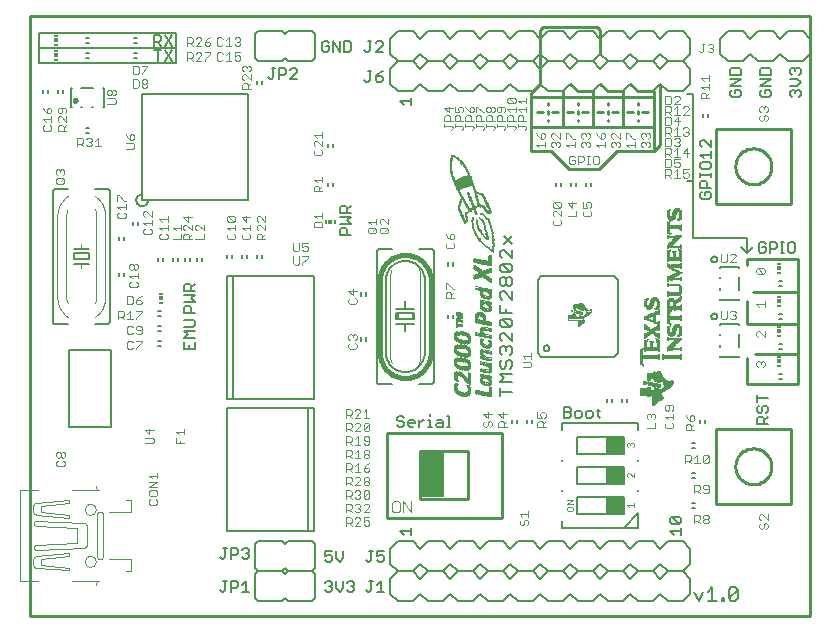
<source format=gto>
G75*
G70*
%OFA0B0*%
%FSLAX24Y24*%
%IPPOS*%
%LPD*%
%AMOC8*
5,1,8,0,0,1.08239X$1,22.5*
%
%ADD10C,0.0100*%
%ADD11C,0.0050*%
%ADD12C,0.0040*%
%ADD13C,0.0060*%
%ADD14C,0.0080*%
%ADD15C,0.0000*%
%ADD16C,0.0094*%
%ADD17C,0.0039*%
%ADD18C,0.0160*%
%ADD19C,0.0020*%
%ADD20R,0.0118X0.0059*%
%ADD21R,0.0118X0.0118*%
%ADD22R,0.0059X0.0118*%
%ADD23R,0.0591X0.0591*%
%ADD24R,0.0750X0.1500*%
%ADD25C,0.0030*%
%ADD26R,0.0003X0.0022*%
%ADD27R,0.0003X0.0060*%
%ADD28R,0.0003X0.0079*%
%ADD29R,0.0003X0.0025*%
%ADD30R,0.0003X0.0031*%
%ADD31R,0.0003X0.0110*%
%ADD32R,0.0003X0.0126*%
%ADD33R,0.0003X0.0028*%
%ADD34R,0.0003X0.0107*%
%ADD35R,0.0003X0.0035*%
%ADD36R,0.0003X0.0145*%
%ADD37R,0.0003X0.0009*%
%ADD38R,0.0003X0.0091*%
%ADD39R,0.0003X0.0161*%
%ADD40R,0.0003X0.0157*%
%ADD41R,0.0003X0.0154*%
%ADD42R,0.0003X0.0038*%
%ADD43R,0.0003X0.0189*%
%ADD44R,0.0003X0.0198*%
%ADD45R,0.0003X0.0202*%
%ADD46R,0.0003X0.0180*%
%ADD47R,0.0003X0.0098*%
%ADD48R,0.0003X0.0400*%
%ADD49R,0.0003X0.0041*%
%ADD50R,0.0003X0.0214*%
%ADD51R,0.0003X0.0123*%
%ADD52R,0.0003X0.0403*%
%ADD53R,0.0003X0.0217*%
%ADD54R,0.0003X0.0044*%
%ADD55R,0.0003X0.0233*%
%ADD56R,0.0003X0.0132*%
%ADD57R,0.0003X0.0227*%
%ADD58R,0.0003X0.0047*%
%ADD59R,0.0003X0.0283*%
%ADD60R,0.0003X0.0142*%
%ADD61R,0.0003X0.0236*%
%ADD62R,0.0003X0.0050*%
%ADD63R,0.0003X0.0296*%
%ADD64R,0.0003X0.0148*%
%ADD65R,0.0003X0.0246*%
%ADD66R,0.0003X0.0406*%
%ADD67R,0.0003X0.0205*%
%ADD68R,0.0003X0.0054*%
%ADD69R,0.0003X0.0299*%
%ADD70R,0.0003X0.0258*%
%ADD71R,0.0003X0.0302*%
%ADD72R,0.0003X0.0057*%
%ADD73R,0.0003X0.0306*%
%ADD74R,0.0003X0.0268*%
%ADD75R,0.0003X0.0309*%
%ADD76R,0.0003X0.0312*%
%ADD77R,0.0003X0.0192*%
%ADD78R,0.0003X0.0164*%
%ADD79R,0.0003X0.0280*%
%ADD80R,0.0003X0.0195*%
%ADD81R,0.0003X0.0318*%
%ADD82R,0.0003X0.0211*%
%ADD83R,0.0003X0.0063*%
%ADD84R,0.0003X0.0315*%
%ADD85R,0.0003X0.0183*%
%ADD86R,0.0003X0.0167*%
%ADD87R,0.0003X0.0287*%
%ADD88R,0.0003X0.0135*%
%ADD89R,0.0003X0.0176*%
%ADD90R,0.0003X0.0394*%
%ADD91R,0.0003X0.0139*%
%ADD92R,0.0003X0.0186*%
%ADD93R,0.0003X0.0321*%
%ADD94R,0.0003X0.0117*%
%ADD95R,0.0003X0.0066*%
%ADD96R,0.0003X0.0170*%
%ADD97R,0.0003X0.0387*%
%ADD98R,0.0003X0.0120*%
%ADD99R,0.0003X0.0328*%
%ADD100R,0.0003X0.0069*%
%ADD101R,0.0003X0.0151*%
%ADD102R,0.0003X0.0173*%
%ADD103R,0.0003X0.0384*%
%ADD104R,0.0003X0.0334*%
%ADD105R,0.0003X0.0101*%
%ADD106R,0.0003X0.0072*%
%ADD107R,0.0003X0.0076*%
%ADD108R,0.0003X0.0381*%
%ADD109R,0.0003X0.0337*%
%ADD110R,0.0003X0.0324*%
%ADD111R,0.0003X0.0343*%
%ADD112R,0.0003X0.0331*%
%ADD113R,0.0003X0.0094*%
%ADD114R,0.0003X0.0082*%
%ADD115R,0.0003X0.0346*%
%ADD116R,0.0003X0.0088*%
%ADD117R,0.0003X0.0350*%
%ADD118R,0.0003X0.0129*%
%ADD119R,0.0003X0.0085*%
%ADD120R,0.0003X0.0353*%
%ADD121R,0.0003X0.0340*%
%ADD122R,0.0003X0.0356*%
%ADD123R,0.0003X0.0359*%
%ADD124R,0.0003X0.0362*%
%ADD125R,0.0003X0.0365*%
%ADD126R,0.0003X0.0369*%
%ADD127R,0.0003X0.0104*%
%ADD128R,0.0003X0.0113*%
%ADD129R,0.0003X0.0019*%
%ADD130R,0.0003X0.0013*%
%ADD131R,0.0003X0.0224*%
%ADD132R,0.0003X0.0230*%
%ADD133R,0.0003X0.0208*%
%ADD134R,0.0003X0.0220*%
%ADD135R,0.0003X0.0239*%
%ADD136R,0.0003X0.0249*%
%ADD137R,0.0003X0.0277*%
%ADD138R,0.0003X0.0290*%
%ADD139R,0.0003X0.0293*%
%ADD140R,0.0003X0.0243*%
%ADD141R,0.0003X0.0274*%
%ADD142R,0.0003X0.0261*%
%ADD143R,0.0003X0.0252*%
%ADD144R,0.0003X0.0255*%
%ADD145R,0.0003X0.0438*%
%ADD146R,0.0003X0.0431*%
%ADD147R,0.0003X0.0435*%
%ADD148R,0.0003X0.0425*%
%ADD149R,0.0003X0.0265*%
%ADD150R,0.0003X0.0419*%
%ADD151R,0.0003X0.0378*%
%ADD152R,0.0003X0.0375*%
%ADD153R,0.0003X0.0271*%
%ADD154R,0.0003X0.0416*%
%ADD155R,0.0003X0.0413*%
%ADD156R,0.0003X0.0372*%
%ADD157R,0.0003X0.0391*%
%ADD158R,0.0003X0.0397*%
%ADD159R,0.0003X0.0422*%
%ADD160R,0.0003X0.0428*%
%ADD161R,0.0003X0.0409*%
%ADD162R,0.0003X0.0441*%
%ADD163R,0.0003X0.0444*%
%ADD164R,0.0003X0.0447*%
%ADD165R,0.0003X0.0454*%
%ADD166R,0.0003X0.0457*%
%ADD167R,0.0003X0.0463*%
%ADD168R,0.0003X0.0469*%
%ADD169R,0.0003X0.0472*%
%ADD170R,0.0003X0.0476*%
%ADD171R,0.0003X0.0479*%
%ADD172R,0.0003X0.0482*%
%ADD173R,0.0003X0.0488*%
%ADD174R,0.0003X0.0491*%
%ADD175R,0.0003X0.0494*%
%ADD176R,0.0003X0.0498*%
%ADD177R,0.0003X0.0504*%
%ADD178R,0.0003X0.0507*%
%ADD179R,0.0003X0.0513*%
%ADD180R,0.0003X0.0520*%
%ADD181R,0.0003X0.0526*%
%ADD182R,0.0003X0.0529*%
%ADD183R,0.0003X0.0532*%
%ADD184R,0.0003X0.0535*%
%ADD185R,0.0003X0.0542*%
%ADD186R,0.0003X0.0545*%
%ADD187R,0.0003X0.0548*%
%ADD188R,0.0003X0.0554*%
%ADD189R,0.0003X0.0557*%
%ADD190R,0.0003X0.0561*%
%ADD191R,0.0003X0.0567*%
%ADD192R,0.0003X0.0570*%
%ADD193R,0.0003X0.0573*%
%ADD194R,0.0003X0.0576*%
%ADD195R,0.0003X0.0501*%
%ADD196R,0.0003X0.0564*%
%ADD197R,0.0003X0.0551*%
%ADD198R,0.0003X0.0539*%
%ADD199R,0.0003X0.0523*%
%ADD200R,0.0003X0.0517*%
%ADD201R,0.0018X0.0124*%
%ADD202R,0.0018X0.0035*%
%ADD203R,0.0018X0.0531*%
%ADD204R,0.0018X0.0602*%
%ADD205R,0.0018X0.0053*%
%ADD206R,0.0018X0.0177*%
%ADD207R,0.0018X0.0106*%
%ADD208R,0.0018X0.0319*%
%ADD209R,0.0018X0.0071*%
%ADD210R,0.0018X0.0266*%
%ADD211R,0.0018X0.0018*%
%ADD212R,0.0018X0.0159*%
%ADD213R,0.0018X0.0195*%
%ADD214R,0.0018X0.0213*%
%ADD215R,0.0018X0.0089*%
%ADD216R,0.0018X0.0301*%
%ADD217R,0.0018X0.0230*%
%ADD218R,0.0018X0.0283*%
%ADD219R,0.0018X0.0248*%
%ADD220R,0.0018X0.0142*%
%ADD221R,0.0018X0.0372*%
%ADD222R,0.0018X0.0354*%
%ADD223R,0.0018X0.0407*%
%ADD224R,0.0018X0.0461*%
%ADD225R,0.0018X0.0496*%
%ADD226R,0.0018X0.0390*%
%ADD227R,0.0018X0.0337*%
%ADD228R,0.0018X0.0549*%
%ADD229R,0.0018X0.0762*%
%ADD230R,0.0018X0.0673*%
%ADD231R,0.0010X0.0010*%
%ADD232R,0.0010X0.0020*%
%ADD233R,0.0010X0.0030*%
%ADD234R,0.0010X0.0070*%
%ADD235R,0.0010X0.0250*%
%ADD236R,0.0010X0.0090*%
%ADD237R,0.0010X0.0060*%
%ADD238R,0.0010X0.0100*%
%ADD239R,0.0010X0.0050*%
%ADD240R,0.0010X0.0120*%
%ADD241R,0.0010X0.0280*%
%ADD242R,0.0010X0.0130*%
%ADD243R,0.0010X0.0160*%
%ADD244R,0.0010X0.0080*%
%ADD245R,0.0010X0.0290*%
%ADD246R,0.0010X0.0200*%
%ADD247R,0.0010X0.0180*%
%ADD248R,0.0010X0.0220*%
%ADD249R,0.0010X0.0190*%
%ADD250R,0.0010X0.0110*%
%ADD251R,0.0010X0.0210*%
%ADD252R,0.0010X0.0240*%
%ADD253R,0.0010X0.0140*%
%ADD254R,0.0010X0.0270*%
%ADD255R,0.0010X0.0310*%
%ADD256R,0.0010X0.0320*%
%ADD257R,0.0010X0.0330*%
%ADD258R,0.0010X0.0040*%
%ADD259R,0.0010X0.0300*%
%ADD260R,0.0010X0.0230*%
%ADD261R,0.0010X0.0170*%
%ADD262R,0.0010X0.0350*%
%ADD263R,0.0010X0.0360*%
%ADD264R,0.0010X0.0260*%
%ADD265R,0.0010X0.0150*%
%ADD266R,0.0012X0.0096*%
%ADD267R,0.0012X0.0288*%
%ADD268R,0.0012X0.0012*%
%ADD269R,0.0012X0.0120*%
%ADD270R,0.0012X0.0312*%
%ADD271R,0.0012X0.0012*%
%ADD272R,0.0012X0.0120*%
%ADD273R,0.0012X0.0324*%
%ADD274R,0.0012X0.0012*%
%ADD275R,0.0012X0.0012*%
%ADD276R,0.0012X0.0324*%
%ADD277R,0.0012X0.0132*%
%ADD278R,0.0012X0.0312*%
%ADD279R,0.0012X0.0192*%
%ADD280R,0.0012X0.0108*%
%ADD281R,0.0012X0.0108*%
%ADD282R,0.0012X0.0024*%
%ADD283R,0.0012X0.0228*%
%ADD284R,0.0012X0.0216*%
%ADD285R,0.0012X0.0180*%
%ADD286R,0.0012X0.0168*%
%ADD287R,0.0012X0.0108*%
%ADD288R,0.0012X0.0180*%
%ADD289R,0.0012X0.0108*%
%ADD290R,0.0012X0.0192*%
%ADD291R,0.0012X0.0204*%
%ADD292R,0.0012X0.0024*%
%ADD293R,0.0012X0.0024*%
%ADD294R,0.0012X0.0132*%
%ADD295R,0.0012X0.0132*%
%ADD296R,0.0012X0.0072*%
%ADD297R,0.0012X0.0084*%
%ADD298R,0.0012X0.0072*%
D10*
X011953Y013183D02*
X011953Y033183D01*
X037953Y033183D01*
X037953Y013183D01*
X011953Y013183D01*
X023828Y016453D02*
X027678Y016453D01*
X027678Y019313D01*
X023828Y019313D01*
X023828Y016453D01*
X024953Y017083D02*
X024953Y018683D01*
X026553Y018683D01*
X026553Y017083D01*
X024953Y017083D01*
X034803Y016933D02*
X034803Y019433D01*
X037303Y019433D01*
X037303Y016933D01*
X034803Y016933D01*
X035453Y018183D02*
X035455Y018232D01*
X035461Y018280D01*
X035471Y018328D01*
X035485Y018375D01*
X035502Y018421D01*
X035523Y018465D01*
X035548Y018507D01*
X035576Y018547D01*
X035608Y018585D01*
X035642Y018620D01*
X035679Y018652D01*
X035718Y018681D01*
X035760Y018707D01*
X035804Y018729D01*
X035849Y018747D01*
X035896Y018762D01*
X035943Y018773D01*
X035992Y018780D01*
X036041Y018783D01*
X036090Y018782D01*
X036138Y018777D01*
X036187Y018768D01*
X036234Y018755D01*
X036280Y018738D01*
X036324Y018718D01*
X036367Y018694D01*
X036408Y018667D01*
X036446Y018636D01*
X036482Y018603D01*
X036514Y018567D01*
X036544Y018528D01*
X036571Y018487D01*
X036594Y018443D01*
X036613Y018398D01*
X036629Y018352D01*
X036641Y018305D01*
X036649Y018256D01*
X036653Y018207D01*
X036653Y018159D01*
X036649Y018110D01*
X036641Y018061D01*
X036629Y018014D01*
X036613Y017968D01*
X036594Y017923D01*
X036571Y017879D01*
X036544Y017838D01*
X036514Y017799D01*
X036482Y017763D01*
X036446Y017730D01*
X036408Y017699D01*
X036367Y017672D01*
X036324Y017648D01*
X036280Y017628D01*
X036234Y017611D01*
X036187Y017598D01*
X036138Y017589D01*
X036090Y017584D01*
X036041Y017583D01*
X035992Y017586D01*
X035943Y017593D01*
X035896Y017604D01*
X035849Y017619D01*
X035804Y017637D01*
X035760Y017659D01*
X035718Y017685D01*
X035679Y017714D01*
X035642Y017746D01*
X035608Y017781D01*
X035576Y017819D01*
X035548Y017859D01*
X035523Y017901D01*
X035502Y017945D01*
X035485Y017991D01*
X035471Y018038D01*
X035461Y018086D01*
X035455Y018134D01*
X035453Y018183D01*
X035853Y020933D02*
X037553Y020933D01*
X037553Y021933D01*
X036103Y021933D01*
X035853Y021783D02*
X035853Y020933D01*
X037553Y021933D02*
X037553Y022933D01*
X035853Y022933D01*
X035853Y023683D01*
X036053Y023983D02*
X037553Y023983D01*
X037553Y025083D01*
X035853Y025083D01*
X035853Y024883D01*
X037553Y023983D02*
X037553Y022933D01*
X037303Y026933D02*
X034803Y026933D01*
X034803Y029433D01*
X037303Y029433D01*
X037303Y026933D01*
X035453Y028183D02*
X035455Y028232D01*
X035461Y028280D01*
X035471Y028328D01*
X035485Y028375D01*
X035502Y028421D01*
X035523Y028465D01*
X035548Y028507D01*
X035576Y028547D01*
X035608Y028585D01*
X035642Y028620D01*
X035679Y028652D01*
X035718Y028681D01*
X035760Y028707D01*
X035804Y028729D01*
X035849Y028747D01*
X035896Y028762D01*
X035943Y028773D01*
X035992Y028780D01*
X036041Y028783D01*
X036090Y028782D01*
X036138Y028777D01*
X036187Y028768D01*
X036234Y028755D01*
X036280Y028738D01*
X036324Y028718D01*
X036367Y028694D01*
X036408Y028667D01*
X036446Y028636D01*
X036482Y028603D01*
X036514Y028567D01*
X036544Y028528D01*
X036571Y028487D01*
X036594Y028443D01*
X036613Y028398D01*
X036629Y028352D01*
X036641Y028305D01*
X036649Y028256D01*
X036653Y028207D01*
X036653Y028159D01*
X036649Y028110D01*
X036641Y028061D01*
X036629Y028014D01*
X036613Y027968D01*
X036594Y027923D01*
X036571Y027879D01*
X036544Y027838D01*
X036514Y027799D01*
X036482Y027763D01*
X036446Y027730D01*
X036408Y027699D01*
X036367Y027672D01*
X036324Y027648D01*
X036280Y027628D01*
X036234Y027611D01*
X036187Y027598D01*
X036138Y027589D01*
X036090Y027584D01*
X036041Y027583D01*
X035992Y027586D01*
X035943Y027593D01*
X035896Y027604D01*
X035849Y027619D01*
X035804Y027637D01*
X035760Y027659D01*
X035718Y027685D01*
X035679Y027714D01*
X035642Y027746D01*
X035608Y027781D01*
X035576Y027819D01*
X035548Y027859D01*
X035523Y027901D01*
X035502Y027945D01*
X035485Y027991D01*
X035471Y028038D01*
X035461Y028086D01*
X035455Y028134D01*
X035453Y028183D01*
X032953Y028883D02*
X032953Y030883D01*
X032753Y030683D02*
X032753Y030483D01*
X031703Y030483D01*
X031703Y030683D01*
X031203Y030683D01*
X030953Y030933D01*
X030703Y030683D02*
X030703Y030483D01*
X030703Y029483D01*
X029703Y029483D01*
X029703Y030483D01*
X029703Y030683D01*
X029703Y030483D02*
X030703Y030483D01*
X031703Y030483D01*
X031703Y029483D01*
X030703Y029483D01*
X030203Y029683D02*
X030203Y029733D01*
X030203Y029933D02*
X030203Y030033D01*
X030053Y029983D02*
X029853Y029983D01*
X029553Y029983D02*
X029353Y029983D01*
X029203Y030033D02*
X029203Y029933D01*
X029053Y029983D02*
X028853Y029983D01*
X029203Y030233D02*
X029203Y030283D01*
X029703Y030483D02*
X028653Y030483D01*
X028653Y030633D01*
X028953Y030933D01*
X028953Y032733D01*
X029053Y032833D01*
X030853Y032833D01*
X030953Y032733D01*
X030953Y031933D01*
X030703Y030683D02*
X030203Y030683D01*
X029953Y030933D01*
X030203Y030283D02*
X030203Y030233D01*
X030353Y029983D02*
X030553Y029983D01*
X030853Y029983D02*
X031053Y029983D01*
X031203Y030033D02*
X031203Y029933D01*
X031353Y029983D02*
X031553Y029983D01*
X031853Y029983D02*
X032053Y029983D01*
X032203Y030033D02*
X032203Y029933D01*
X032353Y029983D02*
X032553Y029983D01*
X032203Y029733D02*
X032203Y029683D01*
X031703Y029483D02*
X032753Y029483D01*
X032753Y028683D01*
X031503Y028683D01*
X030903Y028083D01*
X029903Y028083D01*
X029303Y028683D01*
X028653Y028683D01*
X028653Y029483D01*
X028653Y030483D01*
X029203Y029733D02*
X029203Y029683D01*
X029703Y029483D02*
X028653Y029483D01*
X031203Y029683D02*
X031203Y029733D01*
X031203Y030233D02*
X031203Y030283D01*
X031953Y030933D02*
X032203Y030683D01*
X032753Y030683D01*
X032753Y030483D02*
X032753Y029483D01*
X032953Y028883D02*
X032753Y028683D01*
X032203Y030233D02*
X032203Y030283D01*
X013403Y030383D02*
X013405Y030396D01*
X013410Y030409D01*
X013419Y030420D01*
X013430Y030427D01*
X013443Y030432D01*
X013456Y030433D01*
X013470Y030430D01*
X013482Y030424D01*
X013492Y030415D01*
X013499Y030403D01*
X013503Y030390D01*
X013503Y030376D01*
X013499Y030363D01*
X013492Y030351D01*
X013482Y030342D01*
X013470Y030336D01*
X013456Y030333D01*
X013443Y030334D01*
X013430Y030339D01*
X013419Y030346D01*
X013410Y030357D01*
X013405Y030370D01*
X013403Y030383D01*
D11*
X012253Y031633D02*
X012253Y032133D01*
X012253Y032633D01*
X016803Y032633D01*
X016803Y032133D01*
X012253Y032133D01*
X012253Y031633D02*
X016803Y031633D01*
X016803Y032133D01*
X016680Y032058D02*
X016447Y031708D01*
X016680Y031708D02*
X016447Y032058D01*
X016312Y032058D02*
X016078Y032058D01*
X016195Y032058D02*
X016195Y031708D01*
X016078Y032208D02*
X016078Y032558D01*
X016254Y032558D01*
X016312Y032500D01*
X016312Y032383D01*
X016254Y032325D01*
X016078Y032325D01*
X016195Y032325D02*
X016312Y032208D01*
X016447Y032208D02*
X016680Y032558D01*
X016447Y032558D02*
X016680Y032208D01*
X015682Y030605D02*
X019225Y030605D01*
X019225Y027061D01*
X015879Y027061D01*
X015682Y027061D01*
X015682Y027258D02*
X015655Y027256D01*
X015628Y027250D01*
X015602Y027241D01*
X015578Y027228D01*
X015556Y027213D01*
X015536Y027194D01*
X015519Y027172D01*
X015506Y027149D01*
X015495Y027124D01*
X015488Y027097D01*
X015485Y027070D01*
X015486Y027043D01*
X015490Y027016D01*
X015498Y026990D01*
X015510Y026965D01*
X015525Y026942D01*
X015543Y026922D01*
X015563Y026904D01*
X015586Y026889D01*
X015611Y026877D01*
X015637Y026869D01*
X015664Y026865D01*
X015691Y026864D01*
X015718Y026867D01*
X015745Y026874D01*
X015770Y026885D01*
X015793Y026898D01*
X015815Y026915D01*
X015834Y026935D01*
X015849Y026957D01*
X015862Y026981D01*
X015871Y027007D01*
X015877Y027034D01*
X015879Y027061D01*
X015682Y027061D02*
X015682Y027258D01*
X015682Y030605D01*
X019878Y031166D02*
X019937Y031108D01*
X019995Y031108D01*
X020054Y031166D01*
X020054Y031458D01*
X020112Y031458D02*
X019995Y031458D01*
X020247Y031458D02*
X020422Y031458D01*
X020480Y031400D01*
X020480Y031283D01*
X020422Y031225D01*
X020247Y031225D01*
X020247Y031108D02*
X020247Y031458D01*
X020615Y031400D02*
X020673Y031458D01*
X020790Y031458D01*
X020849Y031400D01*
X020849Y031341D01*
X020615Y031108D01*
X020849Y031108D01*
X021737Y032008D02*
X021854Y032008D01*
X021912Y032066D01*
X021912Y032183D01*
X021795Y032183D01*
X021678Y032066D02*
X021737Y032008D01*
X021678Y032066D02*
X021678Y032300D01*
X021737Y032358D01*
X021854Y032358D01*
X021912Y032300D01*
X022047Y032358D02*
X022280Y032008D01*
X022280Y032358D01*
X022415Y032358D02*
X022590Y032358D01*
X022649Y032300D01*
X022649Y032066D01*
X022590Y032008D01*
X022415Y032008D01*
X022415Y032358D01*
X022047Y032358D02*
X022047Y032008D01*
X023092Y032066D02*
X023150Y032008D01*
X023209Y032008D01*
X023267Y032066D01*
X023267Y032358D01*
X023209Y032358D02*
X023325Y032358D01*
X023460Y032300D02*
X023518Y032358D01*
X023635Y032358D01*
X023694Y032300D01*
X023694Y032241D01*
X023460Y032008D01*
X023694Y032008D01*
X023694Y031358D02*
X023577Y031300D01*
X023460Y031183D01*
X023635Y031183D01*
X023694Y031125D01*
X023694Y031066D01*
X023635Y031008D01*
X023518Y031008D01*
X023460Y031066D01*
X023460Y031183D01*
X023325Y031358D02*
X023209Y031358D01*
X023267Y031358D02*
X023267Y031066D01*
X023209Y031008D01*
X023150Y031008D01*
X023092Y031066D01*
X024278Y030356D02*
X024628Y030356D01*
X024628Y030240D02*
X024628Y030473D01*
X024395Y030240D02*
X024278Y030356D01*
X022628Y026878D02*
X022512Y026761D01*
X022512Y026820D02*
X022512Y026645D01*
X022628Y026645D02*
X022278Y026645D01*
X022278Y026820D01*
X022336Y026878D01*
X022453Y026878D01*
X022512Y026820D01*
X022628Y026510D02*
X022278Y026510D01*
X022278Y026276D02*
X022628Y026276D01*
X022512Y026393D01*
X022628Y026510D01*
X022453Y026141D02*
X022512Y026083D01*
X022512Y025908D01*
X022628Y025908D02*
X022278Y025908D01*
X022278Y026083D01*
X022336Y026141D01*
X022453Y026141D01*
X017428Y024278D02*
X017312Y024161D01*
X017312Y024220D02*
X017312Y024045D01*
X017428Y024045D02*
X017078Y024045D01*
X017078Y024220D01*
X017136Y024278D01*
X017253Y024278D01*
X017312Y024220D01*
X017428Y023910D02*
X017078Y023910D01*
X017078Y023676D02*
X017428Y023676D01*
X017312Y023793D01*
X017428Y023910D01*
X017253Y023541D02*
X017312Y023483D01*
X017312Y023308D01*
X017428Y023308D02*
X017078Y023308D01*
X017078Y023483D01*
X017136Y023541D01*
X017253Y023541D01*
X017370Y023078D02*
X017078Y023078D01*
X017078Y022845D02*
X017370Y022845D01*
X017428Y022903D01*
X017428Y023020D01*
X017370Y023078D01*
X017428Y022710D02*
X017078Y022710D01*
X017195Y022593D01*
X017078Y022476D01*
X017428Y022476D01*
X017428Y022341D02*
X017428Y022108D01*
X017078Y022108D01*
X017078Y022341D01*
X017253Y022225D02*
X017253Y022108D01*
X024178Y019800D02*
X024178Y019741D01*
X024237Y019683D01*
X024354Y019683D01*
X024412Y019625D01*
X024412Y019566D01*
X024354Y019508D01*
X024237Y019508D01*
X024178Y019566D01*
X024178Y019800D02*
X024237Y019858D01*
X024354Y019858D01*
X024412Y019800D01*
X024547Y019683D02*
X024605Y019741D01*
X024722Y019741D01*
X024780Y019683D01*
X024780Y019625D01*
X024547Y019625D01*
X024547Y019683D02*
X024547Y019566D01*
X024605Y019508D01*
X024722Y019508D01*
X024915Y019508D02*
X024915Y019741D01*
X024915Y019625D02*
X025032Y019741D01*
X025090Y019741D01*
X025222Y019741D02*
X025280Y019741D01*
X025280Y019508D01*
X025222Y019508D02*
X025339Y019508D01*
X025467Y019566D02*
X025526Y019625D01*
X025701Y019625D01*
X025701Y019683D02*
X025701Y019508D01*
X025526Y019508D01*
X025467Y019566D01*
X025526Y019741D02*
X025643Y019741D01*
X025701Y019683D01*
X025836Y019508D02*
X025952Y019508D01*
X025894Y019508D02*
X025894Y019858D01*
X025836Y019858D01*
X025280Y019858D02*
X025280Y019917D01*
X029728Y019983D02*
X029903Y019983D01*
X029961Y019925D01*
X029961Y019866D01*
X029903Y019808D01*
X029728Y019808D01*
X029728Y020158D01*
X029903Y020158D01*
X029961Y020100D01*
X029961Y020041D01*
X029903Y019983D01*
X030096Y019983D02*
X030096Y019866D01*
X030155Y019808D01*
X030271Y019808D01*
X030330Y019866D01*
X030330Y019983D01*
X030271Y020041D01*
X030155Y020041D01*
X030096Y019983D01*
X030465Y019983D02*
X030465Y019866D01*
X030523Y019808D01*
X030640Y019808D01*
X030698Y019866D01*
X030698Y019983D01*
X030640Y020041D01*
X030523Y020041D01*
X030465Y019983D01*
X030833Y020041D02*
X030950Y020041D01*
X030891Y020100D02*
X030891Y019866D01*
X030950Y019808D01*
X034653Y023183D02*
X034655Y023203D01*
X034661Y023221D01*
X034670Y023239D01*
X034682Y023254D01*
X034697Y023266D01*
X034715Y023275D01*
X034733Y023281D01*
X034753Y023283D01*
X034773Y023281D01*
X034791Y023275D01*
X034809Y023266D01*
X034824Y023254D01*
X034836Y023239D01*
X034845Y023221D01*
X034851Y023203D01*
X034853Y023183D01*
X034851Y023163D01*
X034845Y023145D01*
X034836Y023127D01*
X034824Y023112D01*
X034809Y023100D01*
X034791Y023091D01*
X034773Y023085D01*
X034753Y023083D01*
X034733Y023085D01*
X034715Y023091D01*
X034697Y023100D01*
X034682Y023112D01*
X034670Y023127D01*
X034661Y023145D01*
X034655Y023163D01*
X034653Y023183D01*
X034653Y025083D02*
X034655Y025103D01*
X034661Y025121D01*
X034670Y025139D01*
X034682Y025154D01*
X034697Y025166D01*
X034715Y025175D01*
X034733Y025181D01*
X034753Y025183D01*
X034773Y025181D01*
X034791Y025175D01*
X034809Y025166D01*
X034824Y025154D01*
X034836Y025139D01*
X034845Y025121D01*
X034851Y025103D01*
X034853Y025083D01*
X034851Y025063D01*
X034845Y025045D01*
X034836Y025027D01*
X034824Y025012D01*
X034809Y025000D01*
X034791Y024991D01*
X034773Y024985D01*
X034753Y024983D01*
X034733Y024985D01*
X034715Y024991D01*
X034697Y025000D01*
X034682Y025012D01*
X034670Y025027D01*
X034661Y025045D01*
X034655Y025063D01*
X034653Y025083D01*
X034053Y025783D02*
X035853Y025783D01*
X035853Y025283D01*
X035653Y025483D01*
X035853Y025283D02*
X036053Y025483D01*
X036228Y025366D02*
X036286Y025308D01*
X036403Y025308D01*
X036461Y025366D01*
X036461Y025483D01*
X036345Y025483D01*
X036461Y025600D02*
X036403Y025658D01*
X036286Y025658D01*
X036228Y025600D01*
X036228Y025366D01*
X036596Y025308D02*
X036596Y025658D01*
X036771Y025658D01*
X036830Y025600D01*
X036830Y025483D01*
X036771Y025425D01*
X036596Y025425D01*
X036965Y025308D02*
X037081Y025308D01*
X037023Y025308D02*
X037023Y025658D01*
X036965Y025658D02*
X037081Y025658D01*
X037210Y025600D02*
X037268Y025658D01*
X037385Y025658D01*
X037444Y025600D01*
X037444Y025366D01*
X037385Y025308D01*
X037268Y025308D01*
X037210Y025366D01*
X037210Y025600D01*
X034628Y027166D02*
X034628Y027283D01*
X034570Y027341D01*
X034453Y027341D01*
X034453Y027225D01*
X034336Y027341D02*
X034278Y027283D01*
X034278Y027166D01*
X034336Y027108D01*
X034570Y027108D01*
X034628Y027166D01*
X034628Y027476D02*
X034278Y027476D01*
X034278Y027651D01*
X034336Y027710D01*
X034453Y027710D01*
X034512Y027651D01*
X034512Y027476D01*
X034628Y027845D02*
X034628Y027961D01*
X034628Y027903D02*
X034278Y027903D01*
X034278Y027845D02*
X034278Y027961D01*
X034336Y028090D02*
X034570Y028090D01*
X034628Y028148D01*
X034628Y028265D01*
X034570Y028324D01*
X034336Y028324D01*
X034278Y028265D01*
X034278Y028148D01*
X034336Y028090D01*
X034395Y028458D02*
X034278Y028575D01*
X034628Y028575D01*
X034628Y028458D02*
X034628Y028692D01*
X034628Y028827D02*
X034395Y029060D01*
X034336Y029060D01*
X034278Y029002D01*
X034278Y028885D01*
X034336Y028827D01*
X034628Y028827D02*
X034628Y029060D01*
X034053Y027683D02*
X034053Y025783D01*
X034053Y027683D02*
X033853Y027683D01*
X034053Y027683D02*
X034053Y030583D01*
X033853Y030583D01*
X035278Y030561D02*
X035336Y030503D01*
X035570Y030503D01*
X035628Y030561D01*
X035628Y030678D01*
X035570Y030737D01*
X035453Y030737D01*
X035453Y030620D01*
X035336Y030737D02*
X035278Y030678D01*
X035278Y030561D01*
X035278Y030871D02*
X035628Y031105D01*
X035278Y031105D01*
X035278Y031240D02*
X035278Y031415D01*
X035336Y031473D01*
X035570Y031473D01*
X035628Y031415D01*
X035628Y031240D01*
X035278Y031240D01*
X035278Y030871D02*
X035628Y030871D01*
X036278Y030871D02*
X036628Y031105D01*
X036278Y031105D01*
X036278Y031240D02*
X036278Y031415D01*
X036336Y031473D01*
X036570Y031473D01*
X036628Y031415D01*
X036628Y031240D01*
X036278Y031240D01*
X036278Y030871D02*
X036628Y030871D01*
X036570Y030737D02*
X036453Y030737D01*
X036453Y030620D01*
X036336Y030737D02*
X036278Y030678D01*
X036278Y030561D01*
X036336Y030503D01*
X036570Y030503D01*
X036628Y030561D01*
X036628Y030678D01*
X036570Y030737D01*
X037278Y030678D02*
X037278Y030561D01*
X037336Y030503D01*
X037453Y030620D02*
X037453Y030678D01*
X037512Y030737D01*
X037570Y030737D01*
X037628Y030678D01*
X037628Y030561D01*
X037570Y030503D01*
X037453Y030678D02*
X037395Y030737D01*
X037336Y030737D01*
X037278Y030678D01*
X037278Y030871D02*
X037512Y030871D01*
X037628Y030988D01*
X037512Y031105D01*
X037278Y031105D01*
X037336Y031240D02*
X037278Y031298D01*
X037278Y031415D01*
X037336Y031473D01*
X037395Y031473D01*
X037453Y031415D01*
X037512Y031473D01*
X037570Y031473D01*
X037628Y031415D01*
X037628Y031298D01*
X037570Y031240D01*
X037453Y031356D02*
X037453Y031415D01*
X036178Y020578D02*
X036178Y020345D01*
X036178Y020461D02*
X036528Y020461D01*
X036470Y020210D02*
X036528Y020151D01*
X036528Y020035D01*
X036470Y019976D01*
X036353Y020035D02*
X036353Y020151D01*
X036412Y020210D01*
X036470Y020210D01*
X036353Y020035D02*
X036295Y019976D01*
X036236Y019976D01*
X036178Y020035D01*
X036178Y020151D01*
X036236Y020210D01*
X036236Y019841D02*
X036353Y019841D01*
X036412Y019783D01*
X036412Y019608D01*
X036528Y019608D02*
X036178Y019608D01*
X036178Y019783D01*
X036236Y019841D01*
X036412Y019725D02*
X036528Y019841D01*
X033570Y016510D02*
X033628Y016451D01*
X033628Y016335D01*
X033570Y016276D01*
X033336Y016510D01*
X033570Y016510D01*
X033336Y016510D02*
X033278Y016451D01*
X033278Y016335D01*
X033336Y016276D01*
X033570Y016276D01*
X033628Y016141D02*
X033628Y015908D01*
X033628Y016025D02*
X033278Y016025D01*
X033395Y015908D01*
X024628Y015908D02*
X024628Y016141D01*
X024628Y016025D02*
X024278Y016025D01*
X024395Y015908D01*
X023744Y015358D02*
X023510Y015358D01*
X023510Y015183D01*
X023627Y015241D01*
X023685Y015241D01*
X023744Y015183D01*
X023744Y015066D01*
X023685Y015008D01*
X023568Y015008D01*
X023510Y015066D01*
X023317Y015066D02*
X023317Y015358D01*
X023259Y015358D02*
X023375Y015358D01*
X023317Y015066D02*
X023259Y015008D01*
X023200Y015008D01*
X023142Y015066D01*
X023259Y014358D02*
X023375Y014358D01*
X023317Y014358D02*
X023317Y014066D01*
X023259Y014008D01*
X023200Y014008D01*
X023142Y014066D01*
X023510Y014008D02*
X023744Y014008D01*
X023627Y014008D02*
X023627Y014358D01*
X023510Y014241D01*
X022749Y014241D02*
X022690Y014183D01*
X022749Y014125D01*
X022749Y014066D01*
X022690Y014008D01*
X022573Y014008D01*
X022515Y014066D01*
X022380Y014125D02*
X022380Y014358D01*
X022515Y014300D02*
X022573Y014358D01*
X022690Y014358D01*
X022749Y014300D01*
X022749Y014241D01*
X022690Y014183D02*
X022632Y014183D01*
X022380Y014125D02*
X022263Y014008D01*
X022147Y014125D01*
X022147Y014358D01*
X022012Y014300D02*
X022012Y014241D01*
X021954Y014183D01*
X022012Y014125D01*
X022012Y014066D01*
X021954Y014008D01*
X021837Y014008D01*
X021778Y014066D01*
X021895Y014183D02*
X021954Y014183D01*
X022012Y014300D02*
X021954Y014358D01*
X021837Y014358D01*
X021778Y014300D01*
X021837Y015008D02*
X021778Y015066D01*
X021837Y015008D02*
X021954Y015008D01*
X022012Y015066D01*
X022012Y015183D01*
X021954Y015241D01*
X021895Y015241D01*
X021778Y015183D01*
X021778Y015358D01*
X022012Y015358D01*
X022147Y015358D02*
X022147Y015125D01*
X022263Y015008D01*
X022380Y015125D01*
X022380Y015358D01*
X019244Y015341D02*
X019185Y015283D01*
X019244Y015225D01*
X019244Y015166D01*
X019185Y015108D01*
X019068Y015108D01*
X019010Y015166D01*
X019127Y015283D02*
X019185Y015283D01*
X019244Y015341D02*
X019244Y015400D01*
X019185Y015458D01*
X019068Y015458D01*
X019010Y015400D01*
X018875Y015400D02*
X018875Y015283D01*
X018817Y015225D01*
X018642Y015225D01*
X018642Y015108D02*
X018642Y015458D01*
X018817Y015458D01*
X018875Y015400D01*
X018507Y015458D02*
X018390Y015458D01*
X018449Y015458D02*
X018449Y015166D01*
X018390Y015108D01*
X018332Y015108D01*
X018273Y015166D01*
X018390Y014358D02*
X018507Y014358D01*
X018449Y014358D02*
X018449Y014066D01*
X018390Y014008D01*
X018332Y014008D01*
X018273Y014066D01*
X018642Y014008D02*
X018642Y014358D01*
X018817Y014358D01*
X018875Y014300D01*
X018875Y014183D01*
X018817Y014125D01*
X018642Y014125D01*
X019010Y014241D02*
X019127Y014358D01*
X019127Y014008D01*
X019010Y014008D02*
X019244Y014008D01*
D12*
X022473Y016203D02*
X022473Y016483D01*
X022614Y016483D01*
X022660Y016436D01*
X022660Y016343D01*
X022614Y016296D01*
X022473Y016296D01*
X022567Y016296D02*
X022660Y016203D01*
X022768Y016203D02*
X022955Y016390D01*
X022955Y016436D01*
X022908Y016483D01*
X022815Y016483D01*
X022768Y016436D01*
X022815Y016653D02*
X022768Y016700D01*
X022815Y016653D02*
X022908Y016653D01*
X022955Y016700D01*
X022955Y016746D01*
X022908Y016793D01*
X022861Y016793D01*
X022908Y016793D02*
X022955Y016840D01*
X022955Y016886D01*
X022908Y016933D01*
X022815Y016933D01*
X022768Y016886D01*
X022660Y016886D02*
X022660Y016793D01*
X022614Y016746D01*
X022473Y016746D01*
X022473Y016653D02*
X022473Y016933D01*
X022614Y016933D01*
X022660Y016886D01*
X022567Y016746D02*
X022660Y016653D01*
X023063Y016653D02*
X023249Y016840D01*
X023249Y016886D01*
X023203Y016933D01*
X023109Y016933D01*
X023063Y016886D01*
X023109Y017103D02*
X023063Y017150D01*
X023249Y017336D01*
X023249Y017150D01*
X023203Y017103D01*
X023109Y017103D01*
X023063Y017150D02*
X023063Y017336D01*
X023109Y017383D01*
X023203Y017383D01*
X023249Y017336D01*
X023203Y017553D02*
X023109Y017553D01*
X023063Y017600D01*
X023063Y017646D01*
X023109Y017693D01*
X023203Y017693D01*
X023249Y017646D01*
X023249Y017600D01*
X023203Y017553D01*
X023203Y017693D02*
X023249Y017740D01*
X023249Y017786D01*
X023203Y017833D01*
X023109Y017833D01*
X023063Y017786D01*
X023063Y017740D01*
X023109Y017693D01*
X022955Y017740D02*
X022955Y017786D01*
X022908Y017833D01*
X022815Y017833D01*
X022768Y017786D01*
X022660Y017786D02*
X022660Y017693D01*
X022614Y017646D01*
X022473Y017646D01*
X022473Y017553D02*
X022473Y017833D01*
X022614Y017833D01*
X022660Y017786D01*
X022567Y017646D02*
X022660Y017553D01*
X022768Y017553D02*
X022955Y017740D01*
X022955Y017553D02*
X022768Y017553D01*
X022815Y017383D02*
X022908Y017383D01*
X022955Y017336D01*
X022955Y017290D01*
X022908Y017243D01*
X022955Y017196D01*
X022955Y017150D01*
X022908Y017103D01*
X022815Y017103D01*
X022768Y017150D01*
X022660Y017103D02*
X022567Y017196D01*
X022614Y017196D02*
X022473Y017196D01*
X022473Y017103D02*
X022473Y017383D01*
X022614Y017383D01*
X022660Y017336D01*
X022660Y017243D01*
X022614Y017196D01*
X022768Y017336D02*
X022815Y017383D01*
X022861Y017243D02*
X022908Y017243D01*
X023063Y016653D02*
X023249Y016653D01*
X023249Y016483D02*
X023063Y016483D01*
X023063Y016343D01*
X023156Y016390D01*
X023203Y016390D01*
X023249Y016343D01*
X023249Y016250D01*
X023203Y016203D01*
X023109Y016203D01*
X023063Y016250D01*
X022955Y016203D02*
X022768Y016203D01*
X022768Y018003D02*
X022955Y018003D01*
X022861Y018003D02*
X022861Y018283D01*
X022768Y018190D01*
X022660Y018236D02*
X022660Y018143D01*
X022614Y018096D01*
X022473Y018096D01*
X022473Y018003D02*
X022473Y018283D01*
X022614Y018283D01*
X022660Y018236D01*
X022567Y018096D02*
X022660Y018003D01*
X023063Y018050D02*
X023109Y018003D01*
X023203Y018003D01*
X023249Y018050D01*
X023249Y018096D01*
X023203Y018143D01*
X023063Y018143D01*
X023063Y018050D01*
X023063Y018143D02*
X023156Y018236D01*
X023249Y018283D01*
X023203Y018453D02*
X023109Y018453D01*
X023063Y018500D01*
X023063Y018546D01*
X023109Y018593D01*
X023203Y018593D01*
X023249Y018546D01*
X023249Y018500D01*
X023203Y018453D01*
X023203Y018593D02*
X023249Y018640D01*
X023249Y018686D01*
X023203Y018733D01*
X023109Y018733D01*
X023063Y018686D01*
X023063Y018640D01*
X023109Y018593D01*
X022955Y018453D02*
X022768Y018453D01*
X022861Y018453D02*
X022861Y018733D01*
X022768Y018640D01*
X022660Y018686D02*
X022660Y018593D01*
X022614Y018546D01*
X022473Y018546D01*
X022473Y018453D02*
X022473Y018733D01*
X022614Y018733D01*
X022660Y018686D01*
X022567Y018546D02*
X022660Y018453D01*
X022660Y018903D02*
X022567Y018996D01*
X022614Y018996D02*
X022473Y018996D01*
X022473Y018903D02*
X022473Y019183D01*
X022614Y019183D01*
X022660Y019136D01*
X022660Y019043D01*
X022614Y018996D01*
X022768Y018903D02*
X022955Y018903D01*
X022861Y018903D02*
X022861Y019183D01*
X022768Y019090D01*
X022768Y019353D02*
X022955Y019540D01*
X022955Y019586D01*
X022908Y019633D01*
X022815Y019633D01*
X022768Y019586D01*
X022660Y019586D02*
X022660Y019493D01*
X022614Y019446D01*
X022473Y019446D01*
X022473Y019353D02*
X022473Y019633D01*
X022614Y019633D01*
X022660Y019586D01*
X022567Y019446D02*
X022660Y019353D01*
X022768Y019353D02*
X022955Y019353D01*
X023063Y019400D02*
X023249Y019586D01*
X023249Y019400D01*
X023203Y019353D01*
X023109Y019353D01*
X023063Y019400D01*
X023063Y019586D01*
X023109Y019633D01*
X023203Y019633D01*
X023249Y019586D01*
X023249Y019803D02*
X023063Y019803D01*
X023156Y019803D02*
X023156Y020083D01*
X023063Y019990D01*
X022955Y019990D02*
X022955Y020036D01*
X022908Y020083D01*
X022815Y020083D01*
X022768Y020036D01*
X022660Y020036D02*
X022660Y019943D01*
X022614Y019896D01*
X022473Y019896D01*
X022473Y019803D02*
X022473Y020083D01*
X022614Y020083D01*
X022660Y020036D01*
X022567Y019896D02*
X022660Y019803D01*
X022768Y019803D02*
X022955Y019990D01*
X022955Y019803D02*
X022768Y019803D01*
X023109Y019183D02*
X023063Y019136D01*
X023063Y019090D01*
X023109Y019043D01*
X023249Y019043D01*
X023249Y018950D02*
X023249Y019136D01*
X023203Y019183D01*
X023109Y019183D01*
X023063Y018950D02*
X023109Y018903D01*
X023203Y018903D01*
X023249Y018950D01*
X027053Y019550D02*
X027100Y019503D01*
X027147Y019503D01*
X027193Y019550D01*
X027193Y019643D01*
X027240Y019690D01*
X027287Y019690D01*
X027333Y019643D01*
X027333Y019550D01*
X027287Y019503D01*
X027053Y019550D02*
X027053Y019643D01*
X027100Y019690D01*
X027193Y019798D02*
X027053Y019938D01*
X027333Y019938D01*
X027193Y019984D02*
X027193Y019798D01*
X027553Y019938D02*
X027693Y019798D01*
X027693Y019984D01*
X027833Y019938D02*
X027553Y019938D01*
X027600Y019690D02*
X027693Y019690D01*
X027740Y019643D01*
X027740Y019503D01*
X027740Y019596D02*
X027833Y019690D01*
X027833Y019503D02*
X027553Y019503D01*
X027553Y019643D01*
X027600Y019690D01*
X028853Y019643D02*
X028900Y019690D01*
X028993Y019690D01*
X029040Y019643D01*
X029040Y019503D01*
X029040Y019596D02*
X029133Y019690D01*
X029087Y019798D02*
X029133Y019844D01*
X029133Y019938D01*
X029087Y019984D01*
X028993Y019984D01*
X028947Y019938D01*
X028947Y019891D01*
X028993Y019798D01*
X028853Y019798D01*
X028853Y019984D01*
X028853Y019643D02*
X028853Y019503D01*
X029133Y019503D01*
X028593Y021485D02*
X028640Y021531D01*
X028640Y021625D01*
X028593Y021671D01*
X028360Y021671D01*
X028453Y021779D02*
X028360Y021873D01*
X028640Y021873D01*
X028640Y021966D02*
X028640Y021779D01*
X028593Y021485D02*
X028360Y021485D01*
X030196Y022856D02*
X030215Y022860D01*
X030239Y022872D01*
X030262Y022892D01*
X030294Y022927D01*
X030318Y022947D01*
X030345Y022963D01*
X030357Y022970D01*
X030377Y022978D01*
X030392Y022994D01*
X030408Y023018D01*
X030412Y023029D01*
X030412Y023049D01*
X030384Y023081D01*
X030373Y023104D01*
X030373Y023136D01*
X030353Y023207D01*
X030231Y023238D01*
X030231Y023167D01*
X030215Y023167D01*
X030121Y023187D01*
X030121Y023262D01*
X030038Y023285D01*
X030014Y023238D01*
X029999Y023222D01*
X029888Y023222D01*
X029888Y023053D01*
X030196Y023053D01*
X030196Y022856D01*
X030373Y023148D02*
X030381Y023148D01*
X030392Y023159D01*
X030416Y023175D01*
X030444Y023195D01*
X030507Y023226D01*
X030562Y023258D01*
X030589Y023281D01*
X030609Y023305D01*
X030625Y023329D01*
X030636Y023356D01*
X030644Y023376D01*
X030648Y023400D01*
X030644Y023415D01*
X030640Y023427D01*
X030609Y023415D01*
X030585Y023411D01*
X030538Y023411D01*
X030510Y023419D01*
X030483Y023435D01*
X030459Y023459D01*
X030424Y023506D01*
X030404Y023557D01*
X030377Y023608D01*
X030384Y023423D01*
X030392Y023423D01*
X030432Y023415D01*
X030444Y023411D01*
X030451Y023407D01*
X030467Y023364D01*
X030471Y023348D01*
X030471Y023325D01*
X030467Y023297D01*
X030459Y023274D01*
X030447Y023254D01*
X030440Y023242D01*
X030424Y023226D01*
X030408Y023218D01*
X030404Y023214D01*
X030392Y023207D01*
X030373Y023207D01*
X030373Y023148D01*
X030353Y023277D02*
X030353Y023329D01*
X030085Y023392D01*
X030085Y023337D01*
X030353Y023277D01*
X030384Y023384D02*
X030235Y023423D01*
X030231Y023466D01*
X030117Y023490D01*
X030117Y023443D01*
X030054Y023463D01*
X030050Y023494D01*
X030050Y023518D01*
X030058Y023557D01*
X030070Y023589D01*
X030140Y023585D01*
X030160Y023585D01*
X030188Y023592D01*
X030207Y023604D01*
X030227Y023620D01*
X030251Y023632D01*
X030337Y023632D01*
X030353Y023628D01*
X030373Y023612D01*
X030373Y023415D01*
X030384Y023384D01*
X029607Y026219D02*
X029653Y026266D01*
X029653Y026359D01*
X029607Y026406D01*
X029653Y026514D02*
X029467Y026701D01*
X029420Y026701D01*
X029373Y026654D01*
X029373Y026560D01*
X029420Y026514D01*
X029420Y026406D02*
X029373Y026359D01*
X029373Y026266D01*
X029420Y026219D01*
X029607Y026219D01*
X029653Y026514D02*
X029653Y026701D01*
X029607Y026808D02*
X029420Y026995D01*
X029607Y026995D01*
X029653Y026948D01*
X029653Y026855D01*
X029607Y026808D01*
X029420Y026808D01*
X029373Y026855D01*
X029373Y026948D01*
X029420Y026995D01*
X029873Y026948D02*
X030013Y026808D01*
X030013Y026995D01*
X030153Y026948D02*
X029873Y026948D01*
X030153Y026701D02*
X030153Y026514D01*
X029873Y026514D01*
X030373Y026560D02*
X030420Y026514D01*
X030607Y026514D01*
X030653Y026560D01*
X030653Y026654D01*
X030607Y026701D01*
X030607Y026808D02*
X030653Y026855D01*
X030653Y026948D01*
X030607Y026995D01*
X030513Y026995D01*
X030467Y026948D01*
X030467Y026902D01*
X030513Y026808D01*
X030373Y026808D01*
X030373Y026995D01*
X030420Y026701D02*
X030373Y026654D01*
X030373Y026560D01*
X030513Y028253D02*
X030606Y028253D01*
X030559Y028253D02*
X030559Y028533D01*
X030513Y028533D02*
X030606Y028533D01*
X030709Y028486D02*
X030709Y028300D01*
X030756Y028253D01*
X030849Y028253D01*
X030896Y028300D01*
X030896Y028486D01*
X030849Y028533D01*
X030756Y028533D01*
X030709Y028486D01*
X030405Y028486D02*
X030405Y028393D01*
X030358Y028346D01*
X030218Y028346D01*
X030218Y028253D02*
X030218Y028533D01*
X030358Y028533D01*
X030405Y028486D01*
X030110Y028486D02*
X030064Y028533D01*
X029970Y028533D01*
X029923Y028486D01*
X029923Y028300D01*
X029970Y028253D01*
X030064Y028253D01*
X030110Y028300D01*
X030110Y028393D01*
X030017Y028393D01*
X030103Y028814D02*
X030103Y029001D01*
X030103Y028907D02*
X029823Y028907D01*
X029917Y028814D01*
X029823Y029108D02*
X029823Y029295D01*
X029870Y029295D01*
X030057Y029108D01*
X030103Y029108D01*
X030323Y029155D02*
X030323Y029248D01*
X030370Y029295D01*
X030417Y029295D01*
X030463Y029248D01*
X030510Y029295D01*
X030557Y029295D01*
X030603Y029248D01*
X030603Y029155D01*
X030557Y029108D01*
X030557Y029001D02*
X030603Y028954D01*
X030603Y028860D01*
X030557Y028814D01*
X030463Y028907D02*
X030463Y028954D01*
X030510Y029001D01*
X030557Y029001D01*
X030463Y028954D02*
X030417Y029001D01*
X030370Y029001D01*
X030323Y028954D01*
X030323Y028860D01*
X030370Y028814D01*
X030370Y029108D02*
X030323Y029155D01*
X030463Y029202D02*
X030463Y029248D01*
X030823Y029295D02*
X030870Y029202D01*
X030963Y029108D01*
X030963Y029248D01*
X031010Y029295D01*
X031057Y029295D01*
X031103Y029248D01*
X031103Y029155D01*
X031057Y029108D01*
X030963Y029108D01*
X031103Y029001D02*
X031103Y028814D01*
X031103Y028907D02*
X030823Y028907D01*
X030917Y028814D01*
X031323Y028860D02*
X031323Y028954D01*
X031370Y029001D01*
X031417Y029001D01*
X031463Y028954D01*
X031510Y029001D01*
X031557Y029001D01*
X031603Y028954D01*
X031603Y028860D01*
X031557Y028814D01*
X031463Y028907D02*
X031463Y028954D01*
X031370Y028814D02*
X031323Y028860D01*
X031370Y029108D02*
X031323Y029155D01*
X031323Y029248D01*
X031370Y029295D01*
X031417Y029295D01*
X031603Y029108D01*
X031603Y029295D01*
X031823Y029295D02*
X031870Y029295D01*
X032057Y029108D01*
X032103Y029108D01*
X032103Y029001D02*
X032103Y028814D01*
X032103Y028907D02*
X031823Y028907D01*
X031917Y028814D01*
X031823Y029108D02*
X031823Y029295D01*
X032323Y029248D02*
X032370Y029295D01*
X032417Y029295D01*
X032463Y029248D01*
X032510Y029295D01*
X032557Y029295D01*
X032603Y029248D01*
X032603Y029155D01*
X032557Y029108D01*
X032557Y029001D02*
X032603Y028954D01*
X032603Y028860D01*
X032557Y028814D01*
X032463Y028907D02*
X032463Y028954D01*
X032510Y029001D01*
X032557Y029001D01*
X032463Y028954D02*
X032417Y029001D01*
X032370Y029001D01*
X032323Y028954D01*
X032323Y028860D01*
X032370Y028814D01*
X032370Y029108D02*
X032323Y029155D01*
X032323Y029248D01*
X032463Y029248D02*
X032463Y029202D01*
X033123Y029203D02*
X033123Y029483D01*
X033264Y029483D01*
X033310Y029436D01*
X033310Y029343D01*
X033264Y029296D01*
X033123Y029296D01*
X033217Y029296D02*
X033310Y029203D01*
X033264Y029133D02*
X033123Y029133D01*
X033123Y028853D01*
X033264Y028853D01*
X033310Y028900D01*
X033310Y029086D01*
X033264Y029133D01*
X033418Y029086D02*
X033465Y029133D01*
X033558Y029133D01*
X033605Y029086D01*
X033605Y029040D01*
X033558Y028993D01*
X033605Y028946D01*
X033605Y028900D01*
X033558Y028853D01*
X033465Y028853D01*
X033418Y028900D01*
X033511Y028993D02*
X033558Y028993D01*
X033511Y028783D02*
X033511Y028503D01*
X033418Y028503D02*
X033605Y028503D01*
X033605Y028433D02*
X033418Y028433D01*
X033418Y028293D01*
X033511Y028340D01*
X033558Y028340D01*
X033605Y028293D01*
X033605Y028200D01*
X033558Y028153D01*
X033465Y028153D01*
X033418Y028200D01*
X033310Y028200D02*
X033310Y028386D01*
X033264Y028433D01*
X033123Y028433D01*
X033123Y028153D01*
X033264Y028153D01*
X033310Y028200D01*
X033264Y028083D02*
X033310Y028036D01*
X033310Y027943D01*
X033264Y027896D01*
X033123Y027896D01*
X033123Y027803D02*
X033123Y028083D01*
X033264Y028083D01*
X033418Y027990D02*
X033511Y028083D01*
X033511Y027803D01*
X033418Y027803D02*
X033605Y027803D01*
X033713Y027850D02*
X033759Y027803D01*
X033853Y027803D01*
X033899Y027850D01*
X033899Y027943D01*
X033853Y027990D01*
X033806Y027990D01*
X033713Y027943D01*
X033713Y028083D01*
X033899Y028083D01*
X033853Y028503D02*
X033853Y028783D01*
X033713Y028643D01*
X033899Y028643D01*
X033511Y028783D02*
X033418Y028690D01*
X033310Y028736D02*
X033310Y028643D01*
X033264Y028596D01*
X033123Y028596D01*
X033123Y028503D02*
X033123Y028783D01*
X033264Y028783D01*
X033310Y028736D01*
X033217Y028596D02*
X033310Y028503D01*
X033217Y027896D02*
X033310Y027803D01*
X033418Y029203D02*
X033605Y029203D01*
X033511Y029203D02*
X033511Y029483D01*
X033418Y029390D01*
X033558Y029553D02*
X033558Y029833D01*
X033418Y029693D01*
X033605Y029693D01*
X033605Y029903D02*
X033418Y029903D01*
X033511Y029903D02*
X033511Y030183D01*
X033418Y030090D01*
X033310Y030136D02*
X033310Y030043D01*
X033264Y029996D01*
X033123Y029996D01*
X033123Y029903D02*
X033123Y030183D01*
X033264Y030183D01*
X033310Y030136D01*
X033264Y030253D02*
X033310Y030300D01*
X033310Y030486D01*
X033264Y030533D01*
X033123Y030533D01*
X033123Y030253D01*
X033264Y030253D01*
X033418Y030253D02*
X033605Y030440D01*
X033605Y030486D01*
X033558Y030533D01*
X033465Y030533D01*
X033418Y030486D01*
X033418Y030253D02*
X033605Y030253D01*
X033713Y030136D02*
X033759Y030183D01*
X033853Y030183D01*
X033899Y030136D01*
X033899Y030090D01*
X033713Y029903D01*
X033899Y029903D01*
X034303Y030453D02*
X034303Y030593D01*
X034350Y030640D01*
X034443Y030640D01*
X034490Y030593D01*
X034490Y030453D01*
X034490Y030546D02*
X034583Y030640D01*
X034583Y030748D02*
X034583Y030934D01*
X034583Y030841D02*
X034303Y030841D01*
X034397Y030748D01*
X034397Y031042D02*
X034303Y031136D01*
X034583Y031136D01*
X034583Y031229D02*
X034583Y031042D01*
X034583Y030453D02*
X034303Y030453D01*
X033310Y029903D02*
X033217Y029996D01*
X033264Y029833D02*
X033123Y029833D01*
X033123Y029553D01*
X033264Y029553D01*
X033310Y029600D01*
X033310Y029786D01*
X033264Y029833D01*
X033713Y029436D02*
X033759Y029483D01*
X033853Y029483D01*
X033899Y029436D01*
X033899Y029390D01*
X033853Y029343D01*
X033899Y029296D01*
X033899Y029250D01*
X033853Y029203D01*
X033759Y029203D01*
X033713Y029250D01*
X033806Y029343D02*
X033853Y029343D01*
X036253Y029750D02*
X036300Y029703D01*
X036347Y029703D01*
X036393Y029750D01*
X036393Y029843D01*
X036440Y029890D01*
X036487Y029890D01*
X036533Y029843D01*
X036533Y029750D01*
X036487Y029703D01*
X036253Y029750D02*
X036253Y029843D01*
X036300Y029890D01*
X036300Y029998D02*
X036253Y030044D01*
X036253Y030138D01*
X036300Y030184D01*
X036347Y030184D01*
X036393Y030138D01*
X036440Y030184D01*
X036487Y030184D01*
X036533Y030138D01*
X036533Y030044D01*
X036487Y029998D01*
X036393Y030091D02*
X036393Y030138D01*
X034669Y031983D02*
X034575Y031983D01*
X034529Y032030D01*
X034622Y032123D02*
X034669Y032123D01*
X034716Y032076D01*
X034716Y032030D01*
X034669Y031983D01*
X034669Y032123D02*
X034716Y032170D01*
X034716Y032216D01*
X034669Y032263D01*
X034575Y032263D01*
X034529Y032216D01*
X034421Y032263D02*
X034327Y032263D01*
X034374Y032263D02*
X034374Y032030D01*
X034327Y031983D01*
X034281Y031983D01*
X034234Y032030D01*
X029603Y029295D02*
X029603Y029108D01*
X029417Y029295D01*
X029370Y029295D01*
X029323Y029248D01*
X029323Y029155D01*
X029370Y029108D01*
X029370Y029001D02*
X029417Y029001D01*
X029463Y028954D01*
X029510Y029001D01*
X029557Y029001D01*
X029603Y028954D01*
X029603Y028860D01*
X029557Y028814D01*
X029463Y028907D02*
X029463Y028954D01*
X029370Y029001D02*
X029323Y028954D01*
X029323Y028860D01*
X029370Y028814D01*
X029103Y028814D02*
X029103Y029001D01*
X029103Y028907D02*
X028823Y028907D01*
X028917Y028814D01*
X028963Y029108D02*
X028963Y029248D01*
X029010Y029295D01*
X029057Y029295D01*
X029103Y029248D01*
X029103Y029155D01*
X029057Y029108D01*
X028963Y029108D01*
X028870Y029202D01*
X028823Y029295D01*
X028483Y029450D02*
X028483Y029496D01*
X028437Y029543D01*
X028203Y029543D01*
X028203Y029496D02*
X028203Y029590D01*
X028203Y029698D02*
X028203Y029838D01*
X028250Y029884D01*
X028343Y029884D01*
X028390Y029838D01*
X028390Y029698D01*
X028483Y029698D02*
X028203Y029698D01*
X028133Y029698D02*
X027853Y029698D01*
X027853Y029838D01*
X027900Y029884D01*
X027993Y029884D01*
X028040Y029838D01*
X028040Y029698D01*
X028087Y029543D02*
X027853Y029543D01*
X027853Y029496D02*
X027853Y029590D01*
X027783Y029496D02*
X027737Y029543D01*
X027503Y029543D01*
X027503Y029496D02*
X027503Y029590D01*
X027503Y029698D02*
X027503Y029838D01*
X027550Y029884D01*
X027643Y029884D01*
X027690Y029838D01*
X027690Y029698D01*
X027783Y029698D02*
X027503Y029698D01*
X027433Y029698D02*
X027153Y029698D01*
X027153Y029838D01*
X027200Y029884D01*
X027293Y029884D01*
X027340Y029838D01*
X027340Y029698D01*
X027387Y029543D02*
X027153Y029543D01*
X027153Y029496D02*
X027153Y029590D01*
X027083Y029496D02*
X027037Y029543D01*
X026803Y029543D01*
X026803Y029496D02*
X026803Y029590D01*
X026803Y029698D02*
X026803Y029838D01*
X026850Y029884D01*
X026943Y029884D01*
X026990Y029838D01*
X026990Y029698D01*
X027083Y029698D02*
X026803Y029698D01*
X026733Y029698D02*
X026453Y029698D01*
X026453Y029838D01*
X026500Y029884D01*
X026593Y029884D01*
X026640Y029838D01*
X026640Y029698D01*
X026687Y029543D02*
X026453Y029543D01*
X026453Y029496D02*
X026453Y029590D01*
X026383Y029496D02*
X026337Y029543D01*
X026103Y029543D01*
X026103Y029496D02*
X026103Y029590D01*
X026103Y029698D02*
X026103Y029838D01*
X026150Y029884D01*
X026243Y029884D01*
X026290Y029838D01*
X026290Y029698D01*
X026383Y029698D02*
X026103Y029698D01*
X026033Y029698D02*
X025753Y029698D01*
X025753Y029838D01*
X025800Y029884D01*
X025893Y029884D01*
X025940Y029838D01*
X025940Y029698D01*
X025987Y029543D02*
X025753Y029543D01*
X025753Y029496D02*
X025753Y029590D01*
X025987Y029543D02*
X026033Y029496D01*
X026033Y029450D01*
X025987Y029403D01*
X026337Y029403D02*
X026383Y029450D01*
X026383Y029496D01*
X026687Y029543D02*
X026733Y029496D01*
X026733Y029450D01*
X026687Y029403D01*
X027037Y029403D02*
X027083Y029450D01*
X027083Y029496D01*
X027387Y029543D02*
X027433Y029496D01*
X027433Y029450D01*
X027387Y029403D01*
X027737Y029403D02*
X027783Y029450D01*
X027783Y029496D01*
X028087Y029543D02*
X028133Y029496D01*
X028133Y029450D01*
X028087Y029403D01*
X028437Y029403D02*
X028483Y029450D01*
X028483Y029992D02*
X028483Y030179D01*
X028483Y030086D02*
X028203Y030086D01*
X028297Y029992D01*
X028133Y029992D02*
X028133Y030179D01*
X028133Y030086D02*
X027853Y030086D01*
X027947Y029992D01*
X027783Y030039D02*
X027783Y030132D01*
X027737Y030179D01*
X027550Y030179D01*
X027503Y030132D01*
X027503Y030039D01*
X027550Y029992D01*
X027597Y029992D01*
X027643Y030039D01*
X027643Y030179D01*
X027783Y030039D02*
X027737Y029992D01*
X027433Y030039D02*
X027387Y029992D01*
X027340Y029992D01*
X027293Y030039D01*
X027293Y030132D01*
X027340Y030179D01*
X027387Y030179D01*
X027433Y030132D01*
X027433Y030039D01*
X027293Y030039D02*
X027247Y029992D01*
X027200Y029992D01*
X027153Y030039D01*
X027153Y030132D01*
X027200Y030179D01*
X027247Y030179D01*
X027293Y030132D01*
X027083Y029992D02*
X027037Y029992D01*
X026850Y030179D01*
X026803Y030179D01*
X026803Y029992D01*
X026733Y030039D02*
X026733Y030132D01*
X026687Y030179D01*
X026640Y030179D01*
X026593Y030132D01*
X026593Y029992D01*
X026687Y029992D01*
X026733Y030039D01*
X026593Y029992D02*
X026500Y030086D01*
X026453Y030179D01*
X026383Y030132D02*
X026383Y030039D01*
X026337Y029992D01*
X026243Y029992D02*
X026197Y030086D01*
X026197Y030132D01*
X026243Y030179D01*
X026337Y030179D01*
X026383Y030132D01*
X026243Y029992D02*
X026103Y029992D01*
X026103Y030179D01*
X026033Y030132D02*
X025753Y030132D01*
X025893Y029992D01*
X025893Y030179D01*
X027853Y030334D02*
X027853Y030427D01*
X027900Y030474D01*
X028087Y030287D01*
X028133Y030334D01*
X028133Y030427D01*
X028087Y030474D01*
X027900Y030474D01*
X027853Y030334D02*
X027900Y030287D01*
X028087Y030287D01*
X028203Y030380D02*
X028483Y030380D01*
X028483Y030287D02*
X028483Y030474D01*
X028297Y030287D02*
X028203Y030380D01*
X023883Y026434D02*
X023883Y026248D01*
X023697Y026434D01*
X023650Y026434D01*
X023603Y026388D01*
X023603Y026294D01*
X023650Y026248D01*
X023650Y026140D02*
X023837Y026140D01*
X023883Y026093D01*
X023883Y026000D01*
X023837Y025953D01*
X023650Y025953D01*
X023603Y026000D01*
X023603Y026093D01*
X023650Y026140D01*
X023483Y026140D02*
X023390Y026046D01*
X023483Y026000D02*
X023437Y025953D01*
X023250Y025953D01*
X023203Y026000D01*
X023203Y026093D01*
X023250Y026140D01*
X023437Y026140D01*
X023483Y026093D01*
X023483Y026000D01*
X023483Y026248D02*
X023483Y026434D01*
X023483Y026341D02*
X023203Y026341D01*
X023297Y026248D01*
X023790Y026046D02*
X023883Y026140D01*
X025803Y025934D02*
X025850Y025841D01*
X025943Y025748D01*
X025943Y025888D01*
X025990Y025934D01*
X026037Y025934D01*
X026083Y025888D01*
X026083Y025794D01*
X026037Y025748D01*
X025943Y025748D01*
X025850Y025640D02*
X025803Y025593D01*
X025803Y025500D01*
X025850Y025453D01*
X026037Y025453D01*
X026083Y025500D01*
X026083Y025593D01*
X026037Y025640D01*
X025850Y024284D02*
X026037Y024098D01*
X026083Y024098D01*
X026083Y023990D02*
X025990Y023896D01*
X025990Y023943D02*
X025990Y023803D01*
X026083Y023803D02*
X025803Y023803D01*
X025803Y023943D01*
X025850Y023990D01*
X025943Y023990D01*
X025990Y023943D01*
X025803Y024098D02*
X025803Y024284D01*
X025850Y024284D01*
X022833Y024038D02*
X022553Y024038D01*
X022693Y023898D01*
X022693Y024084D01*
X022600Y023790D02*
X022553Y023743D01*
X022553Y023650D01*
X022600Y023603D01*
X022787Y023603D01*
X022833Y023650D01*
X022833Y023743D01*
X022787Y023790D01*
X022787Y022584D02*
X022833Y022538D01*
X022833Y022444D01*
X022787Y022398D01*
X022787Y022290D02*
X022833Y022243D01*
X022833Y022150D01*
X022787Y022103D01*
X022600Y022103D01*
X022553Y022150D01*
X022553Y022243D01*
X022600Y022290D01*
X022600Y022398D02*
X022553Y022444D01*
X022553Y022538D01*
X022600Y022584D01*
X022647Y022584D01*
X022693Y022538D01*
X022740Y022584D01*
X022787Y022584D01*
X022693Y022538D02*
X022693Y022491D01*
X021018Y024903D02*
X021018Y024950D01*
X021205Y025136D01*
X021205Y025183D01*
X021018Y025183D01*
X020910Y025183D02*
X020910Y024950D01*
X020864Y024903D01*
X020770Y024903D01*
X020723Y024950D01*
X020723Y025183D01*
X020770Y025353D02*
X020864Y025353D01*
X020910Y025400D01*
X020910Y025633D01*
X021018Y025633D02*
X021018Y025493D01*
X021111Y025540D01*
X021158Y025540D01*
X021205Y025493D01*
X021205Y025400D01*
X021158Y025353D01*
X021065Y025353D01*
X021018Y025400D01*
X021018Y025633D02*
X021205Y025633D01*
X020723Y025633D02*
X020723Y025400D01*
X020770Y025353D01*
X021403Y026153D02*
X021403Y026293D01*
X021450Y026340D01*
X021637Y026340D01*
X021683Y026293D01*
X021683Y026153D01*
X021403Y026153D01*
X021497Y026448D02*
X021403Y026541D01*
X021683Y026541D01*
X021683Y026448D02*
X021683Y026634D01*
X021683Y027353D02*
X021403Y027353D01*
X021403Y027493D01*
X021450Y027540D01*
X021543Y027540D01*
X021590Y027493D01*
X021590Y027353D01*
X021590Y027446D02*
X021683Y027540D01*
X021683Y027648D02*
X021683Y027834D01*
X021683Y027741D02*
X021403Y027741D01*
X021497Y027648D01*
X021450Y028553D02*
X021637Y028553D01*
X021683Y028600D01*
X021683Y028693D01*
X021637Y028740D01*
X021683Y028848D02*
X021497Y029034D01*
X021450Y029034D01*
X021403Y028988D01*
X021403Y028894D01*
X021450Y028848D01*
X021450Y028740D02*
X021403Y028693D01*
X021403Y028600D01*
X021450Y028553D01*
X021683Y028848D02*
X021683Y029034D01*
X021683Y029142D02*
X021683Y029329D01*
X021683Y029236D02*
X021403Y029236D01*
X021497Y029142D01*
X019303Y030769D02*
X019023Y030769D01*
X019023Y030909D01*
X019070Y030956D01*
X019163Y030956D01*
X019210Y030909D01*
X019210Y030769D01*
X019210Y030862D02*
X019303Y030956D01*
X019303Y031064D02*
X019117Y031251D01*
X019070Y031251D01*
X019023Y031204D01*
X019023Y031110D01*
X019070Y031064D01*
X019303Y031064D02*
X019303Y031251D01*
X019257Y031358D02*
X019303Y031405D01*
X019303Y031498D01*
X019257Y031545D01*
X019210Y031545D01*
X019163Y031498D01*
X019163Y031452D01*
X019163Y031498D02*
X019117Y031545D01*
X019070Y031545D01*
X019023Y031498D01*
X019023Y031405D01*
X019070Y031358D01*
X018903Y031703D02*
X018809Y031703D01*
X018763Y031750D01*
X018763Y031843D02*
X018856Y031890D01*
X018903Y031890D01*
X018949Y031843D01*
X018949Y031750D01*
X018903Y031703D01*
X018763Y031843D02*
X018763Y031983D01*
X018949Y031983D01*
X018903Y032203D02*
X018809Y032203D01*
X018763Y032250D01*
X018655Y032203D02*
X018468Y032203D01*
X018561Y032203D02*
X018561Y032483D01*
X018468Y032390D01*
X018360Y032436D02*
X018314Y032483D01*
X018220Y032483D01*
X018173Y032436D01*
X018173Y032250D01*
X018220Y032203D01*
X018314Y032203D01*
X018360Y032250D01*
X018314Y031983D02*
X018220Y031983D01*
X018173Y031936D01*
X018173Y031750D01*
X018220Y031703D01*
X018314Y031703D01*
X018360Y031750D01*
X018468Y031703D02*
X018655Y031703D01*
X018561Y031703D02*
X018561Y031983D01*
X018468Y031890D01*
X018360Y031936D02*
X018314Y031983D01*
X017949Y031983D02*
X017949Y031936D01*
X017763Y031750D01*
X017763Y031703D01*
X017655Y031703D02*
X017468Y031703D01*
X017655Y031890D01*
X017655Y031936D01*
X017608Y031983D01*
X017515Y031983D01*
X017468Y031936D01*
X017360Y031936D02*
X017360Y031843D01*
X017314Y031796D01*
X017173Y031796D01*
X017173Y031703D02*
X017173Y031983D01*
X017314Y031983D01*
X017360Y031936D01*
X017267Y031796D02*
X017360Y031703D01*
X017763Y031983D02*
X017949Y031983D01*
X017903Y032203D02*
X017949Y032250D01*
X017949Y032296D01*
X017903Y032343D01*
X017763Y032343D01*
X017763Y032250D01*
X017809Y032203D01*
X017903Y032203D01*
X017763Y032343D02*
X017856Y032436D01*
X017949Y032483D01*
X017655Y032436D02*
X017608Y032483D01*
X017515Y032483D01*
X017468Y032436D01*
X017360Y032436D02*
X017360Y032343D01*
X017314Y032296D01*
X017173Y032296D01*
X017173Y032203D02*
X017173Y032483D01*
X017314Y032483D01*
X017360Y032436D01*
X017267Y032296D02*
X017360Y032203D01*
X017468Y032203D02*
X017655Y032390D01*
X017655Y032436D01*
X017655Y032203D02*
X017468Y032203D01*
X018763Y032436D02*
X018809Y032483D01*
X018903Y032483D01*
X018949Y032436D01*
X018949Y032390D01*
X018903Y032343D01*
X018949Y032296D01*
X018949Y032250D01*
X018903Y032203D01*
X018903Y032343D02*
X018856Y032343D01*
X015855Y031533D02*
X015855Y031486D01*
X015668Y031300D01*
X015668Y031253D01*
X015560Y031300D02*
X015560Y031486D01*
X015514Y031533D01*
X015373Y031533D01*
X015373Y031253D01*
X015514Y031253D01*
X015560Y031300D01*
X015514Y031083D02*
X015373Y031083D01*
X015373Y030803D01*
X015514Y030803D01*
X015560Y030850D01*
X015560Y031036D01*
X015514Y031083D01*
X015668Y031036D02*
X015715Y031083D01*
X015808Y031083D01*
X015855Y031036D01*
X015855Y030990D01*
X015808Y030943D01*
X015715Y030943D01*
X015668Y030990D01*
X015668Y031036D01*
X015715Y030943D02*
X015668Y030896D01*
X015668Y030850D01*
X015715Y030803D01*
X015808Y030803D01*
X015855Y030850D01*
X015855Y030896D01*
X015808Y030943D01*
X015855Y031533D02*
X015668Y031533D01*
X014803Y030698D02*
X014803Y030605D01*
X014757Y030558D01*
X014710Y030558D01*
X014663Y030605D01*
X014663Y030698D01*
X014710Y030745D01*
X014757Y030745D01*
X014803Y030698D01*
X014663Y030698D02*
X014617Y030745D01*
X014570Y030745D01*
X014523Y030698D01*
X014523Y030605D01*
X014570Y030558D01*
X014617Y030558D01*
X014663Y030605D01*
X014757Y030451D02*
X014523Y030451D01*
X014523Y030264D02*
X014757Y030264D01*
X014803Y030310D01*
X014803Y030404D01*
X014757Y030451D01*
X015136Y029260D02*
X015183Y029166D01*
X015276Y029073D01*
X015276Y029213D01*
X015323Y029260D01*
X015370Y029260D01*
X015416Y029213D01*
X015416Y029120D01*
X015370Y029073D01*
X015276Y029073D01*
X015370Y028965D02*
X015136Y028965D01*
X015136Y028778D02*
X015370Y028778D01*
X015416Y028825D01*
X015416Y028918D01*
X015370Y028965D01*
X014299Y028853D02*
X014113Y028853D01*
X014206Y028853D02*
X014206Y029133D01*
X014113Y029040D01*
X014005Y029040D02*
X013958Y028993D01*
X014005Y028946D01*
X014005Y028900D01*
X013958Y028853D01*
X013865Y028853D01*
X013818Y028900D01*
X013710Y028853D02*
X013617Y028946D01*
X013664Y028946D02*
X013523Y028946D01*
X013523Y028853D02*
X013523Y029133D01*
X013664Y029133D01*
X013710Y029086D01*
X013710Y028993D01*
X013664Y028946D01*
X013818Y029086D02*
X013865Y029133D01*
X013958Y029133D01*
X014005Y029086D01*
X014005Y029040D01*
X013958Y028993D02*
X013911Y028993D01*
X013153Y029369D02*
X012873Y029369D01*
X012873Y029509D01*
X012920Y029556D01*
X013013Y029556D01*
X013060Y029509D01*
X013060Y029369D01*
X013060Y029462D02*
X013153Y029556D01*
X013153Y029664D02*
X012967Y029851D01*
X012920Y029851D01*
X012873Y029804D01*
X012873Y029710D01*
X012920Y029664D01*
X013153Y029664D02*
X013153Y029851D01*
X013107Y029958D02*
X013153Y030005D01*
X013153Y030098D01*
X013107Y030145D01*
X012920Y030145D01*
X012873Y030098D01*
X012873Y030005D01*
X012920Y029958D01*
X012967Y029958D01*
X013013Y030005D01*
X013013Y030145D01*
X012653Y030098D02*
X012607Y030145D01*
X012560Y030145D01*
X012513Y030098D01*
X012513Y029958D01*
X012607Y029958D01*
X012653Y030005D01*
X012653Y030098D01*
X012513Y029958D02*
X012420Y030052D01*
X012373Y030145D01*
X012373Y029757D02*
X012653Y029757D01*
X012653Y029664D02*
X012653Y029851D01*
X012467Y029664D02*
X012373Y029757D01*
X012420Y029556D02*
X012373Y029509D01*
X012373Y029416D01*
X012420Y029369D01*
X012607Y029369D01*
X012653Y029416D01*
X012653Y029509D01*
X012607Y029556D01*
X012850Y028084D02*
X012803Y028038D01*
X012803Y027944D01*
X012850Y027898D01*
X012850Y027790D02*
X013037Y027790D01*
X013083Y027743D01*
X013083Y027650D01*
X013037Y027603D01*
X012850Y027603D01*
X012803Y027650D01*
X012803Y027743D01*
X012850Y027790D01*
X012990Y027696D02*
X013083Y027790D01*
X013037Y027898D02*
X013083Y027944D01*
X013083Y028038D01*
X013037Y028084D01*
X012990Y028084D01*
X012943Y028038D01*
X012943Y027991D01*
X012943Y028038D02*
X012897Y028084D01*
X012850Y028084D01*
X014853Y027229D02*
X014853Y027042D01*
X014853Y027229D02*
X014900Y027229D01*
X015087Y027042D01*
X015133Y027042D01*
X015133Y026934D02*
X015133Y026748D01*
X015133Y026841D02*
X014853Y026841D01*
X014947Y026748D01*
X014900Y026640D02*
X014853Y026593D01*
X014853Y026500D01*
X014900Y026453D01*
X015087Y026453D01*
X015133Y026500D01*
X015133Y026593D01*
X015087Y026640D01*
X015723Y026648D02*
X015723Y026555D01*
X015770Y026508D01*
X015723Y026648D02*
X015770Y026695D01*
X015817Y026695D01*
X016003Y026508D01*
X016003Y026695D01*
X016003Y026401D02*
X016003Y026214D01*
X016003Y026307D02*
X015723Y026307D01*
X015817Y026214D01*
X015770Y026106D02*
X015723Y026059D01*
X015723Y025966D01*
X015770Y025919D01*
X015957Y025919D01*
X016003Y025966D01*
X016003Y026059D01*
X015957Y026106D01*
X016253Y026141D02*
X016533Y026141D01*
X016533Y026048D02*
X016533Y026234D01*
X016533Y026342D02*
X016533Y026529D01*
X016533Y026436D02*
X016253Y026436D01*
X016347Y026342D01*
X016253Y026141D02*
X016347Y026048D01*
X016300Y025940D02*
X016253Y025893D01*
X016253Y025800D01*
X016300Y025753D01*
X016487Y025753D01*
X016533Y025800D01*
X016533Y025893D01*
X016487Y025940D01*
X016703Y025753D02*
X016983Y025753D01*
X016983Y025940D01*
X017053Y025893D02*
X017100Y025940D01*
X017193Y025940D01*
X017240Y025893D01*
X017240Y025753D01*
X017240Y025846D02*
X017333Y025940D01*
X017333Y026048D02*
X017147Y026234D01*
X017100Y026234D01*
X017053Y026188D01*
X017053Y026094D01*
X017100Y026048D01*
X016983Y026048D02*
X016983Y026234D01*
X016983Y026141D02*
X016703Y026141D01*
X016797Y026048D01*
X017053Y025893D02*
X017053Y025753D01*
X017333Y025753D01*
X017453Y025753D02*
X017733Y025753D01*
X017733Y025940D01*
X017733Y026048D02*
X017547Y026234D01*
X017500Y026234D01*
X017453Y026188D01*
X017453Y026094D01*
X017500Y026048D01*
X017333Y026048D02*
X017333Y026234D01*
X017193Y026342D02*
X017193Y026529D01*
X017053Y026482D02*
X017193Y026342D01*
X017333Y026482D02*
X017053Y026482D01*
X017733Y026234D02*
X017733Y026048D01*
X018503Y026141D02*
X018783Y026141D01*
X018783Y026048D02*
X018783Y026234D01*
X018737Y026342D02*
X018550Y026529D01*
X018737Y026529D01*
X018783Y026482D01*
X018783Y026389D01*
X018737Y026342D01*
X018550Y026342D01*
X018503Y026389D01*
X018503Y026482D01*
X018550Y026529D01*
X018503Y026141D02*
X018597Y026048D01*
X018550Y025940D02*
X018503Y025893D01*
X018503Y025800D01*
X018550Y025753D01*
X018737Y025753D01*
X018783Y025800D01*
X018783Y025893D01*
X018737Y025940D01*
X019003Y025893D02*
X019003Y025800D01*
X019050Y025753D01*
X019237Y025753D01*
X019283Y025800D01*
X019283Y025893D01*
X019237Y025940D01*
X019283Y026048D02*
X019283Y026234D01*
X019283Y026141D02*
X019003Y026141D01*
X019097Y026048D01*
X019050Y025940D02*
X019003Y025893D01*
X019143Y026342D02*
X019143Y026529D01*
X019003Y026482D02*
X019143Y026342D01*
X019283Y026482D02*
X019003Y026482D01*
X019503Y026482D02*
X019503Y026389D01*
X019550Y026342D01*
X019550Y026234D02*
X019503Y026188D01*
X019503Y026094D01*
X019550Y026048D01*
X019550Y025940D02*
X019643Y025940D01*
X019690Y025893D01*
X019690Y025753D01*
X019690Y025846D02*
X019783Y025940D01*
X019783Y026048D02*
X019597Y026234D01*
X019550Y026234D01*
X019783Y026234D02*
X019783Y026048D01*
X019550Y025940D02*
X019503Y025893D01*
X019503Y025753D01*
X019783Y025753D01*
X019783Y026342D02*
X019597Y026529D01*
X019550Y026529D01*
X019503Y026482D01*
X019783Y026529D02*
X019783Y026342D01*
X015533Y024882D02*
X015533Y024789D01*
X015487Y024742D01*
X015440Y024742D01*
X015393Y024789D01*
X015393Y024882D01*
X015440Y024929D01*
X015487Y024929D01*
X015533Y024882D01*
X015393Y024882D02*
X015347Y024929D01*
X015300Y024929D01*
X015253Y024882D01*
X015253Y024789D01*
X015300Y024742D01*
X015347Y024742D01*
X015393Y024789D01*
X015533Y024634D02*
X015533Y024448D01*
X015533Y024541D02*
X015253Y024541D01*
X015347Y024448D01*
X015300Y024340D02*
X015253Y024293D01*
X015253Y024200D01*
X015300Y024153D01*
X015487Y024153D01*
X015533Y024200D01*
X015533Y024293D01*
X015487Y024340D01*
X015324Y023863D02*
X015184Y023863D01*
X015184Y023583D01*
X015324Y023583D01*
X015371Y023630D01*
X015371Y023816D01*
X015324Y023863D01*
X015479Y023723D02*
X015479Y023630D01*
X015525Y023583D01*
X015619Y023583D01*
X015666Y023630D01*
X015666Y023676D01*
X015619Y023723D01*
X015479Y023723D01*
X015572Y023816D01*
X015666Y023863D01*
X015666Y023363D02*
X015666Y023316D01*
X015479Y023130D01*
X015479Y023083D01*
X015371Y023083D02*
X015184Y023083D01*
X015277Y023083D02*
X015277Y023363D01*
X015184Y023270D01*
X015076Y023316D02*
X015076Y023223D01*
X015030Y023176D01*
X014889Y023176D01*
X014889Y023083D02*
X014889Y023363D01*
X015030Y023363D01*
X015076Y023316D01*
X014983Y023176D02*
X015076Y023083D01*
X015231Y022863D02*
X015184Y022816D01*
X015184Y022630D01*
X015231Y022583D01*
X015324Y022583D01*
X015371Y022630D01*
X015479Y022630D02*
X015525Y022583D01*
X015619Y022583D01*
X015666Y022630D01*
X015666Y022816D01*
X015619Y022863D01*
X015525Y022863D01*
X015479Y022816D01*
X015479Y022770D01*
X015525Y022723D01*
X015666Y022723D01*
X015371Y022816D02*
X015324Y022863D01*
X015231Y022863D01*
X015231Y022363D02*
X015184Y022316D01*
X015184Y022130D01*
X015231Y022083D01*
X015324Y022083D01*
X015371Y022130D01*
X015479Y022130D02*
X015479Y022083D01*
X015479Y022130D02*
X015666Y022316D01*
X015666Y022363D01*
X015479Y022363D01*
X015371Y022316D02*
X015324Y022363D01*
X015231Y022363D01*
X015479Y023363D02*
X015666Y023363D01*
X015923Y019434D02*
X015923Y019248D01*
X015783Y019388D01*
X016063Y019388D01*
X016017Y019140D02*
X015783Y019140D01*
X015783Y018953D02*
X016017Y018953D01*
X016063Y019000D01*
X016063Y019093D01*
X016017Y019140D01*
X016803Y019140D02*
X016803Y018953D01*
X017083Y018953D01*
X016943Y018953D02*
X016943Y019046D01*
X016897Y019248D02*
X016803Y019341D01*
X017083Y019341D01*
X017083Y019248D02*
X017083Y019434D01*
X016183Y017974D02*
X016183Y017787D01*
X016183Y017880D02*
X015903Y017880D01*
X015997Y017787D01*
X015903Y017679D02*
X016183Y017679D01*
X015903Y017492D01*
X016183Y017492D01*
X016137Y017384D02*
X015950Y017384D01*
X015903Y017338D01*
X015903Y017244D01*
X015950Y017198D01*
X016137Y017198D01*
X016183Y017244D01*
X016183Y017338D01*
X016137Y017384D01*
X016137Y017090D02*
X016183Y017043D01*
X016183Y016950D01*
X016137Y016903D01*
X015950Y016903D01*
X015903Y016950D01*
X015903Y017043D01*
X015950Y017090D01*
X015323Y017068D02*
X015323Y016680D01*
X015302Y016680D02*
X014566Y016680D01*
X014362Y016598D02*
X014362Y015168D01*
X014360Y015152D01*
X014356Y015137D01*
X014348Y015122D01*
X014338Y015110D01*
X014326Y015100D01*
X014311Y015092D01*
X014296Y015088D01*
X014280Y015086D01*
X014260Y015088D01*
X014241Y015094D01*
X014223Y015103D01*
X014208Y015116D01*
X014195Y015131D01*
X014186Y015149D01*
X014180Y015168D01*
X014178Y015188D01*
X014178Y016578D01*
X014180Y016598D01*
X014186Y016617D01*
X014195Y016635D01*
X014208Y016650D01*
X014223Y016663D01*
X014241Y016672D01*
X014260Y016678D01*
X014280Y016680D01*
X014280Y016680D01*
X014296Y016678D01*
X014311Y016674D01*
X014326Y016666D01*
X014338Y016656D01*
X014348Y016644D01*
X014356Y016629D01*
X014360Y016614D01*
X014362Y016598D01*
X015159Y017068D02*
X015302Y017068D01*
X014239Y017395D02*
X013330Y017395D01*
X013238Y017048D02*
X013238Y016966D01*
X012298Y016864D01*
X012298Y016660D01*
X013238Y016557D01*
X013238Y016476D01*
X012155Y016578D01*
X012136Y016582D01*
X012117Y016588D01*
X012100Y016598D01*
X012084Y016610D01*
X012071Y016625D01*
X012060Y016642D01*
X012053Y016660D01*
X012053Y016885D02*
X012060Y016903D01*
X012071Y016920D01*
X012084Y016935D01*
X012100Y016947D01*
X012117Y016957D01*
X012136Y016963D01*
X012155Y016967D01*
X012155Y016966D02*
X013238Y017048D01*
X012053Y016884D02*
X012044Y016847D01*
X012038Y016810D01*
X012036Y016772D01*
X012038Y016734D01*
X012044Y016696D01*
X012053Y016660D01*
X012155Y016374D02*
X013749Y016292D01*
X013767Y016289D01*
X013784Y016282D01*
X013799Y016273D01*
X013812Y016260D01*
X013821Y016245D01*
X013828Y016228D01*
X013831Y016210D01*
X013831Y015556D01*
X013828Y015538D01*
X013821Y015521D01*
X013812Y015506D01*
X013799Y015493D01*
X013784Y015484D01*
X013767Y015477D01*
X013749Y015474D01*
X012155Y015393D01*
X012155Y015392D02*
X012139Y015394D01*
X012124Y015398D01*
X012109Y015406D01*
X012097Y015416D01*
X012087Y015428D01*
X012079Y015443D01*
X012075Y015458D01*
X012073Y015474D01*
X012075Y015490D01*
X012079Y015505D01*
X012087Y015520D01*
X012097Y015532D01*
X012109Y015542D01*
X012124Y015550D01*
X012139Y015554D01*
X012155Y015556D01*
X013504Y015638D01*
X013504Y016128D01*
X012155Y016210D01*
X012139Y016212D01*
X012124Y016216D01*
X012109Y016224D01*
X012097Y016234D01*
X012087Y016246D01*
X012079Y016261D01*
X012075Y016276D01*
X012073Y016292D01*
X012073Y016292D01*
X012075Y016308D01*
X012079Y016323D01*
X012087Y016338D01*
X012097Y016350D01*
X012109Y016360D01*
X012124Y016368D01*
X012139Y016372D01*
X012155Y016374D01*
X012215Y017395D02*
X011623Y017395D01*
X011623Y014371D01*
X012215Y014371D01*
X012155Y014800D02*
X013238Y014718D01*
X013238Y014800D01*
X012298Y014902D01*
X012298Y015106D01*
X013238Y015209D01*
X013238Y015290D01*
X012155Y015188D01*
X012136Y015184D01*
X012117Y015178D01*
X012100Y015168D01*
X012084Y015156D01*
X012071Y015141D01*
X012060Y015124D01*
X012053Y015106D01*
X012053Y014882D02*
X012060Y014864D01*
X012071Y014847D01*
X012084Y014832D01*
X012100Y014820D01*
X012117Y014810D01*
X012136Y014804D01*
X012155Y014800D01*
X012053Y014882D02*
X012044Y014918D01*
X012038Y014956D01*
X012036Y014994D01*
X012038Y015032D01*
X012044Y015069D01*
X012053Y015106D01*
X011623Y014371D02*
X011623Y014371D01*
X013330Y014371D02*
X014239Y014371D01*
X014223Y014369D01*
X014208Y014365D01*
X014193Y014357D01*
X014181Y014347D01*
X014171Y014335D01*
X014163Y014320D01*
X014159Y014305D01*
X014157Y014289D01*
X014158Y014289D02*
X014158Y014228D01*
X014566Y015086D02*
X015302Y015086D01*
X015323Y015086D02*
X015323Y014698D01*
X015302Y014698D02*
X015159Y014698D01*
X014239Y017395D02*
X014223Y017397D01*
X014208Y017401D01*
X014193Y017409D01*
X014181Y017419D01*
X014171Y017431D01*
X014163Y017446D01*
X014159Y017461D01*
X014157Y017477D01*
X014158Y017477D02*
X014158Y017539D01*
X013103Y018232D02*
X013103Y018325D01*
X013057Y018372D01*
X013057Y018480D02*
X013010Y018480D01*
X012963Y018527D01*
X012963Y018620D01*
X013010Y018667D01*
X013057Y018667D01*
X013103Y018620D01*
X013103Y018527D01*
X013057Y018480D01*
X012963Y018527D02*
X012917Y018480D01*
X012870Y018480D01*
X012823Y018527D01*
X012823Y018620D01*
X012870Y018667D01*
X012917Y018667D01*
X012963Y018620D01*
X012870Y018372D02*
X012823Y018325D01*
X012823Y018232D01*
X012870Y018185D01*
X013057Y018185D01*
X013103Y018232D01*
X028263Y016607D02*
X028543Y016607D01*
X028543Y016700D02*
X028543Y016513D01*
X028496Y016406D02*
X028543Y016359D01*
X028543Y016265D01*
X028496Y016219D01*
X028403Y016265D02*
X028403Y016359D01*
X028449Y016406D01*
X028496Y016406D01*
X028403Y016265D02*
X028356Y016219D01*
X028309Y016219D01*
X028263Y016265D01*
X028263Y016359D01*
X028309Y016406D01*
X028356Y016513D02*
X028263Y016607D01*
X032503Y019453D02*
X032783Y019453D01*
X032783Y019640D01*
X032737Y019748D02*
X032783Y019794D01*
X032783Y019888D01*
X032737Y019934D01*
X032690Y019934D01*
X032643Y019888D01*
X032643Y019841D01*
X032643Y019888D02*
X032597Y019934D01*
X032550Y019934D01*
X032503Y019888D01*
X032503Y019794D01*
X032550Y019748D01*
X033103Y019841D02*
X033383Y019841D01*
X033383Y019748D02*
X033383Y019934D01*
X033337Y020042D02*
X033383Y020089D01*
X033383Y020182D01*
X033337Y020229D01*
X033150Y020229D01*
X033103Y020182D01*
X033103Y020089D01*
X033150Y020042D01*
X033197Y020042D01*
X033243Y020089D01*
X033243Y020229D01*
X033103Y019841D02*
X033197Y019748D01*
X033150Y019640D02*
X033103Y019593D01*
X033103Y019500D01*
X033150Y019453D01*
X033337Y019453D01*
X033383Y019500D01*
X033383Y019593D01*
X033337Y019640D01*
X033803Y019543D02*
X033850Y019590D01*
X033943Y019590D01*
X033990Y019543D01*
X033990Y019403D01*
X033990Y019496D02*
X034083Y019590D01*
X034037Y019698D02*
X034083Y019744D01*
X034083Y019838D01*
X034037Y019884D01*
X033990Y019884D01*
X033943Y019838D01*
X033943Y019698D01*
X034037Y019698D01*
X033943Y019698D02*
X033850Y019791D01*
X033803Y019884D01*
X033803Y019543D02*
X033803Y019403D01*
X034083Y019403D01*
X034177Y018563D02*
X034177Y018283D01*
X034084Y018283D02*
X034271Y018283D01*
X034379Y018330D02*
X034566Y018516D01*
X034566Y018330D01*
X034519Y018283D01*
X034425Y018283D01*
X034379Y018330D01*
X034379Y018516D01*
X034425Y018563D01*
X034519Y018563D01*
X034566Y018516D01*
X034177Y018563D02*
X034084Y018470D01*
X033976Y018516D02*
X033976Y018423D01*
X033930Y018376D01*
X033789Y018376D01*
X033789Y018283D02*
X033789Y018563D01*
X033930Y018563D01*
X033976Y018516D01*
X033883Y018376D02*
X033976Y018283D01*
X034084Y017563D02*
X034224Y017563D01*
X034271Y017516D01*
X034271Y017423D01*
X034224Y017376D01*
X034084Y017376D01*
X034084Y017283D02*
X034084Y017563D01*
X034177Y017376D02*
X034271Y017283D01*
X034379Y017330D02*
X034425Y017283D01*
X034519Y017283D01*
X034566Y017330D01*
X034566Y017516D01*
X034519Y017563D01*
X034425Y017563D01*
X034379Y017516D01*
X034379Y017470D01*
X034425Y017423D01*
X034566Y017423D01*
X034519Y016563D02*
X034566Y016516D01*
X034566Y016470D01*
X034519Y016423D01*
X034425Y016423D01*
X034379Y016470D01*
X034379Y016516D01*
X034425Y016563D01*
X034519Y016563D01*
X034519Y016423D02*
X034566Y016376D01*
X034566Y016330D01*
X034519Y016283D01*
X034425Y016283D01*
X034379Y016330D01*
X034379Y016376D01*
X034425Y016423D01*
X034271Y016423D02*
X034224Y016376D01*
X034084Y016376D01*
X034084Y016283D02*
X034084Y016563D01*
X034224Y016563D01*
X034271Y016516D01*
X034271Y016423D01*
X034177Y016376D02*
X034271Y016283D01*
X036253Y016243D02*
X036253Y016150D01*
X036300Y016103D01*
X036347Y016103D01*
X036393Y016150D01*
X036393Y016243D01*
X036440Y016290D01*
X036487Y016290D01*
X036533Y016243D01*
X036533Y016150D01*
X036487Y016103D01*
X036300Y016290D02*
X036253Y016243D01*
X036300Y016398D02*
X036253Y016444D01*
X036253Y016538D01*
X036300Y016584D01*
X036347Y016584D01*
X036533Y016398D01*
X036533Y016584D01*
X036387Y021503D02*
X036433Y021550D01*
X036433Y021643D01*
X036387Y021690D01*
X036340Y021690D01*
X036293Y021643D01*
X036293Y021596D01*
X036293Y021643D02*
X036247Y021690D01*
X036200Y021690D01*
X036153Y021643D01*
X036153Y021550D01*
X036200Y021503D01*
X036200Y022503D02*
X036153Y022550D01*
X036153Y022643D01*
X036200Y022690D01*
X036247Y022690D01*
X036433Y022503D01*
X036433Y022690D01*
X036433Y023503D02*
X036433Y023690D01*
X036433Y023596D02*
X036153Y023596D01*
X036247Y023503D01*
X035461Y023332D02*
X035461Y023285D01*
X035414Y023238D01*
X035461Y023192D01*
X035461Y023145D01*
X035414Y023098D01*
X035321Y023098D01*
X035274Y023145D01*
X035166Y023145D02*
X035166Y023379D01*
X035274Y023332D02*
X035321Y023379D01*
X035414Y023379D01*
X035461Y023332D01*
X035414Y023238D02*
X035368Y023238D01*
X035166Y023145D02*
X035120Y023098D01*
X035026Y023098D01*
X034980Y023145D01*
X034980Y023379D01*
X036200Y024603D02*
X036153Y024650D01*
X036153Y024743D01*
X036200Y024790D01*
X036387Y024603D01*
X036433Y024650D01*
X036433Y024743D01*
X036387Y024790D01*
X036200Y024790D01*
X036200Y024603D02*
X036387Y024603D01*
X035461Y024998D02*
X035274Y024998D01*
X035461Y025185D01*
X035461Y025232D01*
X035414Y025279D01*
X035321Y025279D01*
X035274Y025232D01*
X035166Y025279D02*
X035166Y025045D01*
X035120Y024998D01*
X035026Y024998D01*
X034980Y025045D01*
X034980Y025279D01*
D13*
X034934Y024843D02*
X034934Y024806D01*
X034934Y024843D02*
X035572Y024843D01*
X035572Y024806D01*
X035572Y024489D02*
X035572Y024077D01*
X035572Y023760D02*
X035572Y023723D01*
X034934Y023723D01*
X034934Y023760D01*
X034934Y024077D02*
X034934Y024114D01*
X034934Y024451D02*
X034934Y024489D01*
X036896Y024371D02*
X037010Y024371D01*
X037010Y024195D02*
X036896Y024195D01*
X036896Y023271D02*
X037010Y023271D01*
X037010Y023095D02*
X036896Y023095D01*
X036896Y022271D02*
X037010Y022271D01*
X037010Y022095D02*
X036896Y022095D01*
X036896Y021271D02*
X037010Y021271D01*
X037010Y021095D02*
X036896Y021095D01*
X035572Y021823D02*
X035572Y021860D01*
X035572Y021823D02*
X034934Y021823D01*
X034934Y021860D01*
X034934Y022177D02*
X034934Y022214D01*
X034934Y022551D02*
X034934Y022589D01*
X034934Y022906D02*
X034934Y022943D01*
X035572Y022943D01*
X035572Y022906D01*
X035572Y022589D02*
X035572Y022177D01*
X034442Y019740D02*
X034442Y019626D01*
X034265Y019626D02*
X034265Y019740D01*
X034110Y018971D02*
X033996Y018971D01*
X033996Y018795D02*
X034110Y018795D01*
X034110Y017971D02*
X033996Y017971D01*
X033996Y017795D02*
X034110Y017795D01*
X034110Y016971D02*
X033996Y016971D01*
X033996Y016795D02*
X034110Y016795D01*
X033703Y015683D02*
X033203Y015683D01*
X032953Y015433D01*
X032703Y015683D01*
X032203Y015683D01*
X031953Y015433D01*
X031703Y015683D01*
X031203Y015683D01*
X030953Y015433D01*
X030703Y015683D01*
X030203Y015683D01*
X029953Y015433D01*
X029703Y015683D01*
X029203Y015683D01*
X028953Y015433D01*
X028703Y015683D01*
X028203Y015683D01*
X027953Y015433D01*
X027703Y015683D01*
X027203Y015683D01*
X026953Y015433D01*
X026703Y015683D01*
X026203Y015683D01*
X025953Y015433D01*
X025703Y015683D01*
X025203Y015683D01*
X024953Y015433D01*
X024703Y015683D01*
X024203Y015683D01*
X023953Y015433D01*
X023953Y014933D01*
X024203Y014683D01*
X024703Y014683D01*
X024953Y014933D01*
X025203Y014683D01*
X025703Y014683D01*
X025953Y014933D01*
X026203Y014683D01*
X026703Y014683D01*
X026953Y014933D01*
X027203Y014683D01*
X027703Y014683D01*
X027953Y014933D01*
X028203Y014683D01*
X028703Y014683D01*
X028953Y014933D01*
X029203Y014683D01*
X029703Y014683D01*
X029953Y014933D01*
X030203Y014683D01*
X030703Y014683D01*
X030953Y014933D01*
X031203Y014683D01*
X031703Y014683D01*
X031953Y014933D01*
X032203Y014683D01*
X032703Y014683D01*
X032953Y014933D01*
X033203Y014683D01*
X033703Y014683D01*
X033953Y014933D01*
X033953Y015433D01*
X033703Y015683D01*
X033703Y014683D02*
X033203Y014683D01*
X032953Y014433D01*
X032703Y014683D01*
X032203Y014683D01*
X031953Y014433D01*
X031703Y014683D01*
X031203Y014683D01*
X030953Y014433D01*
X030703Y014683D01*
X030203Y014683D01*
X029953Y014433D01*
X029703Y014683D01*
X029203Y014683D01*
X028953Y014433D01*
X028703Y014683D01*
X028203Y014683D01*
X027953Y014433D01*
X027703Y014683D01*
X027203Y014683D01*
X026953Y014433D01*
X026703Y014683D01*
X026203Y014683D01*
X025953Y014433D01*
X025703Y014683D01*
X025203Y014683D01*
X024953Y014433D01*
X024703Y014683D01*
X024203Y014683D01*
X023953Y014433D01*
X023953Y013933D01*
X024203Y013683D01*
X024703Y013683D01*
X024953Y013933D01*
X025203Y013683D01*
X025703Y013683D01*
X025953Y013933D01*
X026203Y013683D01*
X026703Y013683D01*
X026953Y013933D01*
X027203Y013683D01*
X027703Y013683D01*
X027953Y013933D01*
X028203Y013683D01*
X028703Y013683D01*
X028953Y013933D01*
X029203Y013683D01*
X029703Y013683D01*
X029953Y013933D01*
X030203Y013683D01*
X030703Y013683D01*
X030953Y013933D01*
X031203Y013683D01*
X031703Y013683D01*
X031953Y013933D01*
X032203Y013683D01*
X032703Y013683D01*
X032953Y013933D01*
X033203Y013683D01*
X033703Y013683D01*
X033953Y013933D01*
X033953Y014433D01*
X033703Y014683D01*
X034083Y014007D02*
X034230Y013713D01*
X034377Y014007D01*
X034544Y014007D02*
X034691Y014153D01*
X034691Y013713D01*
X034837Y013713D02*
X034544Y013713D01*
X035004Y013713D02*
X035077Y013713D01*
X035077Y013786D01*
X035004Y013786D01*
X035004Y013713D01*
X035234Y013786D02*
X035528Y014080D01*
X035528Y013786D01*
X035454Y013713D01*
X035308Y013713D01*
X035234Y013786D01*
X035234Y014080D01*
X035308Y014153D01*
X035454Y014153D01*
X035528Y014080D01*
X028692Y019626D02*
X028692Y019740D01*
X028515Y019740D02*
X028515Y019626D01*
X028192Y019626D02*
X028192Y019740D01*
X028015Y019740D02*
X028015Y019626D01*
X025403Y021033D02*
X025403Y025333D01*
X025401Y025350D01*
X025397Y025367D01*
X025390Y025383D01*
X025380Y025397D01*
X025367Y025410D01*
X025353Y025420D01*
X025337Y025427D01*
X025320Y025431D01*
X025303Y025433D01*
X024903Y025433D01*
X024003Y025433D02*
X023603Y025433D01*
X023586Y025431D01*
X023569Y025427D01*
X023553Y025420D01*
X023539Y025410D01*
X023526Y025397D01*
X023516Y025383D01*
X023509Y025367D01*
X023505Y025350D01*
X023503Y025333D01*
X023503Y021033D01*
X023505Y021016D01*
X023509Y020999D01*
X023516Y020983D01*
X023526Y020969D01*
X023539Y020956D01*
X023553Y020946D01*
X023569Y020939D01*
X023586Y020935D01*
X023603Y020933D01*
X024003Y020933D01*
X024903Y020933D02*
X025303Y020933D01*
X025320Y020935D01*
X025337Y020939D01*
X025353Y020946D01*
X025367Y020956D01*
X025380Y020969D01*
X025390Y020983D01*
X025397Y020999D01*
X025401Y021016D01*
X025403Y021033D01*
X025103Y021983D02*
X025103Y024383D01*
X025101Y024433D01*
X025095Y024482D01*
X025086Y024531D01*
X025073Y024579D01*
X025056Y024626D01*
X025036Y024671D01*
X025012Y024715D01*
X024985Y024757D01*
X024954Y024797D01*
X024921Y024834D01*
X024885Y024868D01*
X024847Y024900D01*
X024806Y024929D01*
X024764Y024954D01*
X024719Y024976D01*
X024673Y024995D01*
X024625Y025010D01*
X024577Y025021D01*
X024528Y025029D01*
X024478Y025033D01*
X024428Y025033D01*
X024378Y025029D01*
X024329Y025021D01*
X024281Y025010D01*
X024233Y024995D01*
X024187Y024976D01*
X024142Y024954D01*
X024100Y024929D01*
X024059Y024900D01*
X024021Y024868D01*
X023985Y024834D01*
X023952Y024797D01*
X023921Y024757D01*
X023894Y024715D01*
X023870Y024671D01*
X023850Y024626D01*
X023833Y024579D01*
X023820Y024531D01*
X023811Y024482D01*
X023805Y024433D01*
X023803Y024383D01*
X023803Y021983D01*
X023805Y021933D01*
X023811Y021884D01*
X023820Y021835D01*
X023833Y021787D01*
X023850Y021740D01*
X023870Y021695D01*
X023894Y021651D01*
X023921Y021609D01*
X023952Y021569D01*
X023985Y021532D01*
X024021Y021498D01*
X024059Y021466D01*
X024100Y021437D01*
X024142Y021412D01*
X024187Y021390D01*
X024233Y021371D01*
X024281Y021356D01*
X024329Y021345D01*
X024378Y021337D01*
X024428Y021333D01*
X024478Y021333D01*
X024528Y021337D01*
X024577Y021345D01*
X024625Y021356D01*
X024673Y021371D01*
X024719Y021390D01*
X024764Y021412D01*
X024806Y021437D01*
X024847Y021466D01*
X024885Y021498D01*
X024921Y021532D01*
X024954Y021569D01*
X024985Y021609D01*
X025012Y021651D01*
X025036Y021695D01*
X025056Y021740D01*
X025073Y021787D01*
X025086Y021835D01*
X025095Y021884D01*
X025101Y021933D01*
X025103Y021983D01*
X024453Y022683D02*
X024453Y022933D01*
X024203Y022933D01*
X024153Y022933D02*
X024453Y022933D01*
X024703Y022933D01*
X024753Y022933D02*
X024453Y022933D01*
X024203Y023083D02*
X024703Y023083D01*
X024703Y023283D01*
X024203Y023283D01*
X024203Y023083D01*
X024153Y023083D02*
X024153Y023283D01*
X024753Y023283D01*
X024753Y023083D01*
X024153Y023083D01*
X024153Y023433D02*
X024453Y023433D01*
X024203Y023433D01*
X024453Y023433D02*
X024703Y023433D01*
X024753Y023433D02*
X024453Y023433D01*
X024453Y023683D01*
X023142Y023876D02*
X023142Y023990D01*
X022965Y023990D02*
X022965Y023876D01*
X022965Y022490D02*
X022965Y022376D01*
X023142Y022376D02*
X023142Y022490D01*
X025865Y023126D02*
X025865Y023240D01*
X026042Y023240D02*
X026042Y023126D01*
X026042Y024876D02*
X026042Y024990D01*
X025865Y024990D02*
X025865Y024876D01*
X029465Y027526D02*
X029465Y027640D01*
X029642Y027640D02*
X029642Y027526D01*
X029965Y027526D02*
X029965Y027640D01*
X030142Y027640D02*
X030142Y027526D01*
X030465Y027526D02*
X030465Y027640D01*
X030642Y027640D02*
X030642Y027526D01*
X034365Y029826D02*
X034365Y029940D01*
X034542Y029940D02*
X034542Y029826D01*
X033703Y030683D02*
X033203Y030683D01*
X032953Y030933D01*
X032703Y030683D01*
X032203Y030683D01*
X031953Y030933D01*
X031703Y030683D01*
X031203Y030683D01*
X030953Y030933D01*
X030703Y030683D01*
X030203Y030683D01*
X029953Y030933D01*
X029703Y030683D01*
X029203Y030683D01*
X028953Y030933D01*
X028703Y030683D01*
X028203Y030683D01*
X027953Y030933D01*
X027703Y030683D01*
X027203Y030683D01*
X026953Y030933D01*
X026703Y030683D01*
X026203Y030683D01*
X025953Y030933D01*
X025703Y030683D01*
X025203Y030683D01*
X024953Y030933D01*
X024703Y030683D01*
X024203Y030683D01*
X023953Y030933D01*
X023953Y031433D01*
X024203Y031683D01*
X024703Y031683D01*
X024953Y031933D01*
X025203Y031683D01*
X025703Y031683D01*
X025953Y031933D01*
X026203Y031683D01*
X026703Y031683D01*
X026953Y031933D01*
X027203Y031683D01*
X027703Y031683D01*
X027953Y031933D01*
X028203Y031683D01*
X028703Y031683D01*
X028953Y031933D01*
X029203Y031683D01*
X029703Y031683D01*
X029953Y031933D01*
X030203Y031683D01*
X030703Y031683D01*
X030953Y031933D01*
X031203Y031683D01*
X031703Y031683D01*
X031953Y031933D01*
X032203Y031683D01*
X032703Y031683D01*
X032953Y031933D01*
X033203Y031683D01*
X033703Y031683D01*
X033953Y031933D01*
X033953Y032433D01*
X033703Y032683D01*
X033203Y032683D01*
X032953Y032433D01*
X032703Y032683D01*
X032203Y032683D01*
X031953Y032433D01*
X031703Y032683D01*
X031203Y032683D01*
X030953Y032433D01*
X030703Y032683D01*
X030203Y032683D01*
X029953Y032433D01*
X029703Y032683D01*
X029203Y032683D01*
X028953Y032433D01*
X028703Y032683D01*
X028203Y032683D01*
X027953Y032433D01*
X027703Y032683D01*
X027203Y032683D01*
X026953Y032433D01*
X026703Y032683D01*
X026203Y032683D01*
X025953Y032433D01*
X025703Y032683D01*
X025203Y032683D01*
X024953Y032433D01*
X024703Y032683D01*
X024203Y032683D01*
X023953Y032433D01*
X023953Y031933D01*
X024203Y031683D01*
X024703Y031683D01*
X024953Y031433D01*
X025203Y031683D01*
X025703Y031683D01*
X025953Y031433D01*
X026203Y031683D01*
X026703Y031683D01*
X026953Y031433D01*
X027203Y031683D01*
X027703Y031683D01*
X027953Y031433D01*
X028203Y031683D01*
X028703Y031683D01*
X028953Y031433D01*
X029203Y031683D01*
X029703Y031683D01*
X029953Y031433D01*
X030203Y031683D01*
X030703Y031683D01*
X030953Y031433D01*
X031203Y031683D01*
X031703Y031683D01*
X031953Y031433D01*
X032203Y031683D01*
X032703Y031683D01*
X032953Y031433D01*
X033203Y031683D01*
X033703Y031683D01*
X033953Y031433D01*
X033953Y030933D01*
X033703Y030683D01*
X034953Y031933D02*
X034953Y032433D01*
X035203Y032683D01*
X035703Y032683D01*
X035953Y032433D01*
X036203Y032683D01*
X036703Y032683D01*
X036953Y032433D01*
X037203Y032683D01*
X037703Y032683D01*
X037953Y032433D01*
X037953Y031933D01*
X037703Y031683D01*
X037203Y031683D01*
X036953Y031933D01*
X036703Y031683D01*
X036203Y031683D01*
X035953Y031933D01*
X035703Y031683D01*
X035203Y031683D01*
X034953Y031933D01*
X022042Y028940D02*
X022042Y028826D01*
X021865Y028826D02*
X021865Y028940D01*
X021865Y027640D02*
X021865Y027526D01*
X022042Y027526D02*
X022042Y027640D01*
X019692Y025240D02*
X019692Y025126D01*
X019515Y025126D02*
X019515Y025240D01*
X019192Y025240D02*
X019192Y025126D01*
X019015Y025126D02*
X019015Y025240D01*
X018692Y025240D02*
X018692Y025126D01*
X018515Y025126D02*
X018515Y025240D01*
X017692Y025140D02*
X017692Y025026D01*
X017515Y025026D02*
X017515Y025140D01*
X017292Y025140D02*
X017292Y025026D01*
X017115Y025026D02*
X017115Y025140D01*
X016892Y025140D02*
X016892Y025026D01*
X016715Y025026D02*
X016715Y025140D01*
X016392Y025140D02*
X016392Y025026D01*
X016215Y025026D02*
X016215Y025140D01*
X015092Y024640D02*
X015092Y024526D01*
X014915Y024526D02*
X014915Y024640D01*
X013903Y024933D02*
X013653Y024933D01*
X013403Y024933D01*
X013403Y025083D02*
X013903Y025083D01*
X013903Y025283D01*
X013403Y025283D01*
X013403Y025083D01*
X013403Y025433D02*
X013653Y025433D01*
X013903Y025433D01*
X014915Y025726D02*
X014915Y025840D01*
X015092Y025840D02*
X015092Y025726D01*
X015365Y026226D02*
X015365Y026340D01*
X015542Y026340D02*
X015542Y026226D01*
X014603Y027333D02*
X014603Y023033D01*
X014601Y023016D01*
X014597Y022999D01*
X014590Y022983D01*
X014580Y022969D01*
X014567Y022956D01*
X014553Y022946D01*
X014537Y022939D01*
X014520Y022935D01*
X014503Y022933D01*
X014103Y022933D01*
X013203Y022933D02*
X012803Y022933D01*
X012786Y022935D01*
X012769Y022939D01*
X012753Y022946D01*
X012739Y022956D01*
X012726Y022969D01*
X012716Y022983D01*
X012709Y022999D01*
X012705Y023016D01*
X012703Y023033D01*
X012703Y027333D01*
X012705Y027350D01*
X012709Y027367D01*
X012716Y027383D01*
X012726Y027397D01*
X012739Y027410D01*
X012753Y027420D01*
X012769Y027427D01*
X012786Y027431D01*
X012803Y027433D01*
X013203Y027433D01*
X014103Y027433D02*
X014503Y027433D01*
X014520Y027431D01*
X014537Y027427D01*
X014553Y027420D01*
X014567Y027410D01*
X014580Y027397D01*
X014590Y027383D01*
X014597Y027367D01*
X014601Y027350D01*
X014603Y027333D01*
X013910Y029295D02*
X013796Y029295D01*
X013796Y029471D02*
X013910Y029471D01*
X014022Y030164D02*
X014059Y030164D01*
X014376Y030164D02*
X014413Y030164D01*
X014413Y030802D01*
X014376Y030802D01*
X014059Y030802D02*
X013648Y030802D01*
X013331Y030802D02*
X013294Y030802D01*
X013294Y030164D01*
X013331Y030164D01*
X013648Y030164D02*
X013685Y030164D01*
X013042Y030626D02*
X013042Y030740D01*
X012865Y030740D02*
X012865Y030626D01*
X012542Y030626D02*
X012542Y030740D01*
X012365Y030740D02*
X012365Y030626D01*
X013796Y031795D02*
X013910Y031795D01*
X013910Y031971D02*
X013796Y031971D01*
X013796Y032295D02*
X013910Y032295D01*
X013910Y032471D02*
X013796Y032471D01*
X015396Y032471D02*
X015510Y032471D01*
X015510Y032295D02*
X015396Y032295D01*
X015396Y031971D02*
X015510Y031971D01*
X015510Y031795D02*
X015396Y031795D01*
X019453Y031783D02*
X019453Y032583D01*
X019553Y032683D01*
X020353Y032683D01*
X020453Y032583D01*
X020553Y032683D01*
X021353Y032683D01*
X021453Y032583D01*
X021453Y031783D01*
X021353Y031683D01*
X020553Y031683D01*
X020453Y031783D01*
X020353Y031683D01*
X019553Y031683D01*
X019453Y031783D01*
X019515Y031040D02*
X019515Y030926D01*
X019692Y030926D02*
X019692Y031040D01*
X016310Y023371D02*
X016196Y023371D01*
X016196Y023195D02*
X016310Y023195D01*
X016310Y022871D02*
X016196Y022871D01*
X016196Y022695D02*
X016310Y022695D01*
X016310Y022371D02*
X016196Y022371D01*
X016196Y022195D02*
X016310Y022195D01*
X019553Y015683D02*
X019453Y015583D01*
X019453Y014783D01*
X019553Y014683D01*
X020353Y014683D01*
X020453Y014783D01*
X020553Y014683D01*
X021353Y014683D01*
X021453Y014783D01*
X021453Y015583D01*
X021353Y015683D01*
X020553Y015683D01*
X020453Y015583D01*
X020353Y015683D01*
X019553Y015683D01*
X019553Y014683D02*
X019453Y014583D01*
X019453Y013783D01*
X019553Y013683D01*
X020353Y013683D01*
X020453Y013783D01*
X020553Y013683D01*
X021353Y013683D01*
X021453Y013783D01*
X021453Y014583D01*
X021353Y014683D01*
X020553Y014683D01*
X020453Y014583D01*
X020353Y014683D01*
X019553Y014683D01*
X031165Y020326D02*
X031165Y020440D01*
X031342Y020440D02*
X031342Y020326D01*
X031665Y020326D02*
X031665Y020440D01*
X031842Y020440D02*
X031842Y020326D01*
D14*
X032223Y019623D02*
X032223Y019405D01*
X032223Y019623D02*
X029684Y019623D01*
X029684Y019405D01*
X030166Y019178D02*
X031741Y019178D01*
X031741Y018588D01*
X030166Y018588D01*
X030166Y019178D01*
X029684Y018405D02*
X029684Y018351D01*
X030166Y018178D02*
X031741Y018178D01*
X031741Y017588D01*
X030166Y017588D01*
X030166Y018178D01*
X029684Y017405D02*
X029684Y017351D01*
X030166Y017178D02*
X031741Y017178D01*
X031741Y016588D01*
X030166Y016588D01*
X030166Y017178D01*
X029684Y016351D02*
X029684Y016133D01*
X032223Y016133D01*
X032223Y016625D01*
X031741Y016143D01*
X032223Y016351D02*
X032223Y016625D01*
X032223Y017351D02*
X032223Y017405D01*
X032223Y018351D02*
X032223Y018405D01*
X028013Y020663D02*
X027593Y020663D01*
X027593Y020523D02*
X027593Y020803D01*
X027593Y020983D02*
X027733Y021123D01*
X027593Y021264D01*
X028013Y021264D01*
X027943Y021444D02*
X028013Y021514D01*
X028013Y021654D01*
X027943Y021724D01*
X027873Y021724D01*
X027803Y021654D01*
X027803Y021514D01*
X027733Y021444D01*
X027663Y021444D01*
X027593Y021514D01*
X027593Y021654D01*
X027663Y021724D01*
X027663Y021904D02*
X027593Y021974D01*
X027593Y022114D01*
X027663Y022184D01*
X027733Y022184D01*
X027803Y022114D01*
X027873Y022184D01*
X027943Y022184D01*
X028013Y022114D01*
X028013Y021974D01*
X027943Y021904D01*
X027803Y022044D02*
X027803Y022114D01*
X027663Y022364D02*
X027593Y022434D01*
X027593Y022575D01*
X027663Y022645D01*
X027733Y022645D01*
X028013Y022364D01*
X028013Y022645D01*
X027943Y022825D02*
X027663Y023105D01*
X027943Y023105D01*
X028013Y023035D01*
X028013Y022895D01*
X027943Y022825D01*
X027663Y022825D01*
X027593Y022895D01*
X027593Y023035D01*
X027663Y023105D01*
X027593Y023285D02*
X027593Y023565D01*
X027663Y023745D02*
X027593Y023816D01*
X027593Y023956D01*
X027663Y024026D01*
X027733Y024026D01*
X028013Y023745D01*
X028013Y024026D01*
X027943Y024206D02*
X027873Y024206D01*
X027803Y024276D01*
X027803Y024416D01*
X027873Y024486D01*
X027943Y024486D01*
X028013Y024416D01*
X028013Y024276D01*
X027943Y024206D01*
X027803Y024276D02*
X027733Y024206D01*
X027663Y024206D01*
X027593Y024276D01*
X027593Y024416D01*
X027663Y024486D01*
X027733Y024486D01*
X027803Y024416D01*
X027663Y024666D02*
X027593Y024736D01*
X027593Y024876D01*
X027663Y024946D01*
X027943Y024666D01*
X028013Y024736D01*
X028013Y024876D01*
X027943Y024946D01*
X027663Y024946D01*
X027663Y025127D02*
X027593Y025197D01*
X027593Y025337D01*
X027663Y025407D01*
X027733Y025407D01*
X028013Y025127D01*
X028013Y025407D01*
X028013Y025587D02*
X027733Y025867D01*
X027733Y025587D02*
X028013Y025867D01*
X027943Y024666D02*
X027663Y024666D01*
X028865Y024403D02*
X028983Y024522D01*
X031424Y024522D01*
X031542Y024403D01*
X031542Y021963D01*
X031424Y021844D01*
X028983Y021844D01*
X028865Y021963D01*
X028865Y024403D01*
X028013Y023285D02*
X027593Y023285D01*
X027803Y023285D02*
X027803Y023425D01*
X029062Y022120D02*
X029064Y022139D01*
X029069Y022158D01*
X029079Y022174D01*
X029091Y022189D01*
X029106Y022201D01*
X029122Y022211D01*
X029141Y022216D01*
X029160Y022218D01*
X029179Y022216D01*
X029198Y022211D01*
X029214Y022201D01*
X029229Y022189D01*
X029241Y022174D01*
X029251Y022158D01*
X029256Y022139D01*
X029258Y022120D01*
X029256Y022101D01*
X029251Y022082D01*
X029241Y022066D01*
X029229Y022051D01*
X029214Y022039D01*
X029198Y022029D01*
X029179Y022024D01*
X029160Y022022D01*
X029141Y022024D01*
X029122Y022029D01*
X029106Y022039D01*
X029091Y022051D01*
X029079Y022066D01*
X029069Y022082D01*
X029064Y022101D01*
X029062Y022120D01*
X028013Y020983D02*
X027593Y020983D01*
X021410Y020440D02*
X018497Y020440D01*
X018497Y024526D01*
X021410Y024526D01*
X021410Y020440D01*
X021410Y020126D02*
X018497Y020126D01*
X018497Y016040D01*
X021410Y016040D01*
X021410Y020126D01*
X021213Y020126D02*
X021213Y016040D01*
X018694Y020440D02*
X018694Y024526D01*
X014653Y022073D02*
X014653Y019493D01*
X013253Y019493D01*
X013253Y022073D01*
X014653Y022073D01*
D15*
X013776Y016749D02*
X013778Y016775D01*
X013784Y016801D01*
X013794Y016826D01*
X013807Y016849D01*
X013823Y016869D01*
X013843Y016887D01*
X013865Y016902D01*
X013888Y016914D01*
X013914Y016922D01*
X013940Y016926D01*
X013966Y016926D01*
X013992Y016922D01*
X014018Y016914D01*
X014042Y016902D01*
X014063Y016887D01*
X014083Y016869D01*
X014099Y016849D01*
X014112Y016826D01*
X014122Y016801D01*
X014128Y016775D01*
X014130Y016749D01*
X014128Y016723D01*
X014122Y016697D01*
X014112Y016672D01*
X014099Y016649D01*
X014083Y016629D01*
X014063Y016611D01*
X014041Y016596D01*
X014018Y016584D01*
X013992Y016576D01*
X013966Y016572D01*
X013940Y016572D01*
X013914Y016576D01*
X013888Y016584D01*
X013864Y016596D01*
X013843Y016611D01*
X013823Y016629D01*
X013807Y016649D01*
X013794Y016672D01*
X013784Y016697D01*
X013778Y016723D01*
X013776Y016749D01*
X013776Y015017D02*
X013778Y015043D01*
X013784Y015069D01*
X013794Y015094D01*
X013807Y015117D01*
X013823Y015137D01*
X013843Y015155D01*
X013865Y015170D01*
X013888Y015182D01*
X013914Y015190D01*
X013940Y015194D01*
X013966Y015194D01*
X013992Y015190D01*
X014018Y015182D01*
X014042Y015170D01*
X014063Y015155D01*
X014083Y015137D01*
X014099Y015117D01*
X014112Y015094D01*
X014122Y015069D01*
X014128Y015043D01*
X014130Y015017D01*
X014128Y014991D01*
X014122Y014965D01*
X014112Y014940D01*
X014099Y014917D01*
X014083Y014897D01*
X014063Y014879D01*
X014041Y014864D01*
X014018Y014852D01*
X013992Y014844D01*
X013966Y014840D01*
X013940Y014840D01*
X013914Y014844D01*
X013888Y014852D01*
X013864Y014864D01*
X013843Y014879D01*
X013823Y014897D01*
X013807Y014917D01*
X013794Y014940D01*
X013784Y014965D01*
X013778Y014991D01*
X013776Y015017D01*
D16*
X030007Y023380D03*
D17*
X030085Y023382D02*
X030128Y023382D01*
X030085Y023392D02*
X030353Y023329D01*
X030353Y023277D01*
X030085Y023337D01*
X030085Y023392D01*
X030085Y023344D02*
X030289Y023344D01*
X030353Y023306D02*
X030224Y023306D01*
X030231Y023238D02*
X030231Y023167D01*
X030215Y023167D01*
X030121Y023187D01*
X030121Y023262D01*
X030038Y023285D01*
X030014Y023238D01*
X029999Y023222D01*
X029888Y023222D01*
X029888Y023053D01*
X030196Y023053D01*
X030196Y022856D01*
X030215Y022860D01*
X030239Y022872D01*
X030262Y022892D01*
X030294Y022927D01*
X030318Y022947D01*
X030345Y022963D01*
X030357Y022970D01*
X030377Y022978D01*
X030392Y022994D01*
X030408Y023018D01*
X030412Y023029D01*
X030412Y023049D01*
X030384Y023081D01*
X030373Y023104D01*
X030373Y023136D01*
X030353Y023207D01*
X030231Y023238D01*
X030231Y023230D02*
X030262Y023230D01*
X030231Y023192D02*
X030357Y023192D01*
X030373Y023192D02*
X030440Y023192D01*
X030444Y023195D02*
X030507Y023226D01*
X030562Y023258D01*
X030589Y023281D01*
X030609Y023305D01*
X030625Y023329D01*
X030636Y023356D01*
X030644Y023376D01*
X030648Y023400D01*
X030644Y023415D01*
X030640Y023427D01*
X030609Y023415D01*
X030585Y023411D01*
X030538Y023411D01*
X030510Y023419D01*
X030483Y023435D01*
X030459Y023459D01*
X030424Y023506D01*
X030404Y023557D01*
X030377Y023608D01*
X030384Y023423D01*
X030392Y023423D01*
X030432Y023415D01*
X030444Y023411D01*
X030451Y023407D01*
X030467Y023364D01*
X030471Y023348D01*
X030471Y023325D01*
X030467Y023297D01*
X030459Y023274D01*
X030447Y023254D01*
X030440Y023242D01*
X030424Y023226D01*
X030408Y023218D01*
X030404Y023214D01*
X030392Y023207D01*
X030373Y023207D01*
X030373Y023148D01*
X030381Y023148D01*
X030392Y023159D01*
X030416Y023175D01*
X030444Y023195D01*
X030428Y023230D02*
X030513Y023230D01*
X030456Y023268D02*
X030574Y023268D01*
X030609Y023306D02*
X030468Y023306D01*
X030471Y023344D02*
X030631Y023344D01*
X030645Y023382D02*
X030461Y023382D01*
X030510Y023420D02*
X030410Y023420D01*
X030373Y023420D02*
X030248Y023420D01*
X030235Y023423D02*
X030384Y023384D01*
X030373Y023415D01*
X030373Y023612D01*
X030353Y023628D01*
X030337Y023632D01*
X030251Y023632D01*
X030227Y023620D01*
X030207Y023604D01*
X030188Y023592D01*
X030160Y023585D01*
X030140Y023585D01*
X030070Y023589D01*
X030058Y023557D01*
X030050Y023518D01*
X030050Y023494D01*
X030054Y023463D01*
X030117Y023443D01*
X030117Y023490D01*
X030231Y023466D01*
X030235Y023423D01*
X030232Y023458D02*
X030373Y023458D01*
X030383Y023458D02*
X030460Y023458D01*
X030432Y023495D02*
X030381Y023495D01*
X030373Y023495D02*
X030050Y023495D01*
X030053Y023533D02*
X030373Y023533D01*
X030380Y023533D02*
X030413Y023533D01*
X030397Y023571D02*
X030378Y023571D01*
X030373Y023571D02*
X030063Y023571D01*
X030070Y023458D02*
X030117Y023458D01*
X030214Y023609D02*
X030373Y023609D01*
X030620Y023420D02*
X030643Y023420D01*
X030387Y023154D02*
X030373Y023154D01*
X030368Y023154D02*
X029888Y023154D01*
X029888Y023116D02*
X030373Y023116D01*
X030386Y023078D02*
X029888Y023078D01*
X029888Y023192D02*
X030121Y023192D01*
X030121Y023230D02*
X030006Y023230D01*
X030029Y023268D02*
X030099Y023268D01*
X030196Y023040D02*
X030412Y023040D01*
X030398Y023003D02*
X030196Y023003D01*
X030196Y022965D02*
X030348Y022965D01*
X030294Y022927D02*
X030196Y022927D01*
X030196Y022889D02*
X030259Y022889D01*
D18*
X025303Y021983D02*
X025303Y024383D01*
X025301Y024440D01*
X025295Y024496D01*
X025286Y024552D01*
X025273Y024608D01*
X025256Y024662D01*
X025236Y024715D01*
X025212Y024766D01*
X025184Y024816D01*
X025154Y024864D01*
X025120Y024910D01*
X025083Y024953D01*
X025044Y024994D01*
X025002Y025032D01*
X024957Y025067D01*
X024910Y025099D01*
X024861Y025128D01*
X024811Y025154D01*
X024758Y025176D01*
X024705Y025195D01*
X024650Y025210D01*
X024594Y025221D01*
X024538Y025229D01*
X024481Y025233D01*
X024425Y025233D01*
X024368Y025229D01*
X024312Y025221D01*
X024256Y025210D01*
X024201Y025195D01*
X024148Y025176D01*
X024095Y025154D01*
X024045Y025128D01*
X023996Y025099D01*
X023949Y025067D01*
X023904Y025032D01*
X023862Y024994D01*
X023823Y024953D01*
X023786Y024910D01*
X023752Y024864D01*
X023722Y024816D01*
X023694Y024766D01*
X023670Y024715D01*
X023650Y024662D01*
X023633Y024608D01*
X023620Y024552D01*
X023611Y024496D01*
X023605Y024440D01*
X023603Y024383D01*
X023603Y021983D01*
X023605Y021926D01*
X023611Y021870D01*
X023620Y021814D01*
X023633Y021758D01*
X023650Y021704D01*
X023670Y021651D01*
X023694Y021600D01*
X023722Y021550D01*
X023752Y021502D01*
X023786Y021456D01*
X023823Y021413D01*
X023862Y021372D01*
X023904Y021334D01*
X023949Y021299D01*
X023996Y021267D01*
X024045Y021238D01*
X024095Y021212D01*
X024148Y021190D01*
X024201Y021171D01*
X024256Y021156D01*
X024312Y021145D01*
X024368Y021137D01*
X024425Y021133D01*
X024481Y021133D01*
X024538Y021137D01*
X024594Y021145D01*
X024650Y021156D01*
X024705Y021171D01*
X024758Y021190D01*
X024811Y021212D01*
X024861Y021238D01*
X024910Y021267D01*
X024957Y021299D01*
X025002Y021334D01*
X025044Y021372D01*
X025083Y021413D01*
X025120Y021456D01*
X025154Y021502D01*
X025184Y021550D01*
X025212Y021600D01*
X025236Y021651D01*
X025256Y021704D01*
X025273Y021758D01*
X025286Y021814D01*
X025295Y021870D01*
X025301Y021926D01*
X025303Y021983D01*
D19*
X025253Y021833D02*
X025253Y024533D01*
X024953Y024533D02*
X024953Y021833D01*
X024003Y021172D02*
X023958Y021204D01*
X023916Y021240D01*
X023876Y021279D01*
X023839Y021320D01*
X023805Y021364D01*
X023774Y021411D01*
X023746Y021459D01*
X023722Y021509D01*
X023701Y021560D01*
X023684Y021613D01*
X023670Y021667D01*
X023661Y021722D01*
X023655Y021777D01*
X023653Y021833D01*
X023653Y024533D01*
X023953Y024533D02*
X023953Y021833D01*
X024903Y021615D02*
X024918Y021649D01*
X024931Y021685D01*
X024940Y021721D01*
X024947Y021758D01*
X024952Y021795D01*
X024953Y021833D01*
X024003Y021615D02*
X023988Y021649D01*
X023975Y021685D01*
X023966Y021721D01*
X023959Y021758D01*
X023954Y021795D01*
X023953Y021833D01*
X024903Y021172D02*
X024948Y021204D01*
X024990Y021240D01*
X025030Y021279D01*
X025067Y021321D01*
X025101Y021364D01*
X025132Y021411D01*
X025160Y021459D01*
X025184Y021509D01*
X025205Y021560D01*
X025222Y021613D01*
X025236Y021667D01*
X025245Y021722D01*
X025251Y021777D01*
X025253Y021833D01*
X024453Y022783D02*
X024453Y022933D01*
X024453Y023433D02*
X024453Y023583D01*
X025253Y024533D02*
X025251Y024589D01*
X025245Y024644D01*
X025236Y024699D01*
X025222Y024753D01*
X025205Y024806D01*
X025184Y024857D01*
X025160Y024907D01*
X025132Y024955D01*
X025101Y025002D01*
X025067Y025046D01*
X025030Y025087D01*
X024990Y025126D01*
X024948Y025162D01*
X024903Y025194D01*
X024903Y024751D02*
X024918Y024717D01*
X024931Y024681D01*
X024940Y024645D01*
X024947Y024608D01*
X024952Y024571D01*
X024953Y024533D01*
X024003Y024751D02*
X023988Y024717D01*
X023975Y024681D01*
X023966Y024645D01*
X023959Y024608D01*
X023954Y024571D01*
X023953Y024533D01*
X023653Y024533D02*
X023655Y024589D01*
X023661Y024644D01*
X023670Y024699D01*
X023684Y024753D01*
X023701Y024806D01*
X023722Y024857D01*
X023746Y024907D01*
X023774Y024955D01*
X023805Y025002D01*
X023839Y025045D01*
X023876Y025087D01*
X023916Y025126D01*
X023958Y025162D01*
X024003Y025194D01*
X031845Y018924D02*
X031882Y018961D01*
X031919Y018961D01*
X031955Y018924D01*
X031992Y018961D01*
X032029Y018961D01*
X032065Y018924D01*
X032065Y018851D01*
X032029Y018814D01*
X031955Y018888D02*
X031955Y018924D01*
X031845Y018924D02*
X031845Y018851D01*
X031882Y018814D01*
X031882Y017961D02*
X031845Y017924D01*
X031845Y017851D01*
X031882Y017814D01*
X031882Y017961D02*
X031919Y017961D01*
X032065Y017814D01*
X032065Y017961D01*
X032065Y016961D02*
X032065Y016814D01*
X032065Y016888D02*
X031845Y016888D01*
X031919Y016814D01*
X030048Y016806D02*
X030011Y016843D01*
X029864Y016843D01*
X029828Y016806D01*
X029828Y016733D01*
X029864Y016696D01*
X030011Y016696D01*
X030048Y016733D01*
X030048Y016806D01*
X030048Y016917D02*
X029828Y016917D01*
X030048Y017064D01*
X029828Y017064D01*
X014453Y023833D02*
X014453Y026533D01*
X014153Y026533D02*
X014153Y023833D01*
X013203Y023172D02*
X013158Y023204D01*
X013116Y023240D01*
X013076Y023279D01*
X013039Y023320D01*
X013005Y023364D01*
X012974Y023411D01*
X012946Y023459D01*
X012922Y023509D01*
X012901Y023560D01*
X012884Y023613D01*
X012870Y023667D01*
X012861Y023722D01*
X012855Y023777D01*
X012853Y023833D01*
X012853Y026533D01*
X013153Y026533D02*
X013153Y023833D01*
X014103Y023615D02*
X014118Y023649D01*
X014131Y023685D01*
X014140Y023721D01*
X014147Y023758D01*
X014152Y023795D01*
X014153Y023833D01*
X013203Y023615D02*
X013188Y023649D01*
X013175Y023685D01*
X013166Y023721D01*
X013159Y023758D01*
X013154Y023795D01*
X013153Y023833D01*
X014103Y023172D02*
X014148Y023204D01*
X014190Y023240D01*
X014230Y023279D01*
X014267Y023321D01*
X014301Y023364D01*
X014332Y023411D01*
X014360Y023459D01*
X014384Y023509D01*
X014405Y023560D01*
X014422Y023613D01*
X014436Y023667D01*
X014445Y023722D01*
X014451Y023777D01*
X014453Y023833D01*
X013653Y024783D02*
X013653Y024933D01*
X013653Y025433D02*
X013653Y025583D01*
X014453Y026533D02*
X014451Y026589D01*
X014445Y026644D01*
X014436Y026699D01*
X014422Y026753D01*
X014405Y026806D01*
X014384Y026857D01*
X014360Y026907D01*
X014332Y026955D01*
X014301Y027002D01*
X014267Y027046D01*
X014230Y027087D01*
X014190Y027126D01*
X014148Y027162D01*
X014103Y027194D01*
X014103Y026751D02*
X014118Y026717D01*
X014131Y026681D01*
X014140Y026645D01*
X014147Y026608D01*
X014152Y026571D01*
X014153Y026533D01*
X013203Y026751D02*
X013188Y026717D01*
X013175Y026681D01*
X013166Y026645D01*
X013159Y026608D01*
X013154Y026571D01*
X013153Y026533D01*
X012853Y026533D02*
X012855Y026589D01*
X012861Y026644D01*
X012870Y026699D01*
X012884Y026753D01*
X012901Y026806D01*
X012922Y026857D01*
X012946Y026907D01*
X012974Y026955D01*
X013005Y027002D01*
X013039Y027045D01*
X013076Y027087D01*
X013116Y027126D01*
X013158Y027162D01*
X013203Y027194D01*
D20*
X016312Y023931D03*
X016312Y023635D03*
X012812Y031735D03*
X012812Y032031D03*
X012812Y032235D03*
X012812Y032531D03*
X036894Y024931D03*
X036894Y024635D03*
X036894Y023831D03*
X036894Y023535D03*
X036894Y022831D03*
X036894Y022535D03*
X036894Y021831D03*
X036894Y021535D03*
D21*
X036894Y021683D03*
X036894Y022683D03*
X036894Y023683D03*
X036894Y024783D03*
X021953Y026324D03*
X016312Y023783D03*
X012812Y031883D03*
X012812Y032383D03*
D22*
X021806Y026324D03*
X022101Y026324D03*
D23*
X031446Y018883D03*
X031446Y017883D03*
X031446Y016883D03*
D24*
X025378Y017883D03*
D25*
X024634Y017018D02*
X024634Y016648D01*
X024387Y017018D01*
X024387Y016648D01*
X024265Y016710D02*
X024204Y016648D01*
X024080Y016648D01*
X024018Y016710D01*
X024018Y016957D01*
X024080Y017018D01*
X024204Y017018D01*
X024265Y016957D01*
X024265Y016710D01*
D26*
X032566Y022391D03*
X032569Y022391D03*
X032613Y022337D03*
X032616Y022337D03*
X032746Y022337D03*
X032818Y022419D03*
X032821Y022419D03*
X033202Y022838D03*
X033205Y022838D03*
X033322Y022870D03*
X033325Y022870D03*
X032453Y023736D03*
X032449Y023736D03*
X033694Y024624D03*
X033505Y025333D03*
X033501Y025333D03*
X033498Y025333D03*
X033375Y025333D03*
X033372Y025333D03*
X033369Y025333D03*
X033322Y025389D03*
X033202Y026703D03*
D27*
X033577Y026403D03*
X033287Y025950D03*
X033653Y025846D03*
X033602Y025392D03*
X033659Y024624D03*
X032541Y023745D03*
X033284Y022936D03*
X033690Y022725D03*
X033586Y022548D03*
X033659Y022422D03*
X032846Y022397D03*
X032642Y022318D03*
X032531Y022366D03*
X033073Y020476D03*
D28*
X033397Y020974D03*
X033615Y022082D03*
X033618Y022082D03*
X033621Y022082D03*
X033624Y022082D03*
X033637Y022413D03*
X033596Y022561D03*
X033275Y022416D03*
X033271Y022416D03*
X033268Y022416D03*
X032849Y022964D03*
X032843Y022967D03*
X032827Y022974D03*
X032821Y022977D03*
X032815Y022980D03*
X032812Y022980D03*
X032809Y022983D03*
X032805Y022983D03*
X032802Y022983D03*
X032799Y022986D03*
X032727Y023018D03*
X032720Y023021D03*
X032717Y023021D03*
X032714Y023024D03*
X032711Y023024D03*
X032701Y023027D03*
X032692Y023030D03*
X032686Y023033D03*
X033278Y023307D03*
X033690Y024089D03*
X033574Y024233D03*
X033571Y024237D03*
X033568Y024237D03*
X033561Y024240D03*
X033558Y024240D03*
X033621Y024416D03*
X033624Y024416D03*
X033643Y024624D03*
X033278Y024243D03*
X033275Y024243D03*
X033271Y024243D03*
X033268Y024243D03*
X033265Y024243D03*
X033209Y024205D03*
X033615Y025512D03*
X033631Y025837D03*
X033634Y025837D03*
X033275Y025843D03*
X033271Y025843D03*
X033268Y025843D03*
D29*
X033687Y025863D03*
X033577Y025413D03*
X033495Y025331D03*
X033492Y025331D03*
X033489Y025331D03*
X033382Y025331D03*
X033379Y025331D03*
X033319Y025388D03*
X033316Y025388D03*
X033690Y024626D03*
X032456Y023734D03*
X033328Y023350D03*
X033328Y022906D03*
X033319Y022868D03*
X033539Y022518D03*
X033542Y022518D03*
X033681Y022563D03*
X033684Y022563D03*
X032824Y022418D03*
X032742Y022336D03*
X032739Y022336D03*
X032623Y022336D03*
X032620Y022336D03*
X032563Y022389D03*
X032560Y022389D03*
X032424Y021539D03*
X033076Y020474D03*
X033542Y026383D03*
X033684Y026424D03*
D30*
X033322Y026364D03*
X033319Y026364D03*
X033316Y026729D03*
X033319Y026733D03*
X033322Y026733D03*
X033316Y025929D03*
X033319Y025926D03*
X033681Y025860D03*
X033583Y025410D03*
X033483Y025328D03*
X033309Y025385D03*
X033684Y024626D03*
X032572Y023769D03*
X032462Y023734D03*
X032793Y023416D03*
X032928Y023460D03*
X033312Y023344D03*
X033312Y022912D03*
X033312Y022865D03*
X033549Y022522D03*
X033675Y022563D03*
X033678Y022563D03*
X033687Y022437D03*
X032831Y022414D03*
X032730Y022333D03*
X032629Y022333D03*
X032553Y022386D03*
X032418Y022103D03*
X032412Y022100D03*
X032418Y021542D03*
D31*
X032386Y022054D03*
X032875Y022536D03*
X032878Y022533D03*
X033294Y022586D03*
X033309Y022580D03*
X033312Y022580D03*
X033316Y022580D03*
X033319Y022580D03*
X033322Y022580D03*
X033602Y022397D03*
X033687Y022718D03*
X033275Y022964D03*
X033275Y023292D03*
X032560Y023477D03*
X032557Y023477D03*
X032547Y023481D03*
X032544Y023481D03*
X032465Y023144D03*
X032462Y023144D03*
X032497Y022826D03*
X032500Y022822D03*
X033240Y024246D03*
X033612Y024202D03*
X033612Y024624D03*
X033586Y024851D03*
X033583Y024851D03*
X033580Y024851D03*
X033577Y024851D03*
X033574Y024851D03*
X033571Y024851D03*
X033568Y024851D03*
X033564Y024851D03*
X033561Y024851D03*
X033558Y024851D03*
X033555Y024851D03*
X033552Y024851D03*
X033549Y024851D03*
X033546Y024851D03*
X033542Y024851D03*
X033539Y024851D03*
X033536Y024851D03*
X033533Y024851D03*
X033530Y024851D03*
X033527Y024851D03*
X033523Y024851D03*
X033520Y024851D03*
X033517Y024851D03*
X033514Y024851D03*
X033511Y024851D03*
X033508Y024851D03*
X033505Y024851D03*
X033501Y024851D03*
X033498Y024851D03*
X033495Y024851D03*
X033492Y024851D03*
X033489Y024851D03*
X033486Y024851D03*
X033483Y024851D03*
X033479Y024851D03*
X033476Y024851D03*
X033473Y024851D03*
X033470Y024851D03*
X033467Y024851D03*
X033464Y024851D03*
X033460Y024851D03*
X033457Y024851D03*
X033454Y024851D03*
X033451Y024851D03*
X033448Y024851D03*
X033445Y024851D03*
X033442Y024851D03*
X033438Y024851D03*
X033435Y024851D03*
X033432Y024851D03*
X033429Y024851D03*
X033426Y024851D03*
X033423Y024851D03*
X033420Y024851D03*
X033416Y024851D03*
X033413Y024851D03*
X033410Y024851D03*
X033407Y024851D03*
X033404Y024851D03*
X033649Y025512D03*
X033596Y025821D03*
X033243Y025843D03*
X033319Y026441D03*
X033306Y026444D03*
X033303Y026444D03*
X033297Y026448D03*
X033294Y026448D03*
X033290Y026451D03*
X033271Y026681D03*
D32*
X033275Y026468D03*
X033344Y026449D03*
X033615Y026449D03*
X033539Y026717D03*
X033627Y026147D03*
X033631Y026147D03*
X033580Y025813D03*
X033237Y025841D03*
X033275Y025328D03*
X033281Y025098D03*
X033249Y024855D03*
X033256Y024852D03*
X033634Y024852D03*
X033618Y024188D03*
X033687Y024077D03*
X033583Y023929D03*
X033577Y023926D03*
X033571Y023923D03*
X033385Y023722D03*
X033382Y023722D03*
X033379Y023725D03*
X033316Y023731D03*
X033312Y023731D03*
X033309Y023731D03*
X032934Y023605D03*
X032865Y023485D03*
X032856Y023737D03*
X032853Y023740D03*
X032790Y023753D03*
X032591Y023482D03*
X032525Y023498D03*
X032453Y023608D03*
X032629Y023205D03*
X032632Y023205D03*
X032635Y023205D03*
X032638Y023208D03*
X032642Y023208D03*
X032645Y023211D03*
X032648Y023211D03*
X032654Y023214D03*
X032657Y023214D03*
X032660Y023218D03*
X032664Y023218D03*
X032670Y023221D03*
X032676Y023224D03*
X032679Y023224D03*
X032686Y023227D03*
X032692Y023230D03*
X032701Y023233D03*
X032705Y023233D03*
X032708Y023237D03*
X032711Y023237D03*
X032626Y023202D03*
X032623Y023202D03*
X032620Y023199D03*
X032616Y023199D03*
X032610Y023196D03*
X032607Y023196D03*
X032601Y023192D03*
X032591Y023189D03*
X032585Y023186D03*
X032575Y023183D03*
X032484Y023142D03*
X032890Y022522D03*
X033344Y022585D03*
X033618Y022591D03*
X033586Y022389D03*
X033552Y022859D03*
X033549Y022859D03*
X033627Y023451D03*
X033631Y023451D03*
X032859Y022100D03*
X032853Y021826D03*
X033136Y021816D03*
X033139Y021816D03*
X033142Y021816D03*
X033146Y021816D03*
X033583Y021816D03*
X033586Y021816D03*
X033070Y020733D03*
X033067Y020729D03*
X032594Y020940D03*
X032566Y020947D03*
D33*
X032421Y021540D03*
X032421Y022104D03*
X032626Y022334D03*
X032557Y022388D03*
X032733Y022334D03*
X032736Y022334D03*
X032827Y022416D03*
X033209Y022838D03*
X033212Y022838D03*
X033215Y022838D03*
X033316Y022866D03*
X033319Y022907D03*
X033322Y022907D03*
X033325Y022907D03*
X033316Y022911D03*
X033316Y023345D03*
X033319Y023345D03*
X033322Y023348D03*
X033325Y023348D03*
X032931Y023459D03*
X032790Y023414D03*
X032459Y023736D03*
X033687Y024624D03*
X033486Y025329D03*
X033385Y025329D03*
X033312Y025386D03*
X033580Y025411D03*
X033684Y025862D03*
X033325Y025925D03*
X033322Y025925D03*
X033325Y026366D03*
X033205Y026703D03*
X033325Y026734D03*
X033681Y026426D03*
X033546Y022520D03*
D34*
X033612Y022581D03*
X033605Y022399D03*
X033649Y022084D03*
X033306Y022581D03*
X033303Y022581D03*
X033300Y022581D03*
X033297Y022585D03*
X032871Y022537D03*
X032868Y022540D03*
X032865Y022544D03*
X032862Y022547D03*
X032853Y022553D03*
X032849Y022556D03*
X032846Y022559D03*
X032840Y022563D03*
X032837Y022566D03*
X032834Y022569D03*
X032831Y022572D03*
X032827Y022572D03*
X032824Y022575D03*
X032821Y022578D03*
X032818Y022581D03*
X032815Y022581D03*
X032802Y022591D03*
X032799Y022594D03*
X032790Y022600D03*
X032786Y022603D03*
X032774Y022613D03*
X032459Y023145D03*
X032550Y023479D03*
X032553Y023479D03*
X032563Y023476D03*
X033681Y023797D03*
X033649Y024414D03*
X033615Y024626D03*
X033599Y025822D03*
X033275Y025980D03*
X033309Y026443D03*
X033312Y026443D03*
X033316Y026443D03*
X033300Y026446D03*
X033687Y026572D03*
D35*
X033678Y026426D03*
X033675Y026426D03*
X033549Y026381D03*
X033546Y026381D03*
X033316Y026363D03*
X033209Y026700D03*
X033312Y026728D03*
X033312Y025931D03*
X033678Y025859D03*
X033586Y025408D03*
X033479Y025326D03*
X033388Y025326D03*
X033306Y025383D03*
X033303Y025383D03*
X033681Y024624D03*
X032569Y023767D03*
X032796Y023418D03*
X033306Y023339D03*
X033309Y023342D03*
X033309Y022914D03*
X033555Y022526D03*
X033552Y022523D03*
X033684Y022435D03*
X032727Y022331D03*
X032632Y022331D03*
X032550Y022385D03*
X032415Y022101D03*
X032412Y021547D03*
X032415Y021544D03*
D36*
X033240Y022103D03*
X033243Y022106D03*
X033246Y022109D03*
X033568Y022380D03*
X033353Y022594D03*
X033523Y022849D03*
X033684Y022717D03*
X032878Y022814D03*
X032846Y022792D03*
X032834Y022783D03*
X032821Y022774D03*
X032793Y022755D03*
X032783Y022748D03*
X032780Y022745D03*
X032701Y022689D03*
X032673Y022670D03*
X032670Y022670D03*
X032597Y022613D03*
X032591Y022610D03*
X032588Y022607D03*
X032575Y022597D03*
X032881Y023309D03*
X032771Y023740D03*
X032774Y023744D03*
X033489Y023655D03*
X033571Y023715D03*
X033574Y023715D03*
X033577Y023718D03*
X033580Y023718D03*
X033583Y023722D03*
X033590Y023725D03*
X033596Y023728D03*
X033599Y023731D03*
X033602Y023731D03*
X033605Y023734D03*
X033609Y023734D03*
X033612Y023737D03*
X033615Y023740D03*
X033624Y023747D03*
X033627Y023750D03*
X033609Y023951D03*
X033659Y024414D03*
X033580Y024626D03*
X033413Y024531D03*
X033407Y024528D03*
X033303Y024833D03*
X033224Y024881D03*
X033221Y024881D03*
X033646Y024852D03*
X033240Y025529D03*
X033243Y025533D03*
X033246Y025536D03*
X033249Y025539D03*
X033561Y025803D03*
X033646Y026147D03*
X033353Y026459D03*
X033520Y026707D03*
X033646Y023451D03*
X033382Y020975D03*
D37*
X033331Y023345D03*
X033684Y023547D03*
X033209Y024010D03*
D38*
X033253Y024246D03*
X033593Y024224D03*
X033596Y024221D03*
X033599Y024218D03*
X033627Y024624D03*
X033631Y024624D03*
X033498Y024696D03*
X033492Y024700D03*
X033489Y024703D03*
X033486Y024703D03*
X033483Y024706D03*
X033476Y024709D03*
X033470Y024712D03*
X033467Y024715D03*
X033464Y024715D03*
X033460Y024718D03*
X033454Y024722D03*
X033448Y024725D03*
X033438Y024731D03*
X033432Y024734D03*
X033413Y024744D03*
X033407Y024747D03*
X033278Y025345D03*
X033612Y025374D03*
X033640Y025512D03*
X033615Y025830D03*
X033253Y025843D03*
X033602Y026429D03*
X033684Y023796D03*
X032938Y023607D03*
X032525Y023723D03*
X032881Y022948D03*
X033275Y022822D03*
X033249Y022416D03*
X033621Y022407D03*
X033605Y022570D03*
X033640Y022082D03*
X032522Y022347D03*
X033060Y020473D03*
D39*
X033369Y020961D03*
X033064Y021087D03*
X033086Y021818D03*
X032894Y021824D03*
X033231Y022085D03*
X033268Y022123D03*
X033552Y022372D03*
X033360Y022602D03*
X033514Y022838D03*
X033653Y023452D03*
X033662Y023786D03*
X033618Y023966D03*
X033684Y024073D03*
X033294Y024460D03*
X033290Y024457D03*
X033287Y024457D03*
X033568Y024624D03*
X033334Y024826D03*
X033331Y024826D03*
X033271Y025553D03*
X033227Y025843D03*
X033224Y025843D03*
X033221Y025843D03*
X033218Y025843D03*
X033215Y025843D03*
X033212Y025843D03*
X033546Y025796D03*
X033268Y026492D03*
X033209Y026580D03*
X032764Y023733D03*
X032868Y023506D03*
X032894Y023314D03*
X032607Y023500D03*
X032528Y023144D03*
X032525Y023144D03*
X032714Y022687D03*
X032497Y022542D03*
D40*
X032500Y022544D03*
X032664Y022670D03*
X032711Y022689D03*
X032522Y023142D03*
X032890Y023312D03*
X033646Y023769D03*
X033662Y024414D03*
X033665Y024414D03*
X033668Y024414D03*
X033671Y024414D03*
X033675Y024414D03*
X033678Y024414D03*
X033681Y024414D03*
X033571Y024626D03*
X033328Y024827D03*
X033284Y024455D03*
X033281Y024455D03*
X033615Y025114D03*
X033659Y025511D03*
X033662Y025511D03*
X033665Y025511D03*
X033668Y025511D03*
X033671Y025511D03*
X033675Y025511D03*
X033678Y025511D03*
X033681Y025511D03*
X033549Y025797D03*
X033231Y025841D03*
X033268Y025551D03*
X033231Y025514D03*
X033360Y026465D03*
X033684Y026569D03*
X033209Y022717D03*
X033555Y022374D03*
X033265Y022122D03*
X033227Y022084D03*
X033070Y021079D03*
X033372Y020966D03*
X033007Y020685D03*
X033026Y020474D03*
D41*
X033092Y020759D03*
X033067Y021084D03*
X033375Y020967D03*
X033640Y021818D03*
X033659Y022082D03*
X033662Y022082D03*
X033665Y022082D03*
X033668Y022082D03*
X033671Y022082D03*
X033675Y022082D03*
X033678Y022082D03*
X033681Y022082D03*
X033558Y022375D03*
X033231Y022416D03*
X033227Y022416D03*
X033224Y022416D03*
X033221Y022416D03*
X033218Y022416D03*
X033215Y022416D03*
X033212Y022416D03*
X033271Y022621D03*
X033517Y022841D03*
X033618Y022819D03*
X032900Y022517D03*
X032708Y022687D03*
X032509Y022548D03*
X032506Y022545D03*
X032503Y022545D03*
X032516Y023144D03*
X032519Y023144D03*
X032519Y023518D03*
X032768Y023736D03*
X032887Y023311D03*
X033284Y023707D03*
X033407Y023695D03*
X033640Y023761D03*
X033643Y023764D03*
X033665Y023789D03*
X033615Y023959D03*
X033240Y023915D03*
X033231Y024243D03*
X033227Y024243D03*
X033224Y024243D03*
X033221Y024243D03*
X033218Y024243D03*
X033215Y024243D03*
X033212Y024243D03*
X033237Y024432D03*
X033275Y024454D03*
X033278Y024454D03*
X033574Y024624D03*
X033649Y024854D03*
X033325Y024829D03*
X033322Y024829D03*
X033227Y025512D03*
X033265Y025550D03*
X033552Y025799D03*
X033262Y022120D03*
X033234Y022092D03*
X033224Y022082D03*
X033221Y022082D03*
X033089Y021818D03*
X032890Y021824D03*
D42*
X032723Y022329D03*
X032834Y022411D03*
X032547Y022383D03*
X032409Y022096D03*
X033306Y022859D03*
X033309Y022862D03*
X033306Y022915D03*
X033303Y022918D03*
X033303Y023337D03*
X032925Y023460D03*
X032805Y023422D03*
X032802Y023422D03*
X032799Y023419D03*
X032563Y023763D03*
X032566Y023766D03*
X033678Y024626D03*
X033476Y025325D03*
X033590Y025407D03*
X033300Y025381D03*
X033297Y025378D03*
X033309Y025933D03*
X033675Y025857D03*
X033552Y026383D03*
X033555Y026386D03*
X033312Y026361D03*
X033309Y026358D03*
X033212Y026698D03*
X033309Y026726D03*
X033558Y022528D03*
X033681Y022433D03*
D43*
X033517Y022358D03*
X033303Y022140D03*
X032928Y022515D03*
X032925Y022515D03*
X032922Y022515D03*
X032919Y022515D03*
X032916Y022515D03*
X032912Y022515D03*
X032909Y022515D03*
X032906Y022515D03*
X032642Y022670D03*
X032560Y023142D03*
X033681Y022707D03*
X032708Y021199D03*
X032705Y021199D03*
X032701Y021199D03*
X032698Y021199D03*
X033347Y020940D03*
X033350Y024474D03*
X033542Y024626D03*
X033382Y024811D03*
X033306Y025570D03*
X033511Y025781D03*
X033369Y026481D03*
D44*
X033501Y025777D03*
X033319Y025575D03*
X033397Y024807D03*
X033401Y024807D03*
X033530Y024624D03*
X033533Y024624D03*
X033369Y024479D03*
X033366Y024479D03*
X033678Y024073D03*
X033671Y023449D03*
X033668Y023449D03*
X033665Y023449D03*
X033662Y023449D03*
X033659Y023449D03*
X033675Y023449D03*
X033671Y023128D03*
X033668Y023128D03*
X033665Y023128D03*
X033662Y023128D03*
X033675Y023128D03*
X033678Y023128D03*
X033681Y023128D03*
X033508Y022353D03*
X033316Y022145D03*
X033312Y022145D03*
X032739Y022687D03*
X032569Y023144D03*
X032752Y023714D03*
X032717Y021200D03*
X033038Y021115D03*
X033338Y020933D03*
X033007Y020485D03*
D45*
X033334Y020931D03*
X033089Y021026D03*
X032723Y021202D03*
X032720Y021202D03*
X032903Y021822D03*
X033319Y022147D03*
X033505Y022351D03*
X032635Y022670D03*
X032481Y022534D03*
X032623Y023523D03*
X033212Y023917D03*
X033215Y023917D03*
X033218Y023917D03*
X033221Y023917D03*
X033224Y023917D03*
X033227Y023917D03*
X033231Y023917D03*
X033678Y023451D03*
X033681Y023451D03*
X033375Y024481D03*
X033372Y024481D03*
X033662Y024852D03*
X033665Y024852D03*
X033668Y024852D03*
X033671Y024852D03*
X033675Y024852D03*
X033678Y024852D03*
X033322Y025577D03*
X033498Y025775D03*
X033671Y026147D03*
X033675Y026147D03*
X033678Y026147D03*
X033681Y026147D03*
X033678Y026569D03*
X033501Y026679D03*
D46*
X033681Y026567D03*
X033520Y025786D03*
X033297Y025566D03*
X033366Y024816D03*
X033549Y024624D03*
X033334Y024470D03*
X033331Y024470D03*
X033681Y024073D03*
X033416Y023673D03*
X033656Y023128D03*
X033508Y022829D03*
X033268Y022637D03*
X033212Y022718D03*
X033527Y022363D03*
X033530Y022363D03*
X033294Y022136D03*
X033290Y022136D03*
X032900Y021824D03*
X032683Y021197D03*
X033083Y021046D03*
X033357Y020948D03*
X033010Y020476D03*
X032484Y022539D03*
X032727Y022687D03*
X032478Y022838D03*
X032475Y022838D03*
X032471Y022838D03*
X032468Y022838D03*
X032465Y022838D03*
X032462Y022838D03*
X032459Y022838D03*
X032456Y022838D03*
X032547Y023144D03*
X032550Y023144D03*
X032613Y023509D03*
D47*
X032884Y022948D03*
X032601Y022744D03*
X033246Y022416D03*
X033615Y022403D03*
X033643Y022082D03*
X033605Y024211D03*
X033643Y024416D03*
X033624Y024624D03*
X033681Y024800D03*
X033246Y024246D03*
X033643Y025512D03*
X033609Y025827D03*
X033246Y025843D03*
X033605Y026432D03*
X033275Y026687D03*
D48*
X033212Y026145D03*
X033681Y025194D03*
X033215Y023128D03*
X033212Y023128D03*
X033209Y023128D03*
X033120Y020895D03*
X033117Y020895D03*
X032957Y020564D03*
D49*
X032409Y021550D03*
X032405Y021553D03*
X032635Y022328D03*
X032544Y022381D03*
X032837Y022410D03*
X033561Y022529D03*
X033564Y022533D03*
X033678Y022432D03*
X033300Y022920D03*
X033297Y023333D03*
X033300Y023336D03*
X032812Y023427D03*
X032809Y023424D03*
X032557Y023758D03*
X032560Y023761D03*
X033306Y025934D03*
X033303Y025937D03*
X033671Y025855D03*
X033306Y026356D03*
X033558Y026388D03*
D50*
X033375Y026496D03*
X033486Y025769D03*
X033334Y025583D03*
X033517Y024626D03*
X033498Y022808D03*
X033678Y022707D03*
X033492Y022345D03*
X033331Y022153D03*
X032928Y021826D03*
X032925Y021826D03*
X032922Y021826D03*
X032919Y021826D03*
X032916Y021826D03*
X032912Y021826D03*
X032909Y021826D03*
X032906Y021826D03*
X033029Y021126D03*
X032717Y020616D03*
X032626Y022670D03*
X032749Y022685D03*
D51*
X032859Y022363D03*
X032856Y022098D03*
X032853Y022098D03*
X032849Y022098D03*
X032846Y022098D03*
X032843Y021824D03*
X032840Y021824D03*
X032837Y021824D03*
X032834Y021824D03*
X032831Y021824D03*
X032827Y021824D03*
X032824Y021824D03*
X032821Y021824D03*
X032818Y021824D03*
X032815Y021824D03*
X032812Y021824D03*
X032809Y021824D03*
X032805Y021824D03*
X032802Y021824D03*
X032799Y021824D03*
X032796Y021824D03*
X032793Y021824D03*
X032790Y021824D03*
X032786Y021824D03*
X032783Y021824D03*
X032780Y021824D03*
X032777Y021824D03*
X032774Y021824D03*
X032771Y021824D03*
X032768Y021824D03*
X032764Y021824D03*
X032761Y021824D03*
X032758Y021824D03*
X032755Y021824D03*
X032752Y021824D03*
X032749Y021824D03*
X032746Y021824D03*
X032742Y021824D03*
X032739Y021824D03*
X032736Y021824D03*
X032733Y021824D03*
X032730Y021824D03*
X032727Y021824D03*
X032723Y021824D03*
X032720Y021824D03*
X032717Y021824D03*
X032714Y021824D03*
X032711Y021824D03*
X032708Y021824D03*
X032705Y021824D03*
X032701Y021824D03*
X032698Y021824D03*
X032695Y021824D03*
X032692Y021824D03*
X032689Y021824D03*
X032686Y021824D03*
X032683Y021824D03*
X032679Y021824D03*
X032676Y021824D03*
X032673Y021824D03*
X032670Y021824D03*
X032667Y021824D03*
X032664Y021824D03*
X032660Y021824D03*
X032657Y021824D03*
X032654Y021824D03*
X032651Y021824D03*
X032648Y021824D03*
X032645Y021824D03*
X032642Y021824D03*
X032638Y021824D03*
X032635Y021824D03*
X032632Y021824D03*
X032629Y021824D03*
X032626Y021824D03*
X032623Y021824D03*
X032620Y021824D03*
X032616Y021824D03*
X032613Y021824D03*
X032610Y021824D03*
X032607Y021824D03*
X032604Y021824D03*
X032601Y021824D03*
X032597Y021824D03*
X032594Y021824D03*
X032591Y021824D03*
X032588Y021824D03*
X032585Y021824D03*
X032582Y021824D03*
X032579Y021824D03*
X032575Y021824D03*
X032572Y021824D03*
X032569Y021824D03*
X032566Y021824D03*
X032563Y021824D03*
X032560Y021824D03*
X032557Y021824D03*
X032553Y021824D03*
X032550Y021824D03*
X032547Y021824D03*
X032544Y021824D03*
X032541Y021824D03*
X032538Y021824D03*
X032534Y021824D03*
X032531Y021824D03*
X032528Y021824D03*
X032525Y021824D03*
X032522Y021824D03*
X032519Y021824D03*
X032516Y021824D03*
X032512Y021824D03*
X032509Y021824D03*
X032506Y021824D03*
X032503Y021824D03*
X032500Y021824D03*
X032497Y021824D03*
X032494Y021824D03*
X032490Y021824D03*
X032487Y021824D03*
X032484Y021824D03*
X032481Y021824D03*
X032478Y021824D03*
X032475Y021824D03*
X032471Y021824D03*
X032468Y021824D03*
X032465Y021824D03*
X032462Y021824D03*
X032459Y021824D03*
X032456Y021824D03*
X032453Y021824D03*
X032449Y021824D03*
X032446Y021824D03*
X032443Y021824D03*
X032440Y021824D03*
X032437Y021824D03*
X032434Y021824D03*
X032431Y021824D03*
X032427Y021824D03*
X032424Y021824D03*
X032421Y021824D03*
X032418Y021824D03*
X032415Y021824D03*
X032412Y021824D03*
X032409Y021824D03*
X032405Y021824D03*
X032402Y021824D03*
X032399Y021824D03*
X032528Y022098D03*
X032531Y022098D03*
X032534Y022098D03*
X032846Y021824D03*
X032849Y021824D03*
X033149Y021818D03*
X033152Y021818D03*
X033155Y021818D03*
X033158Y021818D03*
X033161Y021818D03*
X033164Y021818D03*
X033168Y021818D03*
X033171Y021818D03*
X033174Y021818D03*
X033177Y021818D03*
X033180Y021818D03*
X033183Y021818D03*
X033186Y021818D03*
X033190Y021818D03*
X033193Y021818D03*
X033196Y021818D03*
X033199Y021818D03*
X033202Y021818D03*
X033205Y021818D03*
X033209Y021818D03*
X033212Y021818D03*
X033215Y021818D03*
X033218Y021818D03*
X033221Y021818D03*
X033224Y021818D03*
X033227Y021818D03*
X033231Y021818D03*
X033234Y021818D03*
X033237Y021818D03*
X033240Y021818D03*
X033243Y021818D03*
X033246Y021818D03*
X033249Y021818D03*
X033253Y021818D03*
X033256Y021818D03*
X033259Y021818D03*
X033262Y021818D03*
X033265Y021818D03*
X033268Y021818D03*
X033271Y021818D03*
X033275Y021818D03*
X033278Y021818D03*
X033281Y021818D03*
X033284Y021818D03*
X033287Y021818D03*
X033290Y021818D03*
X033294Y021818D03*
X033297Y021818D03*
X033300Y021818D03*
X033303Y021818D03*
X033306Y021818D03*
X033309Y021818D03*
X033312Y021818D03*
X033316Y021818D03*
X033319Y021818D03*
X033322Y021818D03*
X033325Y021818D03*
X033328Y021818D03*
X033331Y021818D03*
X033334Y021818D03*
X033338Y021818D03*
X033341Y021818D03*
X033344Y021818D03*
X033347Y021818D03*
X033350Y021818D03*
X033353Y021818D03*
X033357Y021818D03*
X033360Y021818D03*
X033363Y021818D03*
X033366Y021818D03*
X033369Y021818D03*
X033372Y021818D03*
X033375Y021818D03*
X033379Y021818D03*
X033382Y021818D03*
X033385Y021818D03*
X033388Y021818D03*
X033391Y021818D03*
X033394Y021818D03*
X033397Y021818D03*
X033401Y021818D03*
X033404Y021818D03*
X033407Y021818D03*
X033410Y021818D03*
X033413Y021818D03*
X033416Y021818D03*
X033420Y021818D03*
X033423Y021818D03*
X033426Y021818D03*
X033429Y021818D03*
X033432Y021818D03*
X033435Y021818D03*
X033438Y021818D03*
X033442Y021818D03*
X033445Y021818D03*
X033448Y021818D03*
X033451Y021818D03*
X033454Y021818D03*
X033457Y021818D03*
X033460Y021818D03*
X033464Y021818D03*
X033467Y021818D03*
X033470Y021818D03*
X033473Y021818D03*
X033476Y021818D03*
X033479Y021818D03*
X033483Y021818D03*
X033486Y021818D03*
X033489Y021818D03*
X033492Y021818D03*
X033495Y021818D03*
X033498Y021818D03*
X033501Y021818D03*
X033505Y021818D03*
X033508Y021818D03*
X033511Y021818D03*
X033514Y021818D03*
X033517Y021818D03*
X033520Y021818D03*
X033523Y021818D03*
X033527Y021818D03*
X033530Y021818D03*
X033533Y021818D03*
X033536Y021818D03*
X033539Y021818D03*
X033542Y021818D03*
X033546Y021818D03*
X033549Y021818D03*
X033552Y021818D03*
X033555Y021818D03*
X033558Y021818D03*
X033561Y021818D03*
X033564Y021818D03*
X033568Y021818D03*
X033571Y021818D03*
X033574Y021818D03*
X033577Y021818D03*
X033580Y021818D03*
X033590Y022391D03*
X033341Y022583D03*
X033602Y022844D03*
X033599Y022848D03*
X033618Y023128D03*
X033621Y023128D03*
X033624Y023128D03*
X033627Y023128D03*
X033631Y023128D03*
X033290Y023128D03*
X033287Y023128D03*
X033284Y023128D03*
X033281Y023455D03*
X033319Y023733D03*
X033322Y023733D03*
X033325Y023733D03*
X033328Y023733D03*
X033331Y023733D03*
X033353Y023733D03*
X033357Y023733D03*
X033369Y023729D03*
X033375Y023726D03*
X033281Y023915D03*
X033278Y023915D03*
X033275Y023915D03*
X033271Y023915D03*
X033268Y023915D03*
X033265Y023915D03*
X033262Y023915D03*
X033568Y023922D03*
X033574Y023925D03*
X033678Y023799D03*
X033653Y024416D03*
X033602Y024624D03*
X033599Y024624D03*
X033624Y024851D03*
X033627Y024851D03*
X033631Y024851D03*
X033609Y025096D03*
X033605Y025096D03*
X033615Y025358D03*
X033284Y025096D03*
X033583Y025814D03*
X033618Y026145D03*
X033621Y026145D03*
X033624Y026145D03*
X033287Y026145D03*
X033284Y026145D03*
X033341Y026448D03*
X033542Y026718D03*
X033546Y026718D03*
X033602Y026709D03*
X033605Y026706D03*
X032846Y023745D03*
X032849Y023742D03*
X032799Y023755D03*
X032796Y023755D03*
X032793Y023755D03*
X032519Y023704D03*
X032588Y023481D03*
X032613Y023197D03*
X032604Y023194D03*
X032597Y023191D03*
X032594Y023191D03*
X032588Y023188D03*
X032582Y023185D03*
X032579Y023185D03*
X032572Y023181D03*
X032481Y023144D03*
X032478Y023144D03*
X032560Y020948D03*
X032563Y020948D03*
X032569Y020945D03*
X032572Y020945D03*
X032575Y020945D03*
X032579Y020945D03*
X032582Y020942D03*
X032585Y020942D03*
X032588Y020942D03*
X032591Y020942D03*
X032597Y020939D03*
X032601Y020939D03*
X032604Y020939D03*
X032607Y020939D03*
X032610Y020939D03*
X032613Y020936D03*
X032616Y020936D03*
X032620Y020936D03*
X032623Y020936D03*
X032626Y020933D03*
X032629Y020933D03*
X032632Y020933D03*
X032635Y020933D03*
X032638Y020929D03*
X032642Y020929D03*
X032645Y020929D03*
X032648Y020929D03*
X032651Y020929D03*
X032654Y020926D03*
X032657Y020926D03*
X032660Y020926D03*
X032664Y020926D03*
X032667Y020923D03*
X032670Y020923D03*
X032673Y020923D03*
X032676Y020923D03*
X032683Y020920D03*
X032686Y020920D03*
X032689Y020920D03*
X032692Y020920D03*
X032695Y020917D03*
X032698Y020917D03*
X032701Y020917D03*
X032705Y020917D03*
X032714Y020914D03*
X032717Y020914D03*
X032720Y020914D03*
X032727Y020911D03*
X032730Y020911D03*
X032733Y020911D03*
X032736Y020911D03*
X032742Y020907D03*
X032746Y020907D03*
X032749Y020907D03*
X032755Y020904D03*
X032758Y020904D03*
X032761Y020904D03*
X032768Y020901D03*
X032771Y020901D03*
X032774Y020901D03*
X032777Y020901D03*
X032783Y020898D03*
X032786Y020898D03*
X032790Y020898D03*
X032796Y020895D03*
X032799Y020895D03*
X032802Y020895D03*
X032815Y020892D03*
X032818Y020892D03*
X032827Y020889D03*
X032831Y020889D03*
X032834Y020889D03*
X032843Y020885D03*
X032846Y020885D03*
X032856Y020882D03*
X032859Y020882D03*
X032871Y020879D03*
X032875Y020879D03*
X032884Y020876D03*
X032887Y020876D03*
X032900Y020873D03*
X032912Y020870D03*
X032916Y020870D03*
X032919Y020870D03*
X032928Y020866D03*
X032931Y020866D03*
X032941Y020863D03*
X032944Y020863D03*
X032957Y020860D03*
X032960Y020860D03*
X033064Y020728D03*
X033060Y020725D03*
X033051Y020718D03*
X033029Y020706D03*
X033026Y020703D03*
X033045Y020473D03*
D52*
X032953Y020563D03*
X032950Y020563D03*
X032928Y022197D03*
X032925Y022197D03*
X032922Y022197D03*
X032903Y022203D03*
X033671Y025196D03*
X033675Y025196D03*
X033678Y025196D03*
X033218Y026147D03*
X033215Y026147D03*
D53*
X033483Y025767D03*
X033338Y025585D03*
X033514Y024624D03*
X033675Y024073D03*
X032925Y023607D03*
X032752Y022687D03*
X033379Y022633D03*
X033489Y022344D03*
X033334Y022155D03*
X033073Y021818D03*
X033070Y021818D03*
X033067Y021818D03*
X033064Y021818D03*
X033060Y021818D03*
X033057Y021818D03*
X033054Y021818D03*
X033659Y021818D03*
X033662Y021818D03*
X033665Y021818D03*
X033668Y021818D03*
X033671Y021818D03*
X033675Y021818D03*
X033026Y021128D03*
X032742Y021203D03*
X032739Y021203D03*
X032714Y020618D03*
X032711Y020618D03*
X032708Y020618D03*
X032705Y020618D03*
X032701Y020618D03*
X033312Y020917D03*
X033316Y020917D03*
D54*
X032402Y022090D03*
X032399Y022090D03*
X032405Y022093D03*
X032541Y022377D03*
X032720Y022326D03*
X033303Y022855D03*
X033297Y022922D03*
X033294Y022925D03*
X032815Y023429D03*
X032553Y023756D03*
X033675Y024626D03*
X033473Y025322D03*
X033391Y025322D03*
X033294Y025375D03*
X033593Y025403D03*
X033668Y025854D03*
X033300Y025939D03*
X033300Y026351D03*
X033303Y026355D03*
X033561Y026389D03*
X033564Y026392D03*
X033306Y026723D03*
X033675Y022430D03*
D55*
X033473Y022336D03*
X033350Y022163D03*
X033218Y022736D03*
X033675Y022707D03*
X032761Y022685D03*
X032742Y023693D03*
X033357Y025592D03*
X033467Y025759D03*
X033382Y026506D03*
X032752Y021211D03*
X033020Y021139D03*
X033287Y020903D03*
X033294Y020906D03*
D56*
X033388Y020981D03*
X033079Y020739D03*
X033020Y020698D03*
X033120Y021816D03*
X032865Y021822D03*
X032522Y022100D03*
X032894Y022522D03*
X033205Y022717D03*
X033268Y022802D03*
X033347Y022588D03*
X033580Y022386D03*
X033656Y022081D03*
X033609Y021816D03*
X033539Y022855D03*
X032818Y023281D03*
X032815Y023281D03*
X032812Y023281D03*
X032809Y023277D03*
X032805Y023277D03*
X032802Y023274D03*
X032799Y023274D03*
X032824Y023284D03*
X032831Y023287D03*
X032837Y023290D03*
X032843Y023293D03*
X032846Y023293D03*
X032853Y023296D03*
X032859Y023300D03*
X032597Y023485D03*
X032594Y023485D03*
X032522Y023504D03*
X032783Y023750D03*
X033297Y023725D03*
X033388Y023718D03*
X033391Y023715D03*
X033278Y023457D03*
X033637Y023451D03*
X033675Y023797D03*
X033590Y023933D03*
X033593Y023936D03*
X033593Y024626D03*
X033640Y024852D03*
X033612Y025101D03*
X033278Y025101D03*
X033271Y024846D03*
X033268Y024846D03*
X033278Y024843D03*
X033574Y025810D03*
X033637Y026147D03*
X033618Y026455D03*
X033609Y026701D03*
X033533Y026714D03*
X033530Y026714D03*
X033347Y026452D03*
X032490Y023142D03*
X032484Y022833D03*
D57*
X033382Y022641D03*
X033479Y022339D03*
X033344Y022159D03*
X033023Y021133D03*
X032749Y021208D03*
X032670Y020622D03*
X032667Y020622D03*
X032664Y020622D03*
X032660Y020622D03*
X033300Y020909D03*
X033347Y025589D03*
X033473Y025763D03*
X033675Y026569D03*
X033492Y026663D03*
D58*
X033303Y026722D03*
X033300Y026718D03*
X033199Y026580D03*
X033297Y026350D03*
X033568Y026394D03*
X033294Y025944D03*
X033297Y025940D03*
X033665Y025852D03*
X033671Y024624D03*
X032550Y023755D03*
X032547Y023751D03*
X032449Y023616D03*
X032818Y023430D03*
X033294Y023329D03*
X033290Y022926D03*
X033300Y022854D03*
X033297Y022851D03*
X033568Y022536D03*
X033671Y022429D03*
X032840Y022407D03*
X032638Y022325D03*
X032402Y021556D03*
D59*
X033221Y020884D03*
X033224Y020884D03*
X033227Y020884D03*
X033240Y022717D03*
X033671Y022689D03*
X032651Y023574D03*
X032723Y023662D03*
X032487Y023614D03*
X033671Y026550D03*
D60*
X033527Y026709D03*
X033523Y026709D03*
X033564Y025805D03*
X033275Y025106D03*
X033218Y024882D03*
X033215Y024882D03*
X033212Y024882D03*
X033290Y024838D03*
X033294Y024838D03*
X033297Y024835D03*
X033300Y024835D03*
X033464Y024558D03*
X033470Y024561D03*
X033476Y024564D03*
X033483Y024567D03*
X033454Y024551D03*
X033448Y024548D03*
X033442Y024545D03*
X033435Y024542D03*
X033432Y024539D03*
X033429Y024539D03*
X033423Y024536D03*
X033420Y024533D03*
X033416Y024533D03*
X033410Y024529D03*
X033404Y024526D03*
X033401Y024523D03*
X033397Y024523D03*
X033583Y024624D03*
X033605Y023947D03*
X033602Y023944D03*
X033671Y023796D03*
X033568Y023714D03*
X033564Y023711D03*
X033561Y023711D03*
X033558Y023707D03*
X033555Y023707D03*
X033552Y023704D03*
X033546Y023701D03*
X033539Y023698D03*
X033495Y023663D03*
X033492Y023660D03*
X033401Y023704D03*
X033246Y023915D03*
X032865Y023723D03*
X032878Y023307D03*
X032506Y023144D03*
X032503Y023144D03*
X032790Y022753D03*
X032786Y022750D03*
X032777Y022744D03*
X032774Y022740D03*
X032796Y022756D03*
X032799Y022759D03*
X032802Y022763D03*
X032805Y022763D03*
X032809Y022766D03*
X032815Y022769D03*
X032818Y022772D03*
X032824Y022775D03*
X032827Y022778D03*
X032831Y022781D03*
X032837Y022785D03*
X032840Y022788D03*
X032843Y022791D03*
X032849Y022794D03*
X032853Y022797D03*
X032856Y022800D03*
X032859Y022800D03*
X032862Y022803D03*
X032865Y022807D03*
X032868Y022810D03*
X032871Y022810D03*
X032875Y022813D03*
X032695Y022687D03*
X032692Y022684D03*
X032689Y022681D03*
X032683Y022677D03*
X032679Y022674D03*
X032676Y022671D03*
X032604Y022618D03*
X032601Y022614D03*
X032897Y022520D03*
X033571Y022381D03*
X033615Y022829D03*
X033527Y022851D03*
X033646Y023128D03*
X033631Y021818D03*
X033627Y021818D03*
X033624Y021818D03*
X033621Y021818D03*
X033105Y021818D03*
X033101Y021818D03*
X033098Y021818D03*
X032881Y021824D03*
X032878Y021824D03*
X033086Y020747D03*
X033010Y020693D03*
X033035Y020473D03*
D61*
X033284Y020901D03*
X033290Y020904D03*
X033095Y021002D03*
X033016Y021140D03*
X033353Y022164D03*
X033470Y022334D03*
X032764Y022687D03*
X032613Y022668D03*
X032632Y023540D03*
X032465Y023632D03*
X033671Y024073D03*
X033360Y025594D03*
X033464Y025758D03*
X033218Y026599D03*
D62*
X033294Y026348D03*
X033290Y026345D03*
X033290Y025945D03*
X033662Y025851D03*
X033596Y025400D03*
X033394Y025318D03*
X033290Y025372D03*
X033668Y024626D03*
X033290Y023328D03*
X032824Y023435D03*
X032821Y023432D03*
X033574Y022540D03*
X033571Y022537D03*
X033668Y022427D03*
X032538Y022374D03*
X032396Y021561D03*
X032399Y021558D03*
X032972Y021003D03*
X033401Y020981D03*
D63*
X033668Y022692D03*
X033470Y022758D03*
X033246Y022714D03*
X033457Y023542D03*
X032714Y023649D03*
X032657Y023583D03*
X032494Y023611D03*
X033410Y026550D03*
X033668Y026553D03*
D64*
X033615Y026690D03*
X033649Y026148D03*
X033558Y025802D03*
X033259Y025547D03*
X033256Y025544D03*
X033253Y025540D03*
X033237Y025525D03*
X033218Y025506D03*
X033215Y025506D03*
X033212Y025506D03*
X033227Y024879D03*
X033306Y024832D03*
X033309Y024832D03*
X033577Y024624D03*
X033259Y024448D03*
X033253Y024444D03*
X033246Y024441D03*
X033243Y023915D03*
X033287Y023714D03*
X033275Y023465D03*
X033586Y023723D03*
X033593Y023726D03*
X033618Y023742D03*
X033621Y023745D03*
X033631Y023751D03*
X033668Y023792D03*
X032884Y023311D03*
X032604Y023493D03*
X032456Y023610D03*
X032509Y023144D03*
X032512Y023144D03*
X032481Y022838D03*
X032594Y022611D03*
X032585Y022605D03*
X032582Y022602D03*
X032579Y022599D03*
X032572Y022596D03*
X032569Y022592D03*
X032566Y022589D03*
X032563Y022586D03*
X032560Y022586D03*
X032557Y022583D03*
X032553Y022580D03*
X032547Y022577D03*
X032544Y022574D03*
X032541Y022570D03*
X032531Y022564D03*
X032705Y022687D03*
X032881Y022816D03*
X032884Y022819D03*
X033357Y022596D03*
X033520Y022844D03*
X033564Y022378D03*
X033253Y022114D03*
X033249Y022111D03*
X033237Y022098D03*
X033215Y022079D03*
X033212Y022079D03*
X033095Y021818D03*
X032884Y021824D03*
X032383Y021613D03*
X033089Y020753D03*
X033032Y020473D03*
X033634Y021818D03*
X033637Y021818D03*
D65*
X033366Y022169D03*
X033363Y022169D03*
X033460Y022329D03*
X032607Y022670D03*
X032635Y023548D03*
X033668Y024071D03*
X033385Y026512D03*
X032607Y021161D03*
X032604Y021161D03*
X032601Y021161D03*
X032597Y021161D03*
X032594Y021161D03*
X032616Y021158D03*
X032620Y021158D03*
X033275Y020896D03*
D66*
X033114Y020895D03*
X032947Y020561D03*
X032944Y020561D03*
X032941Y020561D03*
X032919Y022199D03*
X032916Y022199D03*
X032912Y022199D03*
X032909Y022199D03*
X033218Y023128D03*
X033221Y023128D03*
X033224Y023128D03*
X033665Y025197D03*
X033668Y025197D03*
X033662Y025200D03*
X033659Y025200D03*
X033227Y026145D03*
X033224Y026145D03*
X033221Y026145D03*
D67*
X033372Y026489D03*
X033659Y026145D03*
X033662Y026145D03*
X033665Y026145D03*
X033668Y026145D03*
X033495Y025774D03*
X033325Y025578D03*
X033523Y024624D03*
X033527Y024624D03*
X033382Y024482D03*
X033379Y024482D03*
X033275Y023676D03*
X032903Y023314D03*
X032742Y022687D03*
X032632Y022668D03*
X033375Y022627D03*
X033501Y022816D03*
X033501Y022350D03*
X033322Y022148D03*
X033035Y021118D03*
X033331Y020926D03*
D68*
X032396Y022085D03*
X032717Y022322D03*
X032843Y022400D03*
X033294Y022848D03*
X033577Y022542D03*
X033665Y022426D03*
X033287Y023323D03*
X032544Y023748D03*
X033665Y024624D03*
X033659Y025849D03*
X033287Y026344D03*
X033571Y026397D03*
X033574Y026400D03*
X033297Y026715D03*
D69*
X033249Y026577D03*
X033413Y026555D03*
X033467Y026618D03*
X033653Y024070D03*
X032916Y023588D03*
X032912Y023588D03*
X032497Y023610D03*
X033249Y022712D03*
X033410Y022687D03*
X033467Y022753D03*
X033665Y022693D03*
X032988Y021178D03*
X033202Y020882D03*
X033205Y020882D03*
D70*
X033256Y020890D03*
X033391Y022660D03*
X033486Y022783D03*
X032890Y022871D03*
X032638Y023555D03*
X032733Y023677D03*
X033665Y024071D03*
X033486Y026648D03*
D71*
X033464Y026613D03*
X033665Y026556D03*
X033460Y023545D03*
X033451Y023545D03*
X032660Y023586D03*
X032903Y022871D03*
X033253Y022711D03*
X033413Y022692D03*
X033464Y022748D03*
D72*
X033290Y022846D03*
X033287Y022931D03*
X033284Y023322D03*
X032831Y023441D03*
X032827Y023438D03*
X033583Y022547D03*
X033580Y022544D03*
X033662Y022424D03*
X032534Y022370D03*
X032393Y022081D03*
X032393Y021564D03*
X033662Y024626D03*
X033599Y025397D03*
X033287Y025366D03*
X033656Y025848D03*
X033290Y026711D03*
X033294Y026714D03*
D73*
X033253Y026577D03*
X033416Y026558D03*
X033420Y026561D03*
X033410Y025191D03*
X033407Y025191D03*
X033404Y025191D03*
X033401Y025191D03*
X033413Y025191D03*
X033416Y025191D03*
X033420Y025191D03*
X033423Y025191D03*
X033426Y025191D03*
X033429Y025191D03*
X033432Y025191D03*
X033435Y025191D03*
X033438Y025191D03*
X033442Y025191D03*
X033445Y025191D03*
X033448Y025191D03*
X033451Y025191D03*
X033454Y025191D03*
X033457Y025191D03*
X033460Y025191D03*
X033464Y025191D03*
X033467Y025191D03*
X033470Y025191D03*
X033649Y024070D03*
X033464Y023547D03*
X032909Y023591D03*
X032711Y023644D03*
X032708Y023641D03*
X032664Y023591D03*
X032500Y023610D03*
X033457Y022740D03*
X033460Y022744D03*
X033662Y022696D03*
X032985Y021181D03*
X033196Y020882D03*
X033199Y020882D03*
D74*
X033243Y020885D03*
X033001Y021159D03*
X033394Y022665D03*
X033483Y022775D03*
X032897Y022873D03*
X032642Y023559D03*
X032730Y023673D03*
X032478Y023619D03*
X033662Y024070D03*
X033394Y026526D03*
X033483Y026640D03*
X033231Y026589D03*
D75*
X033256Y026575D03*
X033423Y026566D03*
X033662Y026559D03*
X032906Y023592D03*
X032503Y023608D03*
X033256Y022711D03*
X033259Y022711D03*
X033416Y022695D03*
X032982Y021186D03*
X032979Y021186D03*
X032975Y021186D03*
X032972Y021186D03*
D76*
X033190Y020882D03*
X033193Y020882D03*
X032714Y022192D03*
X032711Y022192D03*
X032708Y022192D03*
X032705Y022192D03*
X032701Y022192D03*
X032698Y022192D03*
X032695Y022192D03*
X032692Y022192D03*
X032689Y022192D03*
X032686Y022192D03*
X032683Y022192D03*
X032679Y022192D03*
X032676Y022192D03*
X032673Y022192D03*
X032670Y022192D03*
X032667Y022192D03*
X032664Y022192D03*
X032660Y022192D03*
X032657Y022192D03*
X032654Y022192D03*
X032651Y022192D03*
X032648Y022192D03*
X033262Y022709D03*
X033420Y022700D03*
X033448Y022731D03*
X033451Y022734D03*
X033454Y022737D03*
X033659Y022696D03*
X033467Y023550D03*
X033448Y023550D03*
X032705Y023635D03*
X032670Y023597D03*
X032667Y023594D03*
X032506Y023607D03*
X033259Y026574D03*
X033426Y026570D03*
X033460Y026608D03*
D77*
X033505Y026684D03*
X033508Y025780D03*
X033309Y025572D03*
X033385Y024810D03*
X033388Y024810D03*
X033539Y024624D03*
X033357Y024476D03*
X033353Y024476D03*
X033234Y023922D03*
X032928Y023607D03*
X032462Y023613D03*
X032563Y023144D03*
X032733Y022687D03*
X033215Y022725D03*
X033505Y022822D03*
X033659Y023125D03*
X033514Y022356D03*
X033306Y022142D03*
X033076Y021818D03*
X033042Y021112D03*
X033086Y021037D03*
X032711Y021200D03*
D78*
X033060Y021092D03*
X033073Y021070D03*
X033023Y020474D03*
X033083Y021819D03*
X033271Y022125D03*
X033549Y022370D03*
X033621Y022613D03*
X033653Y023126D03*
X033410Y023687D03*
X033659Y023785D03*
X033237Y023917D03*
X032868Y023712D03*
X033212Y024418D03*
X033215Y024418D03*
X033218Y024418D03*
X033234Y024427D03*
X033297Y024462D03*
X033300Y024462D03*
X033564Y024626D03*
X033341Y024824D03*
X033338Y024824D03*
X033275Y025555D03*
X033542Y025794D03*
X033514Y026698D03*
X032660Y022670D03*
X032494Y022540D03*
X033643Y021819D03*
D79*
X033401Y022674D03*
X033479Y022769D03*
X033237Y022718D03*
X032922Y023581D03*
X032648Y023569D03*
X033659Y024070D03*
X033401Y026536D03*
X033476Y026630D03*
X033237Y026583D03*
X032997Y021166D03*
D80*
X032714Y021199D03*
X033341Y020934D03*
X033344Y020937D03*
X033653Y021819D03*
X033309Y022144D03*
X033511Y022355D03*
X033372Y022622D03*
X033621Y022799D03*
X032736Y022685D03*
X032638Y022670D03*
X032566Y023142D03*
X032620Y023517D03*
X033360Y024477D03*
X033363Y024477D03*
X033536Y024626D03*
X033394Y024808D03*
X033391Y024808D03*
X033659Y024849D03*
X033316Y025574D03*
X033312Y025574D03*
X033505Y025778D03*
D81*
X033659Y026561D03*
X033442Y026586D03*
X033438Y026583D03*
X033435Y026580D03*
X033262Y026574D03*
X032701Y023632D03*
X032683Y023613D03*
X032679Y023610D03*
X032676Y023603D03*
X032903Y023594D03*
X033473Y023553D03*
X033442Y022725D03*
X033438Y022722D03*
X033426Y022709D03*
X033423Y022706D03*
X033265Y022709D03*
X033186Y020882D03*
D82*
X033319Y020920D03*
X033322Y020923D03*
X033325Y020923D03*
X032736Y021203D03*
X032733Y021203D03*
X033656Y021821D03*
X033328Y022151D03*
X033495Y022347D03*
X032746Y022687D03*
X032629Y022668D03*
X032906Y023317D03*
X032909Y023317D03*
X032912Y023317D03*
X032916Y023317D03*
X032919Y023317D03*
X032922Y023317D03*
X032925Y023317D03*
X032928Y023317D03*
X032626Y023528D03*
X032749Y023707D03*
X033391Y024485D03*
X033394Y024485D03*
X033520Y024624D03*
X033331Y025581D03*
X033489Y025770D03*
D83*
X033649Y025844D03*
X033284Y025363D03*
X033656Y024626D03*
X032538Y023740D03*
X032834Y023444D03*
X033281Y023318D03*
X033287Y022843D03*
X033656Y022421D03*
X032849Y022396D03*
X032553Y021252D03*
X032557Y020978D03*
X033284Y026339D03*
X033580Y026405D03*
X033287Y026707D03*
D84*
X033445Y026591D03*
X033448Y026594D03*
X033451Y026597D03*
X033454Y026600D03*
X033457Y026603D03*
X033432Y026575D03*
X033429Y026572D03*
X033646Y024071D03*
X033470Y023551D03*
X032673Y023602D03*
X032509Y023605D03*
X032906Y022871D03*
X032909Y022871D03*
X032912Y022871D03*
X032916Y022871D03*
X032919Y022871D03*
X032922Y022871D03*
X032925Y022871D03*
X032928Y022871D03*
X033445Y022726D03*
X033656Y022698D03*
D85*
X033523Y022361D03*
X033297Y022137D03*
X033649Y021819D03*
X033048Y021104D03*
X033095Y020774D03*
X033353Y020947D03*
X032695Y021199D03*
X032692Y021199D03*
X032689Y021199D03*
X032686Y021199D03*
X032383Y021819D03*
X032648Y022670D03*
X033656Y023451D03*
X033278Y023690D03*
X033338Y024471D03*
X033341Y024471D03*
X033369Y024814D03*
X033372Y024814D03*
X033300Y025567D03*
X033517Y025785D03*
X033212Y026581D03*
D86*
X033363Y026470D03*
X033653Y026145D03*
X033539Y025792D03*
X033536Y025792D03*
X033445Y025707D03*
X033442Y025704D03*
X033438Y025701D03*
X033435Y025698D03*
X033426Y025692D03*
X033423Y025689D03*
X033420Y025685D03*
X033284Y025559D03*
X033281Y025556D03*
X033278Y025556D03*
X033344Y024822D03*
X033561Y024624D03*
X033306Y024463D03*
X033303Y024463D03*
X033224Y024419D03*
X033221Y024419D03*
X033621Y023972D03*
X033656Y023783D03*
X033281Y023701D03*
X032931Y023603D03*
X032761Y023729D03*
X032534Y023144D03*
X032531Y023144D03*
X032657Y022668D03*
X032717Y022687D03*
X033275Y023128D03*
X033363Y022608D03*
X033546Y022369D03*
X033275Y022126D03*
X032383Y022026D03*
X032651Y021200D03*
X032654Y021200D03*
X033076Y021062D03*
X033366Y020958D03*
X033020Y020476D03*
X033016Y020476D03*
D87*
X033218Y020882D03*
X032994Y021172D03*
X032550Y020652D03*
X032547Y020652D03*
X032544Y020652D03*
X032541Y020652D03*
X032538Y020652D03*
X032534Y020652D03*
X032531Y020652D03*
X032528Y020652D03*
X032525Y020652D03*
X032522Y020652D03*
X032519Y020652D03*
X032516Y020652D03*
X032512Y020652D03*
X032509Y020652D03*
X032506Y020652D03*
X032503Y020652D03*
X032500Y020652D03*
X032497Y020652D03*
X032494Y020652D03*
X032490Y020652D03*
X032487Y020652D03*
X032484Y020652D03*
X032481Y020652D03*
X032478Y020652D03*
X032475Y020652D03*
X032471Y020652D03*
X032468Y020652D03*
X032465Y020652D03*
X032462Y020652D03*
X032459Y020652D03*
X032456Y020652D03*
X032453Y020652D03*
X032449Y020652D03*
X032446Y020652D03*
X032443Y020652D03*
X032440Y020652D03*
X032437Y020652D03*
X032434Y020652D03*
X032431Y020652D03*
X032427Y020652D03*
X032424Y020652D03*
X032421Y020652D03*
X032418Y020652D03*
X032415Y020652D03*
X032412Y020652D03*
X032409Y020652D03*
X032405Y020652D03*
X032402Y020652D03*
X032399Y020652D03*
X032396Y020652D03*
X032393Y020652D03*
X032390Y020652D03*
X032386Y020652D03*
X032383Y020652D03*
X032380Y020652D03*
X032377Y020652D03*
X032374Y020652D03*
X032371Y020652D03*
X032368Y020652D03*
X032364Y020652D03*
X032361Y020652D03*
X032358Y020652D03*
X032355Y020652D03*
X032352Y020652D03*
X032349Y020652D03*
X032346Y020652D03*
X032342Y020652D03*
X032339Y020652D03*
X032336Y020652D03*
X032333Y020652D03*
X032330Y020652D03*
X032327Y020652D03*
X032323Y020652D03*
X032320Y020652D03*
X032317Y020652D03*
X032314Y020652D03*
X032311Y020652D03*
X033404Y022677D03*
X033476Y022766D03*
X032720Y023657D03*
X033656Y024070D03*
X033404Y026542D03*
X033240Y026583D03*
D88*
X033571Y025808D03*
X033275Y024844D03*
X033281Y024841D03*
X033284Y024841D03*
X033590Y024624D03*
X033656Y024416D03*
X033599Y023940D03*
X033596Y023937D03*
X033523Y023689D03*
X033394Y023714D03*
X033253Y023915D03*
X032862Y023729D03*
X032780Y023748D03*
X032862Y023301D03*
X032865Y023301D03*
X032856Y023298D03*
X032849Y023295D03*
X032840Y023292D03*
X032834Y023289D03*
X032827Y023285D03*
X032821Y023282D03*
X032497Y023144D03*
X032494Y023144D03*
X033536Y022854D03*
X033612Y022832D03*
X033640Y023128D03*
X033643Y023128D03*
X033640Y023452D03*
X033577Y022385D03*
X033612Y021818D03*
X033615Y021818D03*
X033618Y021818D03*
X033117Y021818D03*
X033114Y021818D03*
X033111Y021818D03*
X033108Y021818D03*
X032871Y021824D03*
X032868Y021824D03*
X032390Y021821D03*
X033083Y020744D03*
X033016Y020696D03*
X033038Y020473D03*
D89*
X032717Y020304D03*
X033051Y021101D03*
X032679Y021199D03*
X032676Y021199D03*
X032673Y021199D03*
X032670Y021199D03*
X033287Y022134D03*
X033435Y022270D03*
X033533Y022364D03*
X033536Y022364D03*
X033366Y022613D03*
X032903Y022515D03*
X032651Y022670D03*
X032544Y023142D03*
X032758Y023725D03*
X033325Y024468D03*
X033328Y024468D03*
X033552Y024626D03*
X033656Y024852D03*
X033363Y024818D03*
X033360Y024818D03*
X033294Y025564D03*
X033523Y025788D03*
X033366Y026474D03*
X033511Y026692D03*
D90*
X033656Y025207D03*
X032900Y022208D03*
X032963Y020564D03*
X032966Y020564D03*
D91*
X033013Y020695D03*
X033385Y020978D03*
X032875Y021822D03*
X033234Y022414D03*
X033350Y022591D03*
X033574Y022383D03*
X033533Y022852D03*
X033530Y022852D03*
X033278Y023129D03*
X032875Y023306D03*
X032871Y023303D03*
X032868Y023303D03*
X032730Y023048D03*
X032500Y023142D03*
X032601Y023489D03*
X032777Y023747D03*
X033249Y023917D03*
X033294Y023722D03*
X033290Y023718D03*
X033397Y023709D03*
X033498Y023668D03*
X033501Y023671D03*
X033505Y023674D03*
X033508Y023677D03*
X033511Y023681D03*
X033514Y023684D03*
X033517Y023684D03*
X033520Y023687D03*
X033527Y023690D03*
X033530Y023693D03*
X033533Y023693D03*
X033536Y023696D03*
X033542Y023700D03*
X033549Y023703D03*
X033643Y023451D03*
X033621Y024178D03*
X033234Y024244D03*
X033426Y024537D03*
X033438Y024544D03*
X033445Y024547D03*
X033451Y024550D03*
X033457Y024553D03*
X033460Y024556D03*
X033467Y024559D03*
X033473Y024563D03*
X033479Y024566D03*
X033486Y024569D03*
X033489Y024572D03*
X033492Y024572D03*
X033495Y024575D03*
X033498Y024575D03*
X033586Y024626D03*
X033643Y024852D03*
X033287Y024840D03*
X033237Y024868D03*
X033656Y025511D03*
X033568Y025807D03*
X033234Y025841D03*
X033278Y026144D03*
X033350Y026455D03*
X033271Y026477D03*
X033205Y026578D03*
X033612Y026695D03*
X033640Y026147D03*
X033643Y026147D03*
X032812Y022767D03*
X032698Y022689D03*
X032686Y022679D03*
D92*
X032645Y022668D03*
X032730Y022687D03*
X032557Y023144D03*
X032553Y023144D03*
X032616Y023512D03*
X032755Y023720D03*
X032900Y023317D03*
X033369Y022618D03*
X033520Y022359D03*
X033300Y022139D03*
X033045Y021109D03*
X033350Y020942D03*
X033344Y024473D03*
X033347Y024473D03*
X033546Y024624D03*
X033379Y024813D03*
X033375Y024813D03*
X033303Y025569D03*
X033514Y025783D03*
X033656Y026145D03*
X033508Y026687D03*
D93*
X033656Y026563D03*
X033265Y026572D03*
X032698Y023630D03*
X032695Y023627D03*
X032692Y023624D03*
X032689Y023621D03*
X032686Y023618D03*
X032516Y023605D03*
X032512Y023605D03*
X032900Y023596D03*
X033209Y023511D03*
X033445Y023555D03*
X033476Y023555D03*
X033435Y022717D03*
X033432Y022714D03*
X033429Y022711D03*
X033653Y022701D03*
X033183Y020881D03*
X032648Y020670D03*
X032645Y020670D03*
X032642Y020670D03*
D94*
X032516Y020955D03*
X032512Y020955D03*
X032509Y020955D03*
X032503Y020958D03*
X032500Y020958D03*
X032497Y020958D03*
X032487Y020961D03*
X032484Y020961D03*
X032475Y020964D03*
X032471Y020964D03*
X032462Y020967D03*
X032459Y020967D03*
X032449Y020970D03*
X032446Y020970D03*
X032437Y020974D03*
X032434Y020974D03*
X032424Y020977D03*
X032421Y020977D03*
X032418Y020977D03*
X033042Y020712D03*
X033048Y020473D03*
X032815Y022095D03*
X032812Y022095D03*
X032809Y022095D03*
X032805Y022095D03*
X032802Y022095D03*
X032799Y022095D03*
X032796Y022095D03*
X032793Y022095D03*
X032790Y022095D03*
X032786Y022095D03*
X032783Y022095D03*
X032780Y022095D03*
X032777Y022095D03*
X032774Y022095D03*
X032771Y022095D03*
X032768Y022095D03*
X032764Y022095D03*
X032761Y022095D03*
X032758Y022095D03*
X032755Y022095D03*
X032752Y022095D03*
X032749Y022095D03*
X032746Y022095D03*
X032742Y022095D03*
X032739Y022095D03*
X032736Y022095D03*
X032733Y022095D03*
X032730Y022095D03*
X032727Y022095D03*
X032723Y022095D03*
X032720Y022095D03*
X032717Y022095D03*
X032645Y022095D03*
X032642Y022095D03*
X032638Y022095D03*
X032635Y022095D03*
X032632Y022095D03*
X032629Y022095D03*
X032626Y022095D03*
X032623Y022095D03*
X032620Y022095D03*
X032616Y022095D03*
X032613Y022095D03*
X032610Y022095D03*
X032607Y022095D03*
X032604Y022095D03*
X032601Y022095D03*
X032597Y022095D03*
X032594Y022095D03*
X032591Y022095D03*
X032588Y022095D03*
X032585Y022095D03*
X032582Y022095D03*
X032579Y022095D03*
X032575Y022095D03*
X032572Y022095D03*
X032569Y022095D03*
X032566Y022095D03*
X032563Y022095D03*
X032560Y022095D03*
X032557Y022095D03*
X032553Y022095D03*
X032550Y022095D03*
X033281Y022596D03*
X033284Y022592D03*
X033331Y022580D03*
X033615Y022586D03*
X033596Y022394D03*
X033653Y022082D03*
X033593Y022851D03*
X033586Y022854D03*
X033583Y022857D03*
X033580Y022857D03*
X033577Y022857D03*
X033574Y023128D03*
X033577Y023128D03*
X033580Y023128D03*
X033583Y023128D03*
X033586Y023128D03*
X033590Y023128D03*
X033593Y023128D03*
X033596Y023128D03*
X033599Y023128D03*
X033602Y023128D03*
X033605Y023128D03*
X033609Y023128D03*
X033571Y023128D03*
X033568Y023128D03*
X033564Y023128D03*
X033561Y023128D03*
X033558Y023128D03*
X033555Y023128D03*
X033552Y023128D03*
X033549Y023128D03*
X033546Y023128D03*
X033542Y023128D03*
X033539Y023128D03*
X033536Y023128D03*
X033533Y023128D03*
X033530Y023128D03*
X033527Y023128D03*
X033523Y023128D03*
X033520Y023128D03*
X033517Y023128D03*
X033514Y023128D03*
X033511Y023128D03*
X033508Y023128D03*
X033505Y023128D03*
X033501Y023128D03*
X033498Y023128D03*
X033495Y023128D03*
X033492Y023128D03*
X033489Y023128D03*
X033486Y023128D03*
X033483Y023128D03*
X033479Y023128D03*
X033476Y023128D03*
X033473Y023128D03*
X033470Y023128D03*
X033467Y023128D03*
X033464Y023128D03*
X033460Y023128D03*
X033457Y023128D03*
X033454Y023128D03*
X033451Y023128D03*
X033448Y023128D03*
X033445Y023128D03*
X033442Y023128D03*
X033438Y023128D03*
X033435Y023128D03*
X033432Y023128D03*
X033429Y023128D03*
X033426Y023128D03*
X033423Y023128D03*
X033420Y023128D03*
X033416Y023128D03*
X033413Y023128D03*
X033410Y023128D03*
X033407Y023128D03*
X033404Y023128D03*
X033401Y023128D03*
X033397Y023128D03*
X033394Y023128D03*
X033391Y023128D03*
X033388Y023128D03*
X033385Y023128D03*
X033382Y023128D03*
X033379Y023128D03*
X033375Y023128D03*
X033372Y023128D03*
X033369Y023128D03*
X033366Y023128D03*
X033363Y023128D03*
X033360Y023128D03*
X033357Y023128D03*
X033353Y023128D03*
X033350Y023128D03*
X033347Y023128D03*
X033344Y023128D03*
X033341Y023128D03*
X033338Y023128D03*
X033334Y023128D03*
X033331Y023128D03*
X033328Y023128D03*
X033325Y023128D03*
X033322Y023128D03*
X033319Y023128D03*
X033316Y023128D03*
X033312Y023128D03*
X033309Y023128D03*
X033306Y023128D03*
X033303Y023128D03*
X033300Y023128D03*
X033297Y023452D03*
X033294Y023452D03*
X033290Y023452D03*
X033287Y023452D03*
X033609Y023449D03*
X033523Y023915D03*
X033520Y023915D03*
X033517Y023915D03*
X033514Y023915D03*
X033511Y023915D03*
X033508Y023915D03*
X033505Y023915D03*
X033501Y023915D03*
X033498Y023915D03*
X033495Y023915D03*
X033492Y023915D03*
X033489Y023915D03*
X033486Y023915D03*
X033483Y023915D03*
X033479Y023915D03*
X033476Y023915D03*
X033473Y023915D03*
X033470Y023915D03*
X033467Y023915D03*
X033464Y023915D03*
X033460Y023915D03*
X033457Y023915D03*
X033454Y023915D03*
X033451Y023915D03*
X033448Y023915D03*
X033445Y023915D03*
X033442Y023915D03*
X033438Y023915D03*
X033435Y023915D03*
X033432Y023915D03*
X033429Y023915D03*
X033426Y023915D03*
X033423Y023915D03*
X033420Y023915D03*
X033416Y023915D03*
X033413Y023915D03*
X033410Y023915D03*
X033407Y023915D03*
X033404Y023915D03*
X033401Y023915D03*
X033397Y023915D03*
X033394Y023915D03*
X033391Y023915D03*
X033388Y023915D03*
X033385Y023915D03*
X033382Y023915D03*
X033379Y023915D03*
X033375Y023915D03*
X033372Y023915D03*
X033369Y023915D03*
X033366Y023915D03*
X033363Y023915D03*
X033360Y023915D03*
X033357Y023915D03*
X033353Y023915D03*
X033350Y023915D03*
X033347Y023915D03*
X033344Y023915D03*
X033341Y023915D03*
X033338Y023915D03*
X033334Y023915D03*
X033331Y023915D03*
X033328Y023915D03*
X033325Y023915D03*
X033322Y023915D03*
X033319Y023915D03*
X033316Y023915D03*
X033312Y023915D03*
X033309Y023915D03*
X033306Y023915D03*
X033303Y023915D03*
X033300Y023915D03*
X033297Y023915D03*
X033294Y023915D03*
X033290Y023915D03*
X033287Y023915D03*
X033237Y024246D03*
X033605Y024624D03*
X033609Y024624D03*
X033605Y024851D03*
X033609Y024851D03*
X033612Y024851D03*
X033297Y025093D03*
X033240Y025843D03*
X033590Y025818D03*
X033605Y026145D03*
X033275Y026309D03*
X033287Y026454D03*
X033284Y026457D03*
X033281Y026460D03*
X033331Y026444D03*
X033334Y026444D03*
X033555Y026722D03*
X033558Y026722D03*
X033561Y026722D03*
X033564Y026722D03*
X033568Y026722D03*
X033571Y026722D03*
X033574Y026722D03*
X033577Y026722D03*
X033583Y026718D03*
X033586Y026718D03*
X032827Y023755D03*
X032824Y023755D03*
X032821Y023755D03*
X032818Y023755D03*
X032815Y023755D03*
X032812Y023755D03*
X032809Y023755D03*
X032805Y023755D03*
X032831Y023751D03*
X032834Y023751D03*
X032837Y023751D03*
X032582Y023477D03*
X032579Y023477D03*
X032538Y023487D03*
X032534Y023490D03*
X032475Y023144D03*
X032471Y023144D03*
D95*
X033281Y022939D03*
X033284Y022838D03*
X033653Y022419D03*
X032853Y022391D03*
X032390Y022076D03*
X033070Y020476D03*
X033653Y024624D03*
X033397Y025311D03*
X033605Y025389D03*
X033646Y025843D03*
X033460Y025843D03*
X033457Y025843D03*
X033454Y025843D03*
X033451Y025843D03*
X033448Y025843D03*
X033445Y025843D03*
X033442Y025843D03*
X033438Y025843D03*
X033435Y025843D03*
X033432Y025843D03*
X033429Y025843D03*
X033426Y025843D03*
X033423Y025843D03*
X033420Y025843D03*
X033416Y025843D03*
X033413Y025843D03*
X033410Y025843D03*
X033407Y025843D03*
X033404Y025843D03*
X033401Y025843D03*
X033397Y025843D03*
X033394Y025843D03*
X033391Y025843D03*
X033388Y025843D03*
X033385Y025843D03*
X033382Y025843D03*
X033379Y025843D03*
X033375Y025843D03*
X033372Y025843D03*
X033369Y025843D03*
X033366Y025843D03*
X033363Y025843D03*
X033360Y025843D03*
X033357Y025843D03*
X033353Y025843D03*
X033350Y025843D03*
X033347Y025843D03*
X033344Y025843D03*
X033341Y025843D03*
X033338Y025843D03*
X033334Y025843D03*
X033331Y025843D03*
X033328Y025843D03*
X033325Y025843D03*
X033322Y025843D03*
X033319Y025843D03*
X033316Y025843D03*
X033312Y025843D03*
X033309Y025843D03*
X033306Y025843D03*
X033303Y025843D03*
X033300Y025843D03*
X033284Y025956D03*
X033281Y026334D03*
X033583Y026410D03*
X033284Y026706D03*
D96*
X033618Y026676D03*
X033275Y026144D03*
X033530Y025791D03*
X033533Y025791D03*
X033460Y025722D03*
X033457Y025718D03*
X033454Y025715D03*
X033451Y025712D03*
X033448Y025709D03*
X033432Y025696D03*
X033429Y025693D03*
X033416Y025684D03*
X033413Y025681D03*
X033410Y025677D03*
X033407Y025674D03*
X033404Y025671D03*
X033401Y025668D03*
X033397Y025665D03*
X033394Y025662D03*
X033391Y025659D03*
X033388Y025655D03*
X033385Y025652D03*
X033382Y025649D03*
X033379Y025646D03*
X033375Y025643D03*
X033372Y025640D03*
X033369Y025637D03*
X033287Y025561D03*
X033653Y024852D03*
X033558Y024626D03*
X033350Y024821D03*
X033347Y024821D03*
X033316Y024465D03*
X033312Y024465D03*
X033309Y024465D03*
X033231Y024421D03*
X033227Y024421D03*
X033653Y023781D03*
X032610Y023504D03*
X032459Y023611D03*
X032538Y023142D03*
X032654Y022670D03*
X032490Y022540D03*
X032487Y022540D03*
X033278Y022128D03*
X033281Y022131D03*
X033420Y022257D03*
X033423Y022260D03*
X033426Y022263D03*
X033542Y022367D03*
X033511Y022833D03*
X033079Y021819D03*
X033054Y021098D03*
X033057Y021095D03*
X032664Y021199D03*
X032660Y021199D03*
X032657Y021199D03*
D97*
X033130Y020892D03*
X032982Y020567D03*
X032979Y020567D03*
X032975Y020567D03*
X032865Y022227D03*
X032862Y022227D03*
X033271Y023585D03*
X033653Y025213D03*
D98*
X033602Y025095D03*
X033615Y024852D03*
X033618Y024852D03*
X033621Y024852D03*
X033294Y025095D03*
X033290Y025095D03*
X033287Y025095D03*
X033653Y025511D03*
X033586Y025816D03*
X033609Y026147D03*
X033612Y026147D03*
X033615Y026147D03*
X033300Y026147D03*
X033297Y026147D03*
X033294Y026147D03*
X033290Y026147D03*
X033338Y026446D03*
X033278Y026462D03*
X033268Y026673D03*
X033549Y026720D03*
X033552Y026720D03*
X033590Y026717D03*
X033593Y026714D03*
X033596Y026714D03*
X033599Y026711D03*
X033564Y023920D03*
X033561Y023920D03*
X033558Y023920D03*
X033555Y023917D03*
X033552Y023917D03*
X033549Y023917D03*
X033546Y023917D03*
X033542Y023917D03*
X033539Y023917D03*
X033536Y023917D03*
X033533Y023917D03*
X033530Y023917D03*
X033527Y023917D03*
X033284Y023914D03*
X033334Y023734D03*
X033338Y023734D03*
X033341Y023734D03*
X033344Y023734D03*
X033347Y023734D03*
X033350Y023734D03*
X033360Y023731D03*
X033363Y023731D03*
X033366Y023731D03*
X033372Y023728D03*
X033284Y023454D03*
X033612Y023451D03*
X033615Y023451D03*
X033618Y023451D03*
X033621Y023451D03*
X033624Y023451D03*
X033615Y023129D03*
X033612Y023129D03*
X033574Y022859D03*
X033571Y022859D03*
X033568Y022859D03*
X033564Y022859D03*
X033561Y022859D03*
X033558Y022859D03*
X033555Y022859D03*
X033590Y022852D03*
X033596Y022849D03*
X033338Y022581D03*
X033334Y022581D03*
X033278Y022600D03*
X033237Y022414D03*
X033593Y022392D03*
X032887Y022525D03*
X032490Y022830D03*
X033294Y023126D03*
X033297Y023126D03*
X032585Y023479D03*
X032531Y023492D03*
X032528Y023495D03*
X032802Y023756D03*
X032840Y023750D03*
X032843Y023747D03*
X032834Y022096D03*
X032837Y022096D03*
X032840Y022096D03*
X032843Y022096D03*
X032831Y022096D03*
X032827Y022096D03*
X032824Y022096D03*
X032821Y022096D03*
X032818Y022096D03*
X032547Y022096D03*
X032544Y022096D03*
X032541Y022096D03*
X032538Y022096D03*
X032431Y020975D03*
X032427Y020975D03*
X032440Y020972D03*
X032443Y020972D03*
X032453Y020969D03*
X032456Y020969D03*
X032465Y020966D03*
X032468Y020966D03*
X032478Y020963D03*
X032481Y020963D03*
X032490Y020959D03*
X032494Y020959D03*
X032506Y020956D03*
X032519Y020953D03*
X032522Y020953D03*
X032679Y020922D03*
X032708Y020915D03*
X032711Y020915D03*
X032723Y020912D03*
X032739Y020909D03*
X032752Y020906D03*
X032764Y020903D03*
X032780Y020900D03*
X032793Y020896D03*
X032805Y020893D03*
X032809Y020893D03*
X032812Y020893D03*
X032821Y020890D03*
X032824Y020890D03*
X032837Y020887D03*
X032840Y020887D03*
X032849Y020884D03*
X032853Y020884D03*
X032862Y020881D03*
X032865Y020881D03*
X032868Y020881D03*
X032878Y020877D03*
X032881Y020877D03*
X032890Y020874D03*
X032894Y020874D03*
X032897Y020874D03*
X032903Y020871D03*
X032906Y020871D03*
X032909Y020871D03*
X032922Y020868D03*
X032925Y020868D03*
X032934Y020865D03*
X032938Y020865D03*
X032947Y020862D03*
X032950Y020862D03*
X032953Y020862D03*
X032963Y020859D03*
X032966Y020859D03*
X033057Y020723D03*
X033054Y020720D03*
X033048Y020717D03*
X033045Y020714D03*
X033038Y020711D03*
X033035Y020711D03*
X033032Y020707D03*
D99*
X032623Y020673D03*
X032620Y020673D03*
X032616Y020673D03*
X032613Y020673D03*
X032610Y020673D03*
X033649Y022701D03*
X033483Y023558D03*
X033442Y023558D03*
X033653Y026563D03*
D100*
X033586Y026411D03*
X033281Y026701D03*
X033281Y025958D03*
X033294Y025841D03*
X033297Y025841D03*
X033643Y025841D03*
X033649Y024626D03*
X033596Y024414D03*
X033593Y024414D03*
X033590Y024414D03*
X033586Y024414D03*
X033583Y024414D03*
X033580Y024414D03*
X033577Y024414D03*
X033574Y024414D03*
X033571Y024414D03*
X033568Y024414D03*
X033564Y024414D03*
X033561Y024414D03*
X033558Y024414D03*
X033555Y024414D03*
X033552Y024414D03*
X033549Y024414D03*
X033546Y024414D03*
X033542Y024414D03*
X033539Y024414D03*
X033536Y024414D03*
X033533Y024414D03*
X033530Y024414D03*
X033527Y024414D03*
X033523Y024414D03*
X033520Y024414D03*
X033517Y024414D03*
X033514Y024414D03*
X033511Y024414D03*
X033508Y024414D03*
X033505Y024414D03*
X033501Y024414D03*
X033498Y024414D03*
X033495Y024414D03*
X033492Y024414D03*
X033489Y024414D03*
X033486Y024414D03*
X033483Y024414D03*
X033479Y024414D03*
X033476Y024414D03*
X033473Y024414D03*
X033470Y024414D03*
X033467Y024414D03*
X033464Y024414D03*
X033460Y024414D03*
X033457Y024414D03*
X033454Y024414D03*
X033451Y024414D03*
X033448Y024414D03*
X033445Y024414D03*
X033442Y024414D03*
X033438Y024414D03*
X033435Y024414D03*
X033432Y024414D03*
X033429Y024414D03*
X033426Y024414D03*
X033423Y024414D03*
X033420Y024414D03*
X033416Y024414D03*
X033413Y024414D03*
X033410Y024414D03*
X033407Y024414D03*
X033404Y024414D03*
X033401Y024414D03*
X033397Y024414D03*
X033429Y024244D03*
X033432Y024244D03*
X033435Y024244D03*
X033438Y024244D03*
X033442Y024244D03*
X033445Y024244D03*
X033448Y024244D03*
X033451Y024244D03*
X033454Y024244D03*
X033457Y024244D03*
X033460Y024244D03*
X033464Y024244D03*
X033467Y024244D03*
X033470Y024244D03*
X033473Y024244D03*
X033476Y024244D03*
X033479Y024244D03*
X033483Y024244D03*
X033486Y024244D03*
X033489Y024244D03*
X033492Y024244D03*
X033495Y024244D03*
X033498Y024244D03*
X033501Y024244D03*
X033505Y024244D03*
X033508Y024244D03*
X033511Y024244D03*
X033514Y024244D03*
X033517Y024244D03*
X033520Y024244D03*
X033523Y024244D03*
X033527Y024244D03*
X032840Y023451D03*
X032837Y023448D03*
X032534Y023737D03*
X032572Y023079D03*
X032528Y022361D03*
X032390Y021570D03*
X033649Y022418D03*
X033590Y022553D03*
D101*
X033561Y022377D03*
X033259Y022118D03*
X033256Y022115D03*
X033218Y022081D03*
X033092Y021816D03*
X032887Y021822D03*
X032386Y021822D03*
X032512Y022550D03*
X032516Y022553D03*
X032519Y022553D03*
X032522Y022556D03*
X032525Y022559D03*
X032528Y022563D03*
X032534Y022566D03*
X032538Y022569D03*
X032550Y022578D03*
X032667Y022670D03*
X033649Y023126D03*
X033649Y023451D03*
X033486Y023649D03*
X033404Y023700D03*
X033634Y023753D03*
X033637Y023756D03*
X033612Y023955D03*
X033249Y024443D03*
X033243Y024440D03*
X033240Y024437D03*
X033256Y024446D03*
X033262Y024449D03*
X033265Y024449D03*
X033268Y024452D03*
X033271Y024452D03*
X033312Y024830D03*
X033316Y024830D03*
X033319Y024830D03*
X033234Y024877D03*
X033231Y024877D03*
X033221Y025507D03*
X033224Y025511D03*
X033234Y025520D03*
X033262Y025548D03*
X033555Y025800D03*
X033357Y026462D03*
X033517Y026704D03*
X033379Y020972D03*
X033029Y020474D03*
D102*
X033013Y020476D03*
X033360Y020951D03*
X033363Y020955D03*
X033079Y021055D03*
X032667Y021200D03*
X032897Y021824D03*
X033284Y022133D03*
X033369Y022208D03*
X033372Y022211D03*
X033375Y022214D03*
X033379Y022218D03*
X033382Y022221D03*
X033385Y022224D03*
X033388Y022227D03*
X033391Y022230D03*
X033394Y022233D03*
X033397Y022237D03*
X033401Y022240D03*
X033404Y022243D03*
X033407Y022246D03*
X033410Y022249D03*
X033413Y022252D03*
X033416Y022255D03*
X033429Y022265D03*
X033432Y022268D03*
X033438Y022271D03*
X033442Y022274D03*
X033445Y022277D03*
X033448Y022281D03*
X033451Y022284D03*
X033454Y022287D03*
X033457Y022290D03*
X033539Y022366D03*
X033646Y021818D03*
X032723Y022687D03*
X032720Y022687D03*
X032541Y023144D03*
X032897Y023317D03*
X033413Y023679D03*
X033649Y023780D03*
X033322Y024466D03*
X033319Y024466D03*
X033555Y024624D03*
X033357Y024819D03*
X033353Y024819D03*
X033290Y025563D03*
X033527Y025789D03*
D103*
X033621Y025224D03*
X033624Y025224D03*
X033643Y025218D03*
X033649Y025214D03*
X033268Y023583D03*
X033265Y023583D03*
X033262Y023580D03*
X033259Y023580D03*
X033256Y023577D03*
X033231Y023542D03*
X032790Y023142D03*
X032786Y023142D03*
X032868Y022226D03*
X032871Y022226D03*
X032894Y022216D03*
X032478Y022188D03*
X032985Y020569D03*
X032988Y020569D03*
D104*
X033171Y020884D03*
X032588Y020676D03*
X032585Y020676D03*
X032582Y020676D03*
X032579Y020676D03*
X033646Y022704D03*
X033438Y023561D03*
X032894Y023599D03*
X032733Y023142D03*
X033637Y024068D03*
X033649Y026566D03*
D105*
X033605Y025826D03*
X033646Y025514D03*
X033621Y024626D03*
X033646Y024414D03*
X033609Y024207D03*
X032856Y023470D03*
X032522Y023718D03*
X032516Y022808D03*
X032519Y022805D03*
X032522Y022802D03*
X032525Y022799D03*
X032528Y022799D03*
X032531Y022796D03*
X032534Y022792D03*
X032538Y022789D03*
X032541Y022789D03*
X032544Y022786D03*
X032547Y022783D03*
X032550Y022780D03*
X032557Y022777D03*
X032560Y022774D03*
X032563Y022770D03*
X032569Y022767D03*
X032572Y022764D03*
X032575Y022761D03*
X032582Y022758D03*
X032585Y022755D03*
X032588Y022751D03*
X032594Y022748D03*
X032597Y022745D03*
X032604Y022742D03*
X032645Y022298D03*
X032386Y021586D03*
X033646Y022084D03*
X033612Y022402D03*
X033609Y022575D03*
X033057Y020474D03*
D106*
X033369Y022082D03*
X033372Y022082D03*
X033375Y022082D03*
X033379Y022082D03*
X033382Y022082D03*
X033385Y022082D03*
X033388Y022082D03*
X033391Y022082D03*
X033394Y022082D03*
X033397Y022082D03*
X033401Y022082D03*
X033404Y022082D03*
X033407Y022082D03*
X033410Y022082D03*
X033413Y022082D03*
X033416Y022082D03*
X033420Y022082D03*
X033423Y022082D03*
X033426Y022082D03*
X033429Y022082D03*
X033432Y022082D03*
X033435Y022082D03*
X033438Y022082D03*
X033442Y022082D03*
X033445Y022082D03*
X033448Y022082D03*
X033451Y022082D03*
X033454Y022082D03*
X033457Y022082D03*
X033460Y022082D03*
X033464Y022082D03*
X033467Y022082D03*
X033470Y022082D03*
X033473Y022082D03*
X033476Y022082D03*
X033479Y022082D03*
X033483Y022082D03*
X033486Y022082D03*
X033489Y022082D03*
X033492Y022082D03*
X033495Y022082D03*
X033498Y022082D03*
X033501Y022082D03*
X033505Y022082D03*
X033508Y022082D03*
X033511Y022082D03*
X033514Y022082D03*
X033517Y022082D03*
X033520Y022082D03*
X033523Y022082D03*
X033527Y022082D03*
X033530Y022082D03*
X033533Y022082D03*
X033536Y022082D03*
X033539Y022082D03*
X033542Y022082D03*
X033546Y022082D03*
X033549Y022082D03*
X033552Y022082D03*
X033555Y022082D03*
X033558Y022082D03*
X033561Y022082D03*
X033564Y022082D03*
X033568Y022082D03*
X033571Y022082D03*
X033574Y022082D03*
X033577Y022082D03*
X033580Y022082D03*
X033583Y022082D03*
X033586Y022082D03*
X033590Y022082D03*
X033593Y022082D03*
X033596Y022082D03*
X033599Y022082D03*
X033602Y022082D03*
X033605Y022082D03*
X033643Y022416D03*
X033646Y022416D03*
X033593Y022558D03*
X033457Y022416D03*
X033454Y022416D03*
X033451Y022416D03*
X033448Y022416D03*
X033445Y022416D03*
X033442Y022416D03*
X033438Y022416D03*
X033435Y022416D03*
X033432Y022416D03*
X033429Y022416D03*
X033426Y022416D03*
X033423Y022416D03*
X033420Y022416D03*
X033416Y022416D03*
X033413Y022416D03*
X033410Y022416D03*
X033407Y022416D03*
X033404Y022416D03*
X033401Y022416D03*
X033397Y022416D03*
X033394Y022416D03*
X033391Y022416D03*
X033388Y022416D03*
X033385Y022416D03*
X033382Y022416D03*
X033379Y022416D03*
X033375Y022416D03*
X033372Y022416D03*
X033369Y022416D03*
X033366Y022416D03*
X033363Y022416D03*
X033360Y022416D03*
X033357Y022416D03*
X033353Y022416D03*
X033350Y022416D03*
X033347Y022416D03*
X033344Y022416D03*
X033341Y022416D03*
X033338Y022416D03*
X033334Y022416D03*
X033331Y022416D03*
X033328Y022416D03*
X033325Y022416D03*
X033322Y022416D03*
X033319Y022416D03*
X033316Y022416D03*
X033312Y022416D03*
X033309Y022416D03*
X033306Y022416D03*
X033303Y022416D03*
X033300Y022416D03*
X033297Y022416D03*
X033294Y022416D03*
X033290Y022416D03*
X033287Y022416D03*
X033281Y022835D03*
X032648Y023049D03*
X032632Y023055D03*
X032626Y023059D03*
X032623Y023059D03*
X032616Y023062D03*
X032610Y023065D03*
X032607Y023065D03*
X032604Y023065D03*
X032601Y023068D03*
X032597Y023068D03*
X032594Y023071D03*
X032591Y023071D03*
X032588Y023071D03*
X032585Y023074D03*
X032582Y023074D03*
X032579Y023077D03*
X032575Y023077D03*
X033297Y024243D03*
X033300Y024243D03*
X033303Y024243D03*
X033306Y024243D03*
X033309Y024243D03*
X033312Y024243D03*
X033316Y024243D03*
X033319Y024243D03*
X033322Y024243D03*
X033325Y024243D03*
X033328Y024243D03*
X033331Y024243D03*
X033334Y024243D03*
X033338Y024243D03*
X033341Y024243D03*
X033344Y024243D03*
X033347Y024243D03*
X033350Y024243D03*
X033353Y024243D03*
X033357Y024243D03*
X033360Y024243D03*
X033363Y024243D03*
X033366Y024243D03*
X033369Y024243D03*
X033372Y024243D03*
X033375Y024243D03*
X033379Y024243D03*
X033382Y024243D03*
X033385Y024243D03*
X033388Y024243D03*
X033391Y024243D03*
X033394Y024243D03*
X033397Y024243D03*
X033401Y024243D03*
X033404Y024243D03*
X033407Y024243D03*
X033410Y024243D03*
X033413Y024243D03*
X033416Y024243D03*
X033420Y024243D03*
X033423Y024243D03*
X033426Y024243D03*
X033530Y024243D03*
X033533Y024243D03*
X033536Y024243D03*
X033539Y024243D03*
X033542Y024243D03*
X033546Y024243D03*
X033549Y024243D03*
X033599Y024416D03*
X033609Y025383D03*
X033442Y025512D03*
X033438Y025512D03*
X033435Y025512D03*
X033432Y025512D03*
X033429Y025512D03*
X033426Y025512D03*
X033423Y025512D03*
X033420Y025512D03*
X033416Y025512D03*
X033413Y025512D03*
X033410Y025512D03*
X033407Y025512D03*
X033404Y025512D03*
X033401Y025512D03*
X033397Y025512D03*
X033394Y025512D03*
X033391Y025512D03*
X033388Y025512D03*
X033385Y025512D03*
X033382Y025512D03*
X033379Y025512D03*
X033375Y025512D03*
X033372Y025512D03*
X033369Y025512D03*
X033281Y025358D03*
X033278Y025843D03*
X033281Y025843D03*
X033284Y025843D03*
X033287Y025843D03*
X033290Y025843D03*
X033640Y025840D03*
X033590Y026416D03*
D107*
X033593Y026418D03*
X033637Y025838D03*
X033612Y025511D03*
X033609Y025511D03*
X033605Y025511D03*
X033602Y025511D03*
X033599Y025511D03*
X033596Y025511D03*
X033593Y025511D03*
X033590Y025511D03*
X033586Y025511D03*
X033583Y025511D03*
X033580Y025511D03*
X033577Y025511D03*
X033574Y025511D03*
X033571Y025511D03*
X033568Y025511D03*
X033564Y025511D03*
X033561Y025511D03*
X033558Y025511D03*
X033555Y025511D03*
X033552Y025511D03*
X033549Y025511D03*
X033546Y025511D03*
X033542Y025511D03*
X033539Y025511D03*
X033536Y025511D03*
X033533Y025511D03*
X033530Y025511D03*
X033527Y025511D03*
X033523Y025511D03*
X033520Y025511D03*
X033517Y025511D03*
X033514Y025511D03*
X033511Y025511D03*
X033508Y025511D03*
X033505Y025511D03*
X033501Y025511D03*
X033498Y025511D03*
X033495Y025511D03*
X033492Y025511D03*
X033489Y025511D03*
X033486Y025511D03*
X033483Y025511D03*
X033479Y025511D03*
X033476Y025511D03*
X033473Y025511D03*
X033470Y025511D03*
X033467Y025511D03*
X033464Y025511D03*
X033460Y025511D03*
X033457Y025511D03*
X033454Y025511D03*
X033451Y025511D03*
X033448Y025511D03*
X033445Y025511D03*
X033646Y024626D03*
X033618Y024414D03*
X033615Y024414D03*
X033612Y024414D03*
X033609Y024414D03*
X033605Y024414D03*
X033602Y024414D03*
X033555Y024241D03*
X033552Y024241D03*
X033564Y024238D03*
X033294Y024241D03*
X033290Y024241D03*
X033287Y024241D03*
X033284Y024241D03*
X033281Y024241D03*
X032531Y023734D03*
X032843Y023454D03*
X032670Y023041D03*
X032667Y023041D03*
X032664Y023041D03*
X032660Y023044D03*
X032657Y023044D03*
X032654Y023048D03*
X032651Y023048D03*
X032645Y023051D03*
X032642Y023051D03*
X032638Y023054D03*
X032635Y023054D03*
X032629Y023057D03*
X032620Y023060D03*
X032613Y023063D03*
X032673Y023038D03*
X032676Y023038D03*
X032679Y023035D03*
X032683Y023035D03*
X032689Y023032D03*
X032695Y023029D03*
X032698Y023029D03*
X032705Y023026D03*
X032708Y023026D03*
X032723Y023019D03*
X032856Y022386D03*
X033278Y022414D03*
X033281Y022414D03*
X033284Y022414D03*
X033640Y022414D03*
X033612Y022084D03*
X033609Y022084D03*
X033067Y020474D03*
D108*
X032994Y020570D03*
X032991Y020570D03*
X033133Y020892D03*
X032890Y022218D03*
X032887Y022221D03*
X032884Y022221D03*
X032881Y022224D03*
X032878Y022224D03*
X032875Y022224D03*
X032475Y022186D03*
X032471Y022186D03*
X032783Y023144D03*
X033249Y023572D03*
X033253Y023575D03*
X033646Y025216D03*
X033640Y025219D03*
X033637Y025219D03*
X033634Y025222D03*
X033631Y025222D03*
X033627Y025222D03*
X033618Y025226D03*
D109*
X033646Y026567D03*
X032890Y023600D03*
X033212Y023518D03*
X032736Y023144D03*
X033643Y022706D03*
X032575Y020677D03*
X032572Y020677D03*
X032569Y020677D03*
X032566Y020677D03*
X032563Y020677D03*
X032560Y020677D03*
X032557Y020677D03*
D110*
X032626Y020671D03*
X032629Y020671D03*
X032632Y020671D03*
X032635Y020671D03*
X032638Y020671D03*
X033180Y020882D03*
X033479Y023556D03*
X032897Y023597D03*
X033643Y024070D03*
D111*
X033631Y024070D03*
X033215Y023522D03*
X032887Y023603D03*
X032742Y023144D03*
X033640Y022706D03*
X032774Y021172D03*
X032771Y021172D03*
X032768Y021172D03*
X032764Y021172D03*
X033643Y026567D03*
D112*
X033640Y024070D03*
X033177Y020882D03*
X033174Y020882D03*
X032607Y020674D03*
X032604Y020674D03*
X032601Y020674D03*
X032597Y020674D03*
X032594Y020674D03*
X032591Y020674D03*
D113*
X033394Y020975D03*
X033618Y022405D03*
X032853Y023466D03*
X033249Y024244D03*
X033602Y024216D03*
X033640Y024414D03*
X033612Y025829D03*
X033249Y025844D03*
D114*
X033265Y025841D03*
X033278Y025964D03*
X033627Y025835D03*
X033624Y025511D03*
X033621Y025511D03*
X033618Y025511D03*
X033627Y025511D03*
X033631Y025511D03*
X033640Y024626D03*
X033631Y024414D03*
X033627Y024414D03*
X033580Y024232D03*
X033577Y024232D03*
X033262Y024244D03*
X032528Y023728D03*
X032846Y023457D03*
X032818Y022978D03*
X032824Y022975D03*
X032831Y022972D03*
X032834Y022972D03*
X032837Y022969D03*
X032840Y022969D03*
X032846Y022966D03*
X032853Y022963D03*
X032856Y022963D03*
X032859Y022959D03*
X032862Y022959D03*
X032868Y022956D03*
X033278Y022947D03*
X033278Y022830D03*
X033265Y022414D03*
X033262Y022414D03*
X033259Y022414D03*
X033634Y022411D03*
X033627Y022084D03*
X032525Y022355D03*
X033064Y020474D03*
X033596Y026421D03*
X033278Y026695D03*
D115*
X033640Y026569D03*
X033627Y024068D03*
X033432Y023567D03*
X032746Y023142D03*
X032777Y021170D03*
X032780Y021170D03*
X032783Y021170D03*
X032786Y021170D03*
X033161Y020884D03*
D116*
X033637Y022084D03*
X033624Y022408D03*
X033602Y022569D03*
X033253Y022414D03*
X032878Y022950D03*
X032875Y022953D03*
X032849Y023463D03*
X033256Y024244D03*
X033590Y024226D03*
X033637Y024414D03*
X033634Y024626D03*
X033495Y024698D03*
X033479Y024707D03*
X033473Y024711D03*
X033457Y024720D03*
X033451Y024723D03*
X033445Y024726D03*
X033442Y024729D03*
X033435Y024733D03*
X033429Y024736D03*
X033426Y024736D03*
X033423Y024739D03*
X033420Y024742D03*
X033416Y024742D03*
X033410Y024745D03*
X033404Y024748D03*
X033634Y025511D03*
X033637Y025511D03*
X033618Y025832D03*
X033256Y025844D03*
D117*
X033637Y026570D03*
X032884Y023603D03*
X032749Y023144D03*
X033637Y022709D03*
X033158Y020885D03*
D118*
X033076Y020737D03*
X033073Y020734D03*
X033023Y020700D03*
X033042Y020473D03*
X033123Y021818D03*
X033127Y021818D03*
X033130Y021818D03*
X033133Y021818D03*
X032862Y021824D03*
X032859Y021824D03*
X032856Y021824D03*
X032525Y022098D03*
X032396Y021824D03*
X032393Y021824D03*
X032487Y022832D03*
X032487Y023144D03*
X032651Y023213D03*
X032667Y023219D03*
X032673Y023222D03*
X032683Y023226D03*
X032689Y023229D03*
X032695Y023232D03*
X032698Y023232D03*
X032714Y023238D03*
X032717Y023238D03*
X032720Y023241D03*
X032723Y023241D03*
X032727Y023244D03*
X032730Y023244D03*
X033281Y023128D03*
X033634Y023128D03*
X033637Y023128D03*
X033546Y022857D03*
X033542Y022857D03*
X033605Y022841D03*
X033609Y022838D03*
X033275Y022605D03*
X033583Y022388D03*
X033590Y021818D03*
X033593Y021818D03*
X033596Y021818D03*
X033599Y021818D03*
X033602Y021818D03*
X033605Y021818D03*
X033634Y023452D03*
X033306Y023729D03*
X033303Y023726D03*
X033300Y023726D03*
X033259Y023915D03*
X033256Y023915D03*
X033580Y023928D03*
X033586Y023931D03*
X032859Y023736D03*
X032786Y023751D03*
X033596Y024624D03*
X033637Y024851D03*
X033265Y024848D03*
X033262Y024851D03*
X033259Y024851D03*
X033253Y024854D03*
X033246Y024857D03*
X033243Y024860D03*
X033240Y024863D03*
X033577Y025811D03*
X033634Y026145D03*
X033281Y026145D03*
X033536Y026715D03*
D119*
X033599Y026426D03*
X033278Y026325D03*
X033262Y025843D03*
X033259Y025843D03*
X033621Y025833D03*
X033624Y025833D03*
X033637Y024624D03*
X033634Y024416D03*
X033583Y024230D03*
X033586Y024227D03*
X033259Y024243D03*
X032865Y022958D03*
X032871Y022955D03*
X033599Y022564D03*
X033627Y022410D03*
X033631Y022410D03*
X033631Y022082D03*
X033634Y022082D03*
X033256Y022416D03*
D120*
X033634Y022711D03*
X033429Y023570D03*
X032881Y023605D03*
X032752Y023142D03*
X032503Y022210D03*
X032790Y021170D03*
X032793Y021170D03*
X032796Y021170D03*
X032799Y021170D03*
X032802Y021170D03*
X033155Y020887D03*
X033624Y024068D03*
D121*
X033634Y024068D03*
X033435Y023564D03*
X032739Y023142D03*
X033164Y020884D03*
X033168Y020884D03*
D122*
X032831Y021166D03*
X032827Y021166D03*
X032824Y021166D03*
X032818Y021169D03*
X032815Y021169D03*
X032812Y021169D03*
X032809Y021169D03*
X032805Y021169D03*
X032512Y022211D03*
X032509Y022211D03*
X032506Y022211D03*
X032500Y022208D03*
X032497Y022208D03*
X032490Y022205D03*
X032755Y023144D03*
X032758Y023144D03*
X032878Y023607D03*
X033218Y023528D03*
X033426Y023572D03*
X033631Y022712D03*
X033246Y025200D03*
X033249Y025203D03*
X033253Y025203D03*
X033256Y025207D03*
X033259Y025207D03*
X033262Y025207D03*
X033265Y025210D03*
X033268Y025210D03*
X033271Y025210D03*
X033631Y026570D03*
X033634Y026570D03*
D123*
X033627Y026572D03*
X033243Y025199D03*
X033423Y023574D03*
X032761Y023142D03*
X032519Y022213D03*
X032516Y022213D03*
X032494Y022207D03*
X033627Y022711D03*
X032846Y021164D03*
X032843Y021164D03*
X032840Y021164D03*
X032837Y021164D03*
X032834Y021164D03*
X032821Y021167D03*
X033152Y020887D03*
D124*
X033149Y020889D03*
X032859Y021163D03*
X032856Y021163D03*
X032853Y021163D03*
X032849Y021163D03*
X032487Y022202D03*
X032764Y023144D03*
X032875Y023607D03*
X033221Y023531D03*
X033624Y022712D03*
X033237Y025194D03*
X033240Y025197D03*
D125*
X033624Y026572D03*
X033420Y023577D03*
X032871Y023608D03*
X032768Y023142D03*
X032484Y022200D03*
X032862Y021161D03*
X032865Y021161D03*
X032868Y021161D03*
X032871Y021161D03*
X032875Y021161D03*
X033146Y020887D03*
D126*
X033142Y020889D03*
X032887Y021159D03*
X032884Y021159D03*
X032881Y021159D03*
X032878Y021159D03*
X032771Y023144D03*
X033224Y023534D03*
X033621Y026574D03*
D127*
X033609Y026438D03*
X033602Y025824D03*
X033618Y024624D03*
X033243Y024246D03*
X032859Y023474D03*
X032456Y023144D03*
X032503Y022819D03*
X032506Y022816D03*
X032509Y022813D03*
X032512Y022810D03*
X032553Y022778D03*
X032566Y022769D03*
X032579Y022759D03*
X032591Y022750D03*
X032777Y022611D03*
X032780Y022608D03*
X032783Y022605D03*
X032793Y022599D03*
X032796Y022596D03*
X032805Y022589D03*
X032809Y022586D03*
X032812Y022583D03*
X032843Y022561D03*
X032856Y022551D03*
X032859Y022548D03*
X033243Y022416D03*
X033609Y022400D03*
X033054Y020473D03*
D128*
X033051Y020471D03*
X033391Y020978D03*
X032415Y020978D03*
X033240Y022414D03*
X033290Y022588D03*
X033287Y022591D03*
X033325Y022581D03*
X033328Y022581D03*
X033202Y022717D03*
X033271Y022811D03*
X032884Y022528D03*
X032881Y022531D03*
X032494Y022827D03*
X032468Y023142D03*
X032566Y023476D03*
X032569Y023476D03*
X032572Y023476D03*
X032575Y023476D03*
X032541Y023485D03*
X032862Y023479D03*
X033300Y023451D03*
X033303Y023451D03*
X033306Y023451D03*
X033309Y023451D03*
X033312Y023451D03*
X033316Y023451D03*
X033319Y023451D03*
X033322Y023451D03*
X033325Y023451D03*
X033328Y023451D03*
X033331Y023451D03*
X033334Y023451D03*
X033338Y023451D03*
X033341Y023451D03*
X033344Y023451D03*
X033347Y023451D03*
X033350Y023451D03*
X033353Y023451D03*
X033357Y023451D03*
X033360Y023451D03*
X033363Y023451D03*
X033366Y023451D03*
X033369Y023451D03*
X033372Y023451D03*
X033375Y023451D03*
X033379Y023451D03*
X033382Y023451D03*
X033385Y023451D03*
X033388Y023451D03*
X033391Y023451D03*
X033394Y023451D03*
X033397Y023451D03*
X033401Y023451D03*
X033404Y023451D03*
X033407Y023451D03*
X033410Y023451D03*
X033413Y023451D03*
X033416Y023451D03*
X033486Y023451D03*
X033489Y023451D03*
X033492Y023451D03*
X033495Y023451D03*
X033498Y023451D03*
X033501Y023451D03*
X033505Y023451D03*
X033508Y023451D03*
X033511Y023451D03*
X033514Y023451D03*
X033517Y023451D03*
X033520Y023451D03*
X033523Y023451D03*
X033527Y023451D03*
X033530Y023451D03*
X033533Y023451D03*
X033536Y023451D03*
X033539Y023451D03*
X033542Y023451D03*
X033546Y023451D03*
X033549Y023451D03*
X033552Y023451D03*
X033555Y023451D03*
X033558Y023451D03*
X033561Y023451D03*
X033564Y023451D03*
X033568Y023451D03*
X033571Y023451D03*
X033574Y023451D03*
X033577Y023451D03*
X033580Y023451D03*
X033583Y023451D03*
X033586Y023451D03*
X033590Y023451D03*
X033593Y023451D03*
X033596Y023451D03*
X033599Y023451D03*
X033602Y023451D03*
X033605Y023451D03*
X033615Y024197D03*
X033602Y024852D03*
X033599Y024852D03*
X033596Y024852D03*
X033593Y024852D03*
X033590Y024852D03*
X033586Y025095D03*
X033583Y025095D03*
X033580Y025095D03*
X033577Y025095D03*
X033574Y025095D03*
X033571Y025095D03*
X033568Y025095D03*
X033564Y025095D03*
X033561Y025095D03*
X033558Y025095D03*
X033555Y025095D03*
X033552Y025095D03*
X033549Y025095D03*
X033546Y025095D03*
X033542Y025095D03*
X033539Y025095D03*
X033536Y025095D03*
X033533Y025095D03*
X033530Y025095D03*
X033527Y025095D03*
X033523Y025095D03*
X033520Y025095D03*
X033517Y025095D03*
X033514Y025095D03*
X033511Y025095D03*
X033508Y025095D03*
X033505Y025095D03*
X033501Y025095D03*
X033498Y025095D03*
X033495Y025095D03*
X033492Y025095D03*
X033489Y025095D03*
X033486Y025095D03*
X033483Y025095D03*
X033479Y025095D03*
X033476Y025095D03*
X033473Y025095D03*
X033397Y025095D03*
X033394Y025095D03*
X033391Y025095D03*
X033388Y025095D03*
X033385Y025095D03*
X033382Y025095D03*
X033379Y025095D03*
X033375Y025095D03*
X033372Y025095D03*
X033369Y025095D03*
X033366Y025095D03*
X033363Y025095D03*
X033360Y025095D03*
X033357Y025095D03*
X033353Y025095D03*
X033350Y025095D03*
X033347Y025095D03*
X033344Y025095D03*
X033341Y025095D03*
X033338Y025095D03*
X033334Y025095D03*
X033331Y025095D03*
X033328Y025095D03*
X033325Y025095D03*
X033322Y025095D03*
X033319Y025095D03*
X033316Y025095D03*
X033312Y025095D03*
X033309Y025095D03*
X033306Y025095D03*
X033303Y025095D03*
X033300Y025095D03*
X033590Y025095D03*
X033593Y025095D03*
X033596Y025095D03*
X033599Y025095D03*
X033593Y025819D03*
X033590Y026147D03*
X033593Y026147D03*
X033596Y026147D03*
X033599Y026147D03*
X033602Y026147D03*
X033586Y026147D03*
X033583Y026147D03*
X033580Y026147D03*
X033577Y026147D03*
X033574Y026147D03*
X033571Y026147D03*
X033568Y026147D03*
X033564Y026147D03*
X033561Y026147D03*
X033558Y026147D03*
X033555Y026147D03*
X033552Y026147D03*
X033549Y026147D03*
X033546Y026147D03*
X033542Y026147D03*
X033539Y026147D03*
X033536Y026147D03*
X033533Y026147D03*
X033530Y026147D03*
X033527Y026147D03*
X033523Y026147D03*
X033520Y026147D03*
X033517Y026147D03*
X033514Y026147D03*
X033511Y026147D03*
X033508Y026147D03*
X033505Y026147D03*
X033501Y026147D03*
X033498Y026147D03*
X033495Y026147D03*
X033492Y026147D03*
X033489Y026147D03*
X033486Y026147D03*
X033483Y026147D03*
X033479Y026147D03*
X033476Y026147D03*
X033473Y026147D03*
X033470Y026147D03*
X033467Y026147D03*
X033464Y026147D03*
X033460Y026147D03*
X033457Y026147D03*
X033454Y026147D03*
X033451Y026147D03*
X033448Y026147D03*
X033445Y026147D03*
X033442Y026147D03*
X033438Y026147D03*
X033435Y026147D03*
X033432Y026147D03*
X033429Y026147D03*
X033426Y026147D03*
X033423Y026147D03*
X033420Y026147D03*
X033416Y026147D03*
X033413Y026147D03*
X033410Y026147D03*
X033407Y026147D03*
X033404Y026147D03*
X033401Y026147D03*
X033397Y026147D03*
X033394Y026147D03*
X033391Y026147D03*
X033388Y026147D03*
X033385Y026147D03*
X033382Y026147D03*
X033379Y026147D03*
X033375Y026147D03*
X033372Y026147D03*
X033369Y026147D03*
X033366Y026147D03*
X033363Y026147D03*
X033360Y026147D03*
X033357Y026147D03*
X033353Y026147D03*
X033350Y026147D03*
X033347Y026147D03*
X033344Y026147D03*
X033341Y026147D03*
X033338Y026147D03*
X033334Y026147D03*
X033331Y026147D03*
X033328Y026147D03*
X033325Y026147D03*
X033322Y026147D03*
X033319Y026147D03*
X033316Y026147D03*
X033312Y026147D03*
X033309Y026147D03*
X033306Y026147D03*
X033303Y026147D03*
X033322Y026443D03*
X033325Y026443D03*
X033328Y026443D03*
X033202Y026581D03*
X033580Y026720D03*
X033612Y026443D03*
X033599Y022396D03*
D129*
X033209Y023992D03*
X033574Y025416D03*
X033328Y025926D03*
D130*
X033571Y025416D03*
D131*
X033344Y025588D03*
X033476Y025764D03*
X033379Y026501D03*
X033508Y024624D03*
X033511Y024624D03*
X032746Y023701D03*
X032629Y023534D03*
X032755Y022687D03*
X032620Y022668D03*
X032478Y022533D03*
X032475Y022533D03*
X032471Y022533D03*
X032468Y022533D03*
X032465Y022533D03*
X032462Y022533D03*
X032459Y022533D03*
X032456Y022533D03*
X033341Y022158D03*
X033483Y022340D03*
X033306Y020914D03*
X033303Y020911D03*
X032686Y020621D03*
X032683Y020621D03*
X032679Y020621D03*
X032676Y020621D03*
X032673Y020621D03*
D132*
X032657Y020624D03*
X032654Y020624D03*
X032651Y020624D03*
X033297Y020907D03*
X033347Y022161D03*
X033476Y022337D03*
X033495Y022800D03*
X032758Y022687D03*
X032616Y022668D03*
X033501Y024624D03*
X033505Y024624D03*
X033353Y025591D03*
X033350Y025591D03*
X033470Y025761D03*
X033215Y026602D03*
D133*
X033498Y026676D03*
X033492Y025772D03*
X033328Y025580D03*
X033385Y024484D03*
X033388Y024484D03*
X033498Y022348D03*
X033325Y022150D03*
X033032Y021123D03*
X032730Y021202D03*
X032727Y021202D03*
X033328Y020925D03*
D134*
X033309Y020915D03*
X033092Y021013D03*
X032746Y021205D03*
X032698Y020619D03*
X032695Y020619D03*
X032692Y020619D03*
X032689Y020619D03*
X033338Y022156D03*
X033486Y022342D03*
X032623Y022670D03*
X033341Y025586D03*
X033479Y025766D03*
X033495Y026670D03*
D135*
X033489Y026657D03*
X033363Y025596D03*
X033492Y022792D03*
X033385Y022648D03*
X033467Y022333D03*
X033357Y022166D03*
X032610Y022670D03*
X032755Y021211D03*
X032575Y021164D03*
X032572Y021164D03*
X032569Y021164D03*
X032566Y021164D03*
X032563Y021167D03*
X032560Y021167D03*
X032557Y021167D03*
X033281Y020900D03*
D136*
X033271Y020895D03*
X033268Y020895D03*
X033010Y021150D03*
X032761Y021216D03*
X032635Y021156D03*
X032632Y021156D03*
X032629Y021156D03*
X032626Y021156D03*
X032623Y021156D03*
X032613Y021159D03*
X032610Y021159D03*
X032771Y022687D03*
X033489Y022788D03*
X032468Y023629D03*
X033221Y026596D03*
D137*
X033479Y026635D03*
X032484Y023618D03*
X032900Y022871D03*
X033397Y022670D03*
X033234Y020884D03*
X033231Y020884D03*
D138*
X033215Y020884D03*
X032308Y020651D03*
X032305Y020651D03*
X032301Y020651D03*
X033473Y022761D03*
X033454Y023539D03*
X032919Y023586D03*
X032490Y023614D03*
X033243Y026581D03*
X033473Y026626D03*
D139*
X033470Y026621D03*
X033407Y026545D03*
X033246Y026580D03*
X032717Y023654D03*
X032654Y023578D03*
X033243Y022715D03*
X033407Y022684D03*
X032991Y021175D03*
X033209Y020882D03*
X033212Y020882D03*
X032553Y020655D03*
D140*
X032579Y021163D03*
X032582Y021163D03*
X032585Y021163D03*
X032588Y021163D03*
X032591Y021163D03*
X032758Y021213D03*
X033013Y021144D03*
X033278Y020898D03*
X033360Y022167D03*
X033464Y022331D03*
X033221Y022734D03*
X032768Y022687D03*
X032739Y023689D03*
X033366Y025597D03*
D141*
X033397Y026533D03*
X033234Y026586D03*
X032727Y023666D03*
X032645Y023566D03*
X032481Y023619D03*
X033234Y022722D03*
X033237Y020885D03*
D142*
X033249Y020889D03*
X033253Y020889D03*
X033004Y021156D03*
X033227Y022725D03*
X032894Y022873D03*
X032475Y023622D03*
X033391Y026523D03*
X033227Y026589D03*
D143*
X032736Y023684D03*
X033224Y022729D03*
X033388Y022654D03*
X032638Y021155D03*
X033265Y020893D03*
D144*
X033262Y020892D03*
X033259Y020892D03*
X033007Y021153D03*
X032648Y021156D03*
X032645Y021156D03*
X032642Y021156D03*
X032887Y022870D03*
X032471Y023626D03*
X033388Y026517D03*
X033224Y026592D03*
D145*
X033268Y026145D03*
X033271Y026145D03*
X033268Y023128D03*
X033271Y023128D03*
X032903Y020555D03*
D146*
X032909Y020555D03*
X033098Y020901D03*
X033259Y023128D03*
X033262Y023128D03*
X033265Y023128D03*
X033259Y026145D03*
X033262Y026145D03*
D147*
X033265Y026147D03*
X032906Y020556D03*
D148*
X032919Y020558D03*
X032922Y020558D03*
X033249Y023128D03*
X033253Y023128D03*
X033256Y023128D03*
X033249Y026145D03*
X033253Y026145D03*
X033256Y026145D03*
D149*
X033231Y022723D03*
X033246Y020887D03*
D150*
X033108Y020898D03*
X033240Y023128D03*
X033243Y023128D03*
X033246Y023128D03*
X033240Y026145D03*
X033243Y026145D03*
X033246Y026145D03*
D151*
X033234Y025186D03*
X033246Y023570D03*
X033237Y023555D03*
X033234Y023548D03*
X033227Y023539D03*
X032780Y023142D03*
X032468Y022185D03*
X032465Y022185D03*
X032462Y022185D03*
X032922Y021155D03*
X032925Y021155D03*
X032928Y021155D03*
X032931Y021155D03*
X032934Y021155D03*
X032938Y021155D03*
X032941Y021155D03*
X032944Y021155D03*
X032947Y021155D03*
X032950Y021155D03*
X032953Y021155D03*
X032957Y021155D03*
X033136Y020890D03*
X033001Y020572D03*
X032997Y020572D03*
D152*
X033004Y020574D03*
X032966Y021153D03*
X032963Y021153D03*
X032960Y021153D03*
X032919Y021156D03*
X032916Y021156D03*
X032912Y021156D03*
X032909Y021156D03*
X032906Y021156D03*
X032459Y022183D03*
X032456Y022183D03*
X032777Y023144D03*
X033240Y023559D03*
X033243Y023566D03*
X033221Y025181D03*
X033218Y025181D03*
X033215Y025181D03*
X033212Y025181D03*
X033224Y025185D03*
X033227Y025185D03*
X033231Y025185D03*
D153*
X033240Y020887D03*
D154*
X032931Y020559D03*
X032928Y020559D03*
X033237Y023126D03*
D155*
X033234Y023128D03*
X033231Y023128D03*
X033227Y023128D03*
X033111Y020898D03*
X032938Y020561D03*
X032934Y020561D03*
X033231Y026145D03*
X033234Y026145D03*
X033237Y026145D03*
D156*
X032774Y023142D03*
X032481Y022194D03*
X032890Y021158D03*
X032894Y021158D03*
X032897Y021158D03*
X032900Y021158D03*
X032903Y021158D03*
X032969Y021155D03*
X033139Y020890D03*
D157*
X033127Y020893D03*
X032972Y020566D03*
X032969Y020566D03*
X032897Y022213D03*
X032796Y023142D03*
X032793Y023142D03*
D158*
X033123Y020893D03*
X032960Y020563D03*
D159*
X032925Y020559D03*
X033105Y020900D03*
D160*
X033101Y020900D03*
X032916Y020556D03*
X032912Y020556D03*
D161*
X032906Y022200D03*
D162*
X032900Y020553D03*
D163*
X032897Y020551D03*
D164*
X032894Y020550D03*
D165*
X032890Y020550D03*
D166*
X032887Y020548D03*
D167*
X032884Y020545D03*
X032881Y020545D03*
D168*
X032878Y020545D03*
D169*
X032875Y020544D03*
D170*
X032871Y020542D03*
D171*
X032868Y020540D03*
D172*
X032865Y020539D03*
D173*
X032862Y020539D03*
D174*
X032859Y020537D03*
D175*
X032856Y020536D03*
X032761Y020466D03*
D176*
X032758Y020468D03*
X032755Y020468D03*
X032853Y020534D03*
D177*
X032849Y020534D03*
X032742Y020468D03*
X032739Y020468D03*
X032736Y020468D03*
X032733Y020468D03*
D178*
X032730Y020470D03*
X032727Y020470D03*
X032723Y020470D03*
X032720Y020470D03*
X032846Y020533D03*
D179*
X032843Y020529D03*
X032840Y020529D03*
X032301Y021824D03*
D180*
X032308Y021824D03*
X032311Y021824D03*
X032837Y020526D03*
D181*
X032834Y020526D03*
X032320Y021824D03*
X032317Y021824D03*
D182*
X032323Y021826D03*
X032831Y020525D03*
D183*
X032827Y020523D03*
X032330Y021824D03*
X032327Y021824D03*
D184*
X032333Y021826D03*
X032824Y020522D03*
D185*
X032821Y020522D03*
D186*
X032818Y020520D03*
X032815Y020520D03*
X032812Y020520D03*
X032349Y021824D03*
X032346Y021824D03*
X032342Y021824D03*
D187*
X032809Y020518D03*
D188*
X032805Y020518D03*
X032361Y021822D03*
D189*
X032364Y021824D03*
X032368Y021824D03*
X032802Y020517D03*
D190*
X032799Y020515D03*
X032796Y020515D03*
X032371Y021822D03*
D191*
X032377Y021822D03*
X032380Y021822D03*
X032786Y020515D03*
X032790Y020515D03*
X032793Y020515D03*
D192*
X032783Y020514D03*
X032780Y020514D03*
D193*
X032777Y020512D03*
X032774Y020512D03*
D194*
X032771Y020511D03*
X032768Y020511D03*
X032764Y020511D03*
D195*
X032752Y020466D03*
X032749Y020466D03*
X032746Y020466D03*
D196*
X032374Y021824D03*
D197*
X032358Y021824D03*
X032355Y021824D03*
X032352Y021824D03*
D198*
X032339Y021824D03*
X032336Y021824D03*
D199*
X032314Y021826D03*
D200*
X032305Y021826D03*
D201*
X027439Y025566D03*
X027227Y025796D03*
X026819Y025938D03*
X026766Y026044D03*
X027103Y026257D03*
X027067Y026327D03*
X027227Y026398D03*
X027244Y026363D03*
X027262Y026345D03*
X027298Y026257D03*
X027315Y026682D03*
X027156Y026735D03*
X026837Y026646D03*
X026660Y026735D03*
X026642Y026735D03*
X026624Y026717D03*
X026571Y026788D03*
X026518Y026877D03*
X026571Y027249D03*
X027067Y027196D03*
X026553Y026398D03*
X026465Y028152D03*
X026447Y028188D03*
X026429Y028205D03*
X026412Y028241D03*
X026394Y028259D03*
D202*
X027351Y026655D03*
X027351Y026177D03*
X027209Y025964D03*
X027156Y025929D03*
X027244Y025769D03*
X027439Y025734D03*
X026748Y026195D03*
X026695Y026159D03*
D203*
X027422Y025575D03*
X026571Y027771D03*
X025987Y028197D03*
D204*
X027404Y025610D03*
D205*
X027227Y025477D03*
X027298Y025406D03*
X027315Y025406D03*
X027103Y025566D03*
X027174Y025778D03*
X027404Y025955D03*
X027120Y026522D03*
X026996Y026611D03*
X026979Y026611D03*
X026943Y026451D03*
D206*
X026819Y026655D03*
X026483Y026549D03*
X026376Y026496D03*
X026394Y026460D03*
X026412Y026425D03*
X026429Y026372D03*
X026341Y026584D03*
X026323Y026620D03*
X026305Y026655D03*
X026677Y027010D03*
X026589Y027222D03*
X027120Y027098D03*
X027138Y027063D03*
X027156Y027027D03*
X027191Y026939D03*
X027209Y026903D03*
X027227Y026868D03*
X027298Y026708D03*
X027315Y026195D03*
X027120Y026177D03*
X026890Y026212D03*
X027386Y025415D03*
X026128Y027630D03*
D207*
X026376Y028285D03*
X026359Y028303D03*
X026341Y028321D03*
X026323Y028338D03*
X026235Y028427D03*
X027050Y027222D03*
X026961Y026868D03*
X027067Y026832D03*
X027085Y026815D03*
X027103Y026797D03*
X027120Y026779D03*
X027138Y026762D03*
X027174Y026708D03*
X027191Y026691D03*
X027209Y026673D03*
X027227Y026655D03*
X027050Y026354D03*
X027085Y026283D03*
X027280Y026301D03*
X026926Y026106D03*
X026943Y026071D03*
X026979Y026017D03*
X026996Y025982D03*
X027014Y025964D03*
X026837Y025893D03*
X026908Y025769D03*
X026926Y025752D03*
X026943Y025734D03*
X026961Y025716D03*
X027386Y025663D03*
X026731Y026425D03*
X026465Y026336D03*
X026235Y026797D03*
D208*
X026270Y026815D03*
X026855Y027187D03*
X026660Y027683D03*
X026181Y027576D03*
X027386Y025893D03*
D209*
X027156Y025787D03*
X027138Y025805D03*
X027120Y025823D03*
X027103Y025840D03*
X027085Y025876D03*
X027067Y025893D03*
X026890Y025805D03*
X026979Y025681D03*
X026996Y025663D03*
X027032Y025645D03*
X027050Y025628D03*
X027067Y025610D03*
X027085Y025592D03*
X027138Y025539D03*
X027156Y025521D03*
X027174Y025504D03*
X027191Y025504D03*
X027209Y025486D03*
X027244Y025468D03*
X027262Y025451D03*
X027280Y025433D03*
X027333Y025397D03*
X027351Y025380D03*
X027368Y025362D03*
X026677Y026354D03*
X026483Y026336D03*
X026465Y026584D03*
X026695Y026779D03*
X026837Y026832D03*
X026855Y026832D03*
X026872Y026850D03*
X026890Y026850D03*
X026979Y026850D03*
X026996Y026850D03*
X027014Y026850D03*
X027032Y026850D03*
X027032Y026602D03*
X027014Y026602D03*
X027050Y026584D03*
X027085Y026549D03*
X027103Y026531D03*
X027138Y026496D03*
X027156Y026478D03*
X027174Y026460D03*
X027191Y026443D03*
X026996Y026407D03*
X026855Y026620D03*
X027333Y026673D03*
X027032Y027240D03*
X027014Y027240D03*
X026996Y027258D03*
X026979Y027258D03*
X026943Y027275D03*
X026908Y027293D03*
X026872Y027311D03*
X026553Y027258D03*
X026128Y028498D03*
X026111Y028498D03*
X026093Y028515D03*
X026075Y028515D03*
D210*
X026164Y027603D03*
X026677Y027656D03*
X026837Y027231D03*
X026890Y027036D03*
X026713Y026877D03*
X027262Y026735D03*
X027368Y025973D03*
D211*
X027351Y025920D03*
X027156Y026168D03*
X027103Y026150D03*
X026926Y026186D03*
X026872Y026168D03*
X026766Y025955D03*
X027280Y026381D03*
X026872Y026611D03*
X026536Y027284D03*
D212*
X026376Y027125D03*
X026607Y026717D03*
X026359Y026540D03*
X026447Y026345D03*
X026908Y026150D03*
X027156Y026062D03*
X027351Y026062D03*
X027244Y026824D03*
X027174Y026983D03*
X027103Y027142D03*
X027085Y027178D03*
X026943Y026894D03*
X026553Y027993D03*
X026536Y028028D03*
X026518Y028064D03*
D213*
X026093Y027727D03*
X026111Y027674D03*
X026607Y027196D03*
X026624Y027142D03*
X026642Y027107D03*
X026660Y027054D03*
X026695Y026965D03*
X026748Y026824D03*
X026766Y026788D03*
X026589Y026735D03*
X026855Y026327D03*
X027138Y026133D03*
X027333Y026133D03*
X027209Y025831D03*
X026040Y028471D03*
D214*
X026075Y027771D03*
X026146Y027612D03*
X026713Y027594D03*
X026731Y027541D03*
X026323Y027010D03*
X026252Y026797D03*
X026784Y026744D03*
X027280Y026726D03*
D215*
X027244Y026646D03*
X027067Y026576D03*
X026979Y026434D03*
X026961Y026434D03*
X027014Y026398D03*
X027032Y026381D03*
X027209Y026434D03*
X027050Y026841D03*
X026819Y026824D03*
X026677Y026770D03*
X026571Y026664D03*
X026553Y026646D03*
X026536Y026629D03*
X026961Y026044D03*
X027032Y025938D03*
X027050Y025920D03*
X026872Y025849D03*
X026855Y025867D03*
X027014Y025654D03*
X027120Y025548D03*
X026961Y027266D03*
X026926Y027284D03*
X026890Y027302D03*
X026305Y028365D03*
X026288Y028383D03*
X026270Y028400D03*
X026252Y028418D03*
X026217Y028436D03*
X026199Y028453D03*
X026181Y028471D03*
X026164Y028471D03*
X026146Y028489D03*
X026057Y028507D03*
D216*
X027191Y025885D03*
D217*
X027174Y025973D03*
X026872Y026310D03*
X026695Y026327D03*
X026536Y026434D03*
X026731Y026859D03*
X026926Y026930D03*
X026801Y027337D03*
X026784Y027390D03*
X026766Y027444D03*
X026748Y027497D03*
X026695Y027639D03*
X026359Y027125D03*
X026305Y026965D03*
X026057Y027833D03*
D218*
X026040Y027895D03*
X026908Y026956D03*
D219*
X026872Y027098D03*
X026819Y027275D03*
X026801Y026726D03*
X026731Y026177D03*
D220*
X026748Y026088D03*
X026784Y026000D03*
X026801Y025964D03*
X026837Y026354D03*
X026553Y026815D03*
X026536Y026850D03*
X026500Y026903D03*
X026483Y026939D03*
X026465Y026974D03*
X026447Y026992D03*
X026429Y027027D03*
X026412Y027063D03*
X026394Y027098D03*
X026341Y027027D03*
X026341Y027187D03*
X026323Y027222D03*
X026305Y027258D03*
X026288Y027293D03*
X026500Y028090D03*
X026483Y028126D03*
D221*
X026553Y027692D03*
X026518Y027674D03*
X026500Y027674D03*
X026483Y027674D03*
X026447Y027656D03*
X026429Y027656D03*
X026199Y027568D03*
X026713Y026292D03*
D222*
X026500Y026478D03*
X026642Y027701D03*
X025969Y028197D03*
D223*
X026305Y027603D03*
X026341Y027621D03*
X026217Y027550D03*
X026624Y027727D03*
X026288Y026824D03*
D224*
X026235Y027541D03*
X026607Y027736D03*
D225*
X026589Y027754D03*
X026252Y027523D03*
D226*
X026288Y027594D03*
X026323Y027612D03*
X026359Y027630D03*
X026376Y027630D03*
X026394Y027647D03*
X026412Y027647D03*
X026465Y027665D03*
X026536Y027683D03*
D227*
X026518Y026487D03*
D228*
X026270Y027514D03*
D229*
X026022Y028188D03*
D230*
X026004Y028197D03*
D231*
X026813Y024153D03*
X026843Y024153D03*
X026853Y024153D03*
X026863Y024153D03*
X026893Y024143D03*
X026903Y024143D03*
X026913Y024143D03*
X026943Y024133D03*
X026953Y024133D03*
X026963Y024133D03*
X026993Y024123D03*
X027003Y024123D03*
X027013Y024123D03*
X027043Y024113D03*
X027053Y024113D03*
X027063Y024113D03*
X027093Y024103D03*
X027103Y024103D03*
X027113Y024103D03*
X027143Y024093D03*
X027153Y024093D03*
X027163Y024093D03*
X027193Y024083D03*
X027203Y024083D03*
X027213Y024083D03*
X027243Y024073D03*
X027253Y024073D03*
X027263Y024073D03*
X027293Y024063D03*
X027303Y024063D03*
X027313Y024063D03*
X027343Y024053D03*
X027343Y024043D03*
X027343Y023973D03*
X027333Y023973D03*
X027323Y023973D03*
X027303Y023963D03*
X027293Y023973D03*
X027293Y023983D03*
X027283Y023983D03*
X027313Y023953D03*
X027323Y023943D03*
X027333Y023933D03*
X027333Y023923D03*
X027343Y023913D03*
X027343Y023903D03*
X027353Y023883D03*
X027353Y023853D03*
X027343Y023803D03*
X027343Y023793D03*
X027333Y023783D03*
X027323Y023773D03*
X027313Y023763D03*
X027303Y023763D03*
X027293Y023753D03*
X027283Y023753D03*
X027253Y023743D03*
X027243Y023743D03*
X027233Y023743D03*
X027223Y023743D03*
X027213Y023743D03*
X027203Y023743D03*
X027193Y023743D03*
X027153Y023753D03*
X027143Y023753D03*
X027133Y023753D03*
X027113Y023763D03*
X027103Y023763D03*
X027093Y023773D03*
X027083Y023773D03*
X027073Y023783D03*
X027063Y023783D03
... [62273 chars truncated]
</source>
